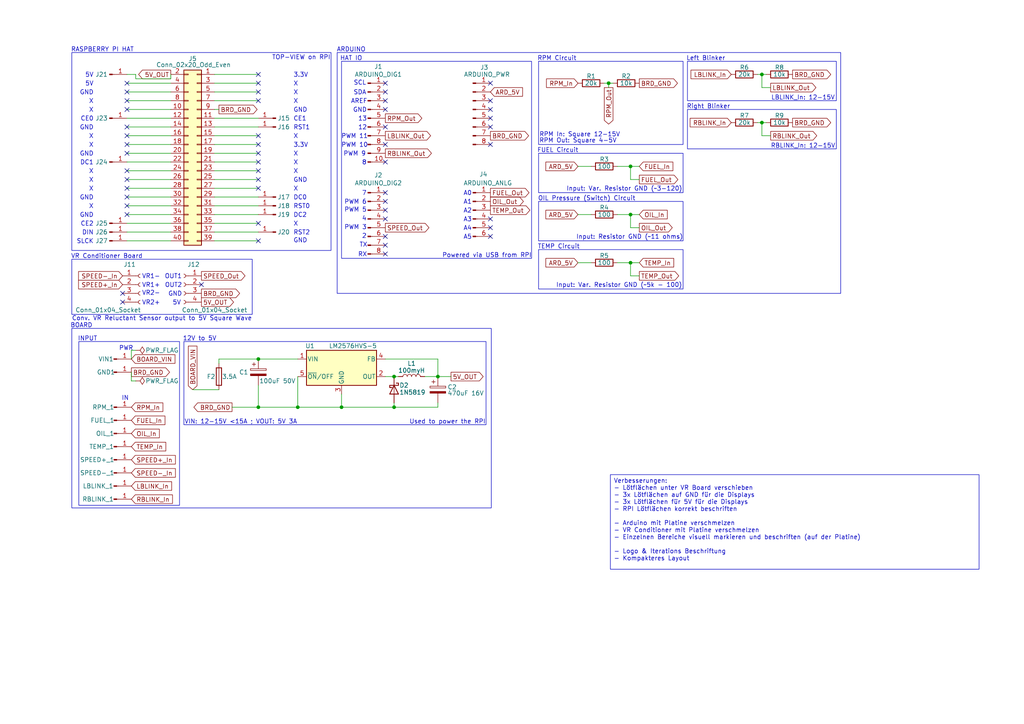
<source format=kicad_sch>
(kicad_sch
	(version 20231120)
	(generator "eeschema")
	(generator_version "8.0")
	(uuid "f170128d-1dde-4398-a8ec-761df09c1424")
	(paper "A4")
	(title_block
		(title "MX5 Hybrid Dash PCB")
		(date "2024-05-03")
		(rev "1.0")
		(company "DIY - Finn Ganser")
	)
	(lib_symbols
		(symbol "Connector:Conn_01x01_Pin"
			(pin_names
				(offset 1.016) hide)
			(exclude_from_sim no)
			(in_bom yes)
			(on_board yes)
			(property "Reference" "J"
				(at 0 2.54 0)
				(effects
					(font
						(size 1.27 1.27)
					)
				)
			)
			(property "Value" "Conn_01x01_Pin"
				(at 0 -2.54 0)
				(effects
					(font
						(size 1.27 1.27)
					)
				)
			)
			(property "Footprint" ""
				(at 0 0 0)
				(effects
					(font
						(size 1.27 1.27)
					)
					(hide yes)
				)
			)
			(property "Datasheet" "~"
				(at 0 0 0)
				(effects
					(font
						(size 1.27 1.27)
					)
					(hide yes)
				)
			)
			(property "Description" "Generic connector, single row, 01x01, script generated"
				(at 0 0 0)
				(effects
					(font
						(size 1.27 1.27)
					)
					(hide yes)
				)
			)
			(property "ki_locked" ""
				(at 0 0 0)
				(effects
					(font
						(size 1.27 1.27)
					)
				)
			)
			(property "ki_keywords" "connector"
				(at 0 0 0)
				(effects
					(font
						(size 1.27 1.27)
					)
					(hide yes)
				)
			)
			(property "ki_fp_filters" "Connector*:*_1x??_*"
				(at 0 0 0)
				(effects
					(font
						(size 1.27 1.27)
					)
					(hide yes)
				)
			)
			(symbol "Conn_01x01_Pin_1_1"
				(polyline
					(pts
						(xy 1.27 0) (xy 0.8636 0)
					)
					(stroke
						(width 0.1524)
						(type default)
					)
					(fill
						(type none)
					)
				)
				(rectangle
					(start 0.8636 0.127)
					(end 0 -0.127)
					(stroke
						(width 0.1524)
						(type default)
					)
					(fill
						(type outline)
					)
				)
				(pin passive line
					(at 5.08 0 180)
					(length 3.81)
					(name "Pin_1"
						(effects
							(font
								(size 1.27 1.27)
							)
						)
					)
					(number "1"
						(effects
							(font
								(size 1.27 1.27)
							)
						)
					)
				)
			)
		)
		(symbol "Connector:Conn_01x04_Socket"
			(pin_names
				(offset 1.016) hide)
			(exclude_from_sim no)
			(in_bom yes)
			(on_board yes)
			(property "Reference" "J"
				(at 0 5.08 0)
				(effects
					(font
						(size 1.27 1.27)
					)
				)
			)
			(property "Value" "Conn_01x04_Socket"
				(at 0 -7.62 0)
				(effects
					(font
						(size 1.27 1.27)
					)
				)
			)
			(property "Footprint" ""
				(at 0 0 0)
				(effects
					(font
						(size 1.27 1.27)
					)
					(hide yes)
				)
			)
			(property "Datasheet" "~"
				(at 0 0 0)
				(effects
					(font
						(size 1.27 1.27)
					)
					(hide yes)
				)
			)
			(property "Description" "Generic connector, single row, 01x04, script generated"
				(at 0 0 0)
				(effects
					(font
						(size 1.27 1.27)
					)
					(hide yes)
				)
			)
			(property "ki_locked" ""
				(at 0 0 0)
				(effects
					(font
						(size 1.27 1.27)
					)
				)
			)
			(property "ki_keywords" "connector"
				(at 0 0 0)
				(effects
					(font
						(size 1.27 1.27)
					)
					(hide yes)
				)
			)
			(property "ki_fp_filters" "Connector*:*_1x??_*"
				(at 0 0 0)
				(effects
					(font
						(size 1.27 1.27)
					)
					(hide yes)
				)
			)
			(symbol "Conn_01x04_Socket_1_1"
				(arc
					(start 0 -4.572)
					(mid -0.5058 -5.08)
					(end 0 -5.588)
					(stroke
						(width 0.1524)
						(type default)
					)
					(fill
						(type none)
					)
				)
				(arc
					(start 0 -2.032)
					(mid -0.5058 -2.54)
					(end 0 -3.048)
					(stroke
						(width 0.1524)
						(type default)
					)
					(fill
						(type none)
					)
				)
				(polyline
					(pts
						(xy -1.27 -5.08) (xy -0.508 -5.08)
					)
					(stroke
						(width 0.1524)
						(type default)
					)
					(fill
						(type none)
					)
				)
				(polyline
					(pts
						(xy -1.27 -2.54) (xy -0.508 -2.54)
					)
					(stroke
						(width 0.1524)
						(type default)
					)
					(fill
						(type none)
					)
				)
				(polyline
					(pts
						(xy -1.27 0) (xy -0.508 0)
					)
					(stroke
						(width 0.1524)
						(type default)
					)
					(fill
						(type none)
					)
				)
				(polyline
					(pts
						(xy -1.27 2.54) (xy -0.508 2.54)
					)
					(stroke
						(width 0.1524)
						(type default)
					)
					(fill
						(type none)
					)
				)
				(arc
					(start 0 0.508)
					(mid -0.5058 0)
					(end 0 -0.508)
					(stroke
						(width 0.1524)
						(type default)
					)
					(fill
						(type none)
					)
				)
				(arc
					(start 0 3.048)
					(mid -0.5058 2.54)
					(end 0 2.032)
					(stroke
						(width 0.1524)
						(type default)
					)
					(fill
						(type none)
					)
				)
				(pin passive line
					(at -5.08 2.54 0)
					(length 3.81)
					(name "Pin_1"
						(effects
							(font
								(size 1.27 1.27)
							)
						)
					)
					(number "1"
						(effects
							(font
								(size 1.27 1.27)
							)
						)
					)
				)
				(pin passive line
					(at -5.08 0 0)
					(length 3.81)
					(name "Pin_2"
						(effects
							(font
								(size 1.27 1.27)
							)
						)
					)
					(number "2"
						(effects
							(font
								(size 1.27 1.27)
							)
						)
					)
				)
				(pin passive line
					(at -5.08 -2.54 0)
					(length 3.81)
					(name "Pin_3"
						(effects
							(font
								(size 1.27 1.27)
							)
						)
					)
					(number "3"
						(effects
							(font
								(size 1.27 1.27)
							)
						)
					)
				)
				(pin passive line
					(at -5.08 -5.08 0)
					(length 3.81)
					(name "Pin_4"
						(effects
							(font
								(size 1.27 1.27)
							)
						)
					)
					(number "4"
						(effects
							(font
								(size 1.27 1.27)
							)
						)
					)
				)
			)
		)
		(symbol "Connector:Conn_01x06_Pin"
			(pin_names
				(offset 1.016) hide)
			(exclude_from_sim no)
			(in_bom yes)
			(on_board yes)
			(property "Reference" "J"
				(at 0 7.62 0)
				(effects
					(font
						(size 1.27 1.27)
					)
				)
			)
			(property "Value" "Conn_01x06_Pin"
				(at 0 -10.16 0)
				(effects
					(font
						(size 1.27 1.27)
					)
				)
			)
			(property "Footprint" ""
				(at 0 0 0)
				(effects
					(font
						(size 1.27 1.27)
					)
					(hide yes)
				)
			)
			(property "Datasheet" "~"
				(at 0 0 0)
				(effects
					(font
						(size 1.27 1.27)
					)
					(hide yes)
				)
			)
			(property "Description" "Generic connector, single row, 01x06, script generated"
				(at 0 0 0)
				(effects
					(font
						(size 1.27 1.27)
					)
					(hide yes)
				)
			)
			(property "ki_locked" ""
				(at 0 0 0)
				(effects
					(font
						(size 1.27 1.27)
					)
				)
			)
			(property "ki_keywords" "connector"
				(at 0 0 0)
				(effects
					(font
						(size 1.27 1.27)
					)
					(hide yes)
				)
			)
			(property "ki_fp_filters" "Connector*:*_1x??_*"
				(at 0 0 0)
				(effects
					(font
						(size 1.27 1.27)
					)
					(hide yes)
				)
			)
			(symbol "Conn_01x06_Pin_1_1"
				(polyline
					(pts
						(xy 1.27 -7.62) (xy 0.8636 -7.62)
					)
					(stroke
						(width 0.1524)
						(type default)
					)
					(fill
						(type none)
					)
				)
				(polyline
					(pts
						(xy 1.27 -5.08) (xy 0.8636 -5.08)
					)
					(stroke
						(width 0.1524)
						(type default)
					)
					(fill
						(type none)
					)
				)
				(polyline
					(pts
						(xy 1.27 -2.54) (xy 0.8636 -2.54)
					)
					(stroke
						(width 0.1524)
						(type default)
					)
					(fill
						(type none)
					)
				)
				(polyline
					(pts
						(xy 1.27 0) (xy 0.8636 0)
					)
					(stroke
						(width 0.1524)
						(type default)
					)
					(fill
						(type none)
					)
				)
				(polyline
					(pts
						(xy 1.27 2.54) (xy 0.8636 2.54)
					)
					(stroke
						(width 0.1524)
						(type default)
					)
					(fill
						(type none)
					)
				)
				(polyline
					(pts
						(xy 1.27 5.08) (xy 0.8636 5.08)
					)
					(stroke
						(width 0.1524)
						(type default)
					)
					(fill
						(type none)
					)
				)
				(rectangle
					(start 0.8636 -7.493)
					(end 0 -7.747)
					(stroke
						(width 0.1524)
						(type default)
					)
					(fill
						(type outline)
					)
				)
				(rectangle
					(start 0.8636 -4.953)
					(end 0 -5.207)
					(stroke
						(width 0.1524)
						(type default)
					)
					(fill
						(type outline)
					)
				)
				(rectangle
					(start 0.8636 -2.413)
					(end 0 -2.667)
					(stroke
						(width 0.1524)
						(type default)
					)
					(fill
						(type outline)
					)
				)
				(rectangle
					(start 0.8636 0.127)
					(end 0 -0.127)
					(stroke
						(width 0.1524)
						(type default)
					)
					(fill
						(type outline)
					)
				)
				(rectangle
					(start 0.8636 2.667)
					(end 0 2.413)
					(stroke
						(width 0.1524)
						(type default)
					)
					(fill
						(type outline)
					)
				)
				(rectangle
					(start 0.8636 5.207)
					(end 0 4.953)
					(stroke
						(width 0.1524)
						(type default)
					)
					(fill
						(type outline)
					)
				)
				(pin passive line
					(at 5.08 5.08 180)
					(length 3.81)
					(name "Pin_1"
						(effects
							(font
								(size 1.27 1.27)
							)
						)
					)
					(number "1"
						(effects
							(font
								(size 1.27 1.27)
							)
						)
					)
				)
				(pin passive line
					(at 5.08 2.54 180)
					(length 3.81)
					(name "Pin_2"
						(effects
							(font
								(size 1.27 1.27)
							)
						)
					)
					(number "2"
						(effects
							(font
								(size 1.27 1.27)
							)
						)
					)
				)
				(pin passive line
					(at 5.08 0 180)
					(length 3.81)
					(name "Pin_3"
						(effects
							(font
								(size 1.27 1.27)
							)
						)
					)
					(number "3"
						(effects
							(font
								(size 1.27 1.27)
							)
						)
					)
				)
				(pin passive line
					(at 5.08 -2.54 180)
					(length 3.81)
					(name "Pin_4"
						(effects
							(font
								(size 1.27 1.27)
							)
						)
					)
					(number "4"
						(effects
							(font
								(size 1.27 1.27)
							)
						)
					)
				)
				(pin passive line
					(at 5.08 -5.08 180)
					(length 3.81)
					(name "Pin_5"
						(effects
							(font
								(size 1.27 1.27)
							)
						)
					)
					(number "5"
						(effects
							(font
								(size 1.27 1.27)
							)
						)
					)
				)
				(pin passive line
					(at 5.08 -7.62 180)
					(length 3.81)
					(name "Pin_6"
						(effects
							(font
								(size 1.27 1.27)
							)
						)
					)
					(number "6"
						(effects
							(font
								(size 1.27 1.27)
							)
						)
					)
				)
			)
		)
		(symbol "Connector:Conn_01x08_Pin"
			(pin_names
				(offset 1.016) hide)
			(exclude_from_sim no)
			(in_bom yes)
			(on_board yes)
			(property "Reference" "J"
				(at 0 10.16 0)
				(effects
					(font
						(size 1.27 1.27)
					)
				)
			)
			(property "Value" "Conn_01x08_Pin"
				(at 0 -12.7 0)
				(effects
					(font
						(size 1.27 1.27)
					)
				)
			)
			(property "Footprint" ""
				(at 0 0 0)
				(effects
					(font
						(size 1.27 1.27)
					)
					(hide yes)
				)
			)
			(property "Datasheet" "~"
				(at 0 0 0)
				(effects
					(font
						(size 1.27 1.27)
					)
					(hide yes)
				)
			)
			(property "Description" "Generic connector, single row, 01x08, script generated"
				(at 0 0 0)
				(effects
					(font
						(size 1.27 1.27)
					)
					(hide yes)
				)
			)
			(property "ki_locked" ""
				(at 0 0 0)
				(effects
					(font
						(size 1.27 1.27)
					)
				)
			)
			(property "ki_keywords" "connector"
				(at 0 0 0)
				(effects
					(font
						(size 1.27 1.27)
					)
					(hide yes)
				)
			)
			(property "ki_fp_filters" "Connector*:*_1x??_*"
				(at 0 0 0)
				(effects
					(font
						(size 1.27 1.27)
					)
					(hide yes)
				)
			)
			(symbol "Conn_01x08_Pin_1_1"
				(polyline
					(pts
						(xy 1.27 -10.16) (xy 0.8636 -10.16)
					)
					(stroke
						(width 0.1524)
						(type default)
					)
					(fill
						(type none)
					)
				)
				(polyline
					(pts
						(xy 1.27 -7.62) (xy 0.8636 -7.62)
					)
					(stroke
						(width 0.1524)
						(type default)
					)
					(fill
						(type none)
					)
				)
				(polyline
					(pts
						(xy 1.27 -5.08) (xy 0.8636 -5.08)
					)
					(stroke
						(width 0.1524)
						(type default)
					)
					(fill
						(type none)
					)
				)
				(polyline
					(pts
						(xy 1.27 -2.54) (xy 0.8636 -2.54)
					)
					(stroke
						(width 0.1524)
						(type default)
					)
					(fill
						(type none)
					)
				)
				(polyline
					(pts
						(xy 1.27 0) (xy 0.8636 0)
					)
					(stroke
						(width 0.1524)
						(type default)
					)
					(fill
						(type none)
					)
				)
				(polyline
					(pts
						(xy 1.27 2.54) (xy 0.8636 2.54)
					)
					(stroke
						(width 0.1524)
						(type default)
					)
					(fill
						(type none)
					)
				)
				(polyline
					(pts
						(xy 1.27 5.08) (xy 0.8636 5.08)
					)
					(stroke
						(width 0.1524)
						(type default)
					)
					(fill
						(type none)
					)
				)
				(polyline
					(pts
						(xy 1.27 7.62) (xy 0.8636 7.62)
					)
					(stroke
						(width 0.1524)
						(type default)
					)
					(fill
						(type none)
					)
				)
				(rectangle
					(start 0.8636 -10.033)
					(end 0 -10.287)
					(stroke
						(width 0.1524)
						(type default)
					)
					(fill
						(type outline)
					)
				)
				(rectangle
					(start 0.8636 -7.493)
					(end 0 -7.747)
					(stroke
						(width 0.1524)
						(type default)
					)
					(fill
						(type outline)
					)
				)
				(rectangle
					(start 0.8636 -4.953)
					(end 0 -5.207)
					(stroke
						(width 0.1524)
						(type default)
					)
					(fill
						(type outline)
					)
				)
				(rectangle
					(start 0.8636 -2.413)
					(end 0 -2.667)
					(stroke
						(width 0.1524)
						(type default)
					)
					(fill
						(type outline)
					)
				)
				(rectangle
					(start 0.8636 0.127)
					(end 0 -0.127)
					(stroke
						(width 0.1524)
						(type default)
					)
					(fill
						(type outline)
					)
				)
				(rectangle
					(start 0.8636 2.667)
					(end 0 2.413)
					(stroke
						(width 0.1524)
						(type default)
					)
					(fill
						(type outline)
					)
				)
				(rectangle
					(start 0.8636 5.207)
					(end 0 4.953)
					(stroke
						(width 0.1524)
						(type default)
					)
					(fill
						(type outline)
					)
				)
				(rectangle
					(start 0.8636 7.747)
					(end 0 7.493)
					(stroke
						(width 0.1524)
						(type default)
					)
					(fill
						(type outline)
					)
				)
				(pin passive line
					(at 5.08 7.62 180)
					(length 3.81)
					(name "Pin_1"
						(effects
							(font
								(size 1.27 1.27)
							)
						)
					)
					(number "1"
						(effects
							(font
								(size 1.27 1.27)
							)
						)
					)
				)
				(pin passive line
					(at 5.08 5.08 180)
					(length 3.81)
					(name "Pin_2"
						(effects
							(font
								(size 1.27 1.27)
							)
						)
					)
					(number "2"
						(effects
							(font
								(size 1.27 1.27)
							)
						)
					)
				)
				(pin passive line
					(at 5.08 2.54 180)
					(length 3.81)
					(name "Pin_3"
						(effects
							(font
								(size 1.27 1.27)
							)
						)
					)
					(number "3"
						(effects
							(font
								(size 1.27 1.27)
							)
						)
					)
				)
				(pin passive line
					(at 5.08 0 180)
					(length 3.81)
					(name "Pin_4"
						(effects
							(font
								(size 1.27 1.27)
							)
						)
					)
					(number "4"
						(effects
							(font
								(size 1.27 1.27)
							)
						)
					)
				)
				(pin passive line
					(at 5.08 -2.54 180)
					(length 3.81)
					(name "Pin_5"
						(effects
							(font
								(size 1.27 1.27)
							)
						)
					)
					(number "5"
						(effects
							(font
								(size 1.27 1.27)
							)
						)
					)
				)
				(pin passive line
					(at 5.08 -5.08 180)
					(length 3.81)
					(name "Pin_6"
						(effects
							(font
								(size 1.27 1.27)
							)
						)
					)
					(number "6"
						(effects
							(font
								(size 1.27 1.27)
							)
						)
					)
				)
				(pin passive line
					(at 5.08 -7.62 180)
					(length 3.81)
					(name "Pin_7"
						(effects
							(font
								(size 1.27 1.27)
							)
						)
					)
					(number "7"
						(effects
							(font
								(size 1.27 1.27)
							)
						)
					)
				)
				(pin passive line
					(at 5.08 -10.16 180)
					(length 3.81)
					(name "Pin_8"
						(effects
							(font
								(size 1.27 1.27)
							)
						)
					)
					(number "8"
						(effects
							(font
								(size 1.27 1.27)
							)
						)
					)
				)
			)
		)
		(symbol "Connector:Conn_01x10_Pin"
			(pin_names
				(offset 1.016) hide)
			(exclude_from_sim no)
			(in_bom yes)
			(on_board yes)
			(property "Reference" "J"
				(at 0 12.7 0)
				(effects
					(font
						(size 1.27 1.27)
					)
				)
			)
			(property "Value" "Conn_01x10_Pin"
				(at 0 -15.24 0)
				(effects
					(font
						(size 1.27 1.27)
					)
				)
			)
			(property "Footprint" ""
				(at 0 0 0)
				(effects
					(font
						(size 1.27 1.27)
					)
					(hide yes)
				)
			)
			(property "Datasheet" "~"
				(at 0 0 0)
				(effects
					(font
						(size 1.27 1.27)
					)
					(hide yes)
				)
			)
			(property "Description" "Generic connector, single row, 01x10, script generated"
				(at 0 0 0)
				(effects
					(font
						(size 1.27 1.27)
					)
					(hide yes)
				)
			)
			(property "ki_locked" ""
				(at 0 0 0)
				(effects
					(font
						(size 1.27 1.27)
					)
				)
			)
			(property "ki_keywords" "connector"
				(at 0 0 0)
				(effects
					(font
						(size 1.27 1.27)
					)
					(hide yes)
				)
			)
			(property "ki_fp_filters" "Connector*:*_1x??_*"
				(at 0 0 0)
				(effects
					(font
						(size 1.27 1.27)
					)
					(hide yes)
				)
			)
			(symbol "Conn_01x10_Pin_1_1"
				(polyline
					(pts
						(xy 1.27 -12.7) (xy 0.8636 -12.7)
					)
					(stroke
						(width 0.1524)
						(type default)
					)
					(fill
						(type none)
					)
				)
				(polyline
					(pts
						(xy 1.27 -10.16) (xy 0.8636 -10.16)
					)
					(stroke
						(width 0.1524)
						(type default)
					)
					(fill
						(type none)
					)
				)
				(polyline
					(pts
						(xy 1.27 -7.62) (xy 0.8636 -7.62)
					)
					(stroke
						(width 0.1524)
						(type default)
					)
					(fill
						(type none)
					)
				)
				(polyline
					(pts
						(xy 1.27 -5.08) (xy 0.8636 -5.08)
					)
					(stroke
						(width 0.1524)
						(type default)
					)
					(fill
						(type none)
					)
				)
				(polyline
					(pts
						(xy 1.27 -2.54) (xy 0.8636 -2.54)
					)
					(stroke
						(width 0.1524)
						(type default)
					)
					(fill
						(type none)
					)
				)
				(polyline
					(pts
						(xy 1.27 0) (xy 0.8636 0)
					)
					(stroke
						(width 0.1524)
						(type default)
					)
					(fill
						(type none)
					)
				)
				(polyline
					(pts
						(xy 1.27 2.54) (xy 0.8636 2.54)
					)
					(stroke
						(width 0.1524)
						(type default)
					)
					(fill
						(type none)
					)
				)
				(polyline
					(pts
						(xy 1.27 5.08) (xy 0.8636 5.08)
					)
					(stroke
						(width 0.1524)
						(type default)
					)
					(fill
						(type none)
					)
				)
				(polyline
					(pts
						(xy 1.27 7.62) (xy 0.8636 7.62)
					)
					(stroke
						(width 0.1524)
						(type default)
					)
					(fill
						(type none)
					)
				)
				(polyline
					(pts
						(xy 1.27 10.16) (xy 0.8636 10.16)
					)
					(stroke
						(width 0.1524)
						(type default)
					)
					(fill
						(type none)
					)
				)
				(rectangle
					(start 0.8636 -12.573)
					(end 0 -12.827)
					(stroke
						(width 0.1524)
						(type default)
					)
					(fill
						(type outline)
					)
				)
				(rectangle
					(start 0.8636 -10.033)
					(end 0 -10.287)
					(stroke
						(width 0.1524)
						(type default)
					)
					(fill
						(type outline)
					)
				)
				(rectangle
					(start 0.8636 -7.493)
					(end 0 -7.747)
					(stroke
						(width 0.1524)
						(type default)
					)
					(fill
						(type outline)
					)
				)
				(rectangle
					(start 0.8636 -4.953)
					(end 0 -5.207)
					(stroke
						(width 0.1524)
						(type default)
					)
					(fill
						(type outline)
					)
				)
				(rectangle
					(start 0.8636 -2.413)
					(end 0 -2.667)
					(stroke
						(width 0.1524)
						(type default)
					)
					(fill
						(type outline)
					)
				)
				(rectangle
					(start 0.8636 0.127)
					(end 0 -0.127)
					(stroke
						(width 0.1524)
						(type default)
					)
					(fill
						(type outline)
					)
				)
				(rectangle
					(start 0.8636 2.667)
					(end 0 2.413)
					(stroke
						(width 0.1524)
						(type default)
					)
					(fill
						(type outline)
					)
				)
				(rectangle
					(start 0.8636 5.207)
					(end 0 4.953)
					(stroke
						(width 0.1524)
						(type default)
					)
					(fill
						(type outline)
					)
				)
				(rectangle
					(start 0.8636 7.747)
					(end 0 7.493)
					(stroke
						(width 0.1524)
						(type default)
					)
					(fill
						(type outline)
					)
				)
				(rectangle
					(start 0.8636 10.287)
					(end 0 10.033)
					(stroke
						(width 0.1524)
						(type default)
					)
					(fill
						(type outline)
					)
				)
				(pin passive line
					(at 5.08 10.16 180)
					(length 3.81)
					(name "Pin_1"
						(effects
							(font
								(size 1.27 1.27)
							)
						)
					)
					(number "1"
						(effects
							(font
								(size 1.27 1.27)
							)
						)
					)
				)
				(pin passive line
					(at 5.08 -12.7 180)
					(length 3.81)
					(name "Pin_10"
						(effects
							(font
								(size 1.27 1.27)
							)
						)
					)
					(number "10"
						(effects
							(font
								(size 1.27 1.27)
							)
						)
					)
				)
				(pin passive line
					(at 5.08 7.62 180)
					(length 3.81)
					(name "Pin_2"
						(effects
							(font
								(size 1.27 1.27)
							)
						)
					)
					(number "2"
						(effects
							(font
								(size 1.27 1.27)
							)
						)
					)
				)
				(pin passive line
					(at 5.08 5.08 180)
					(length 3.81)
					(name "Pin_3"
						(effects
							(font
								(size 1.27 1.27)
							)
						)
					)
					(number "3"
						(effects
							(font
								(size 1.27 1.27)
							)
						)
					)
				)
				(pin passive line
					(at 5.08 2.54 180)
					(length 3.81)
					(name "Pin_4"
						(effects
							(font
								(size 1.27 1.27)
							)
						)
					)
					(number "4"
						(effects
							(font
								(size 1.27 1.27)
							)
						)
					)
				)
				(pin passive line
					(at 5.08 0 180)
					(length 3.81)
					(name "Pin_5"
						(effects
							(font
								(size 1.27 1.27)
							)
						)
					)
					(number "5"
						(effects
							(font
								(size 1.27 1.27)
							)
						)
					)
				)
				(pin passive line
					(at 5.08 -2.54 180)
					(length 3.81)
					(name "Pin_6"
						(effects
							(font
								(size 1.27 1.27)
							)
						)
					)
					(number "6"
						(effects
							(font
								(size 1.27 1.27)
							)
						)
					)
				)
				(pin passive line
					(at 5.08 -5.08 180)
					(length 3.81)
					(name "Pin_7"
						(effects
							(font
								(size 1.27 1.27)
							)
						)
					)
					(number "7"
						(effects
							(font
								(size 1.27 1.27)
							)
						)
					)
				)
				(pin passive line
					(at 5.08 -7.62 180)
					(length 3.81)
					(name "Pin_8"
						(effects
							(font
								(size 1.27 1.27)
							)
						)
					)
					(number "8"
						(effects
							(font
								(size 1.27 1.27)
							)
						)
					)
				)
				(pin passive line
					(at 5.08 -10.16 180)
					(length 3.81)
					(name "Pin_9"
						(effects
							(font
								(size 1.27 1.27)
							)
						)
					)
					(number "9"
						(effects
							(font
								(size 1.27 1.27)
							)
						)
					)
				)
			)
		)
		(symbol "Connector_Generic:Conn_02x20_Odd_Even"
			(pin_names
				(offset 1.016) hide)
			(exclude_from_sim no)
			(in_bom yes)
			(on_board yes)
			(property "Reference" "J"
				(at 1.27 25.4 0)
				(effects
					(font
						(size 1.27 1.27)
					)
				)
			)
			(property "Value" "Conn_02x20_Odd_Even"
				(at 1.27 -27.94 0)
				(effects
					(font
						(size 1.27 1.27)
					)
				)
			)
			(property "Footprint" ""
				(at 0 0 0)
				(effects
					(font
						(size 1.27 1.27)
					)
					(hide yes)
				)
			)
			(property "Datasheet" "~"
				(at 0 0 0)
				(effects
					(font
						(size 1.27 1.27)
					)
					(hide yes)
				)
			)
			(property "Description" "Generic connector, double row, 02x20, odd/even pin numbering scheme (row 1 odd numbers, row 2 even numbers), script generated (kicad-library-utils/schlib/autogen/connector/)"
				(at 0 0 0)
				(effects
					(font
						(size 1.27 1.27)
					)
					(hide yes)
				)
			)
			(property "ki_keywords" "connector"
				(at 0 0 0)
				(effects
					(font
						(size 1.27 1.27)
					)
					(hide yes)
				)
			)
			(property "ki_fp_filters" "Connector*:*_2x??_*"
				(at 0 0 0)
				(effects
					(font
						(size 1.27 1.27)
					)
					(hide yes)
				)
			)
			(symbol "Conn_02x20_Odd_Even_1_1"
				(rectangle
					(start -1.27 -25.273)
					(end 0 -25.527)
					(stroke
						(width 0.1524)
						(type default)
					)
					(fill
						(type none)
					)
				)
				(rectangle
					(start -1.27 -22.733)
					(end 0 -22.987)
					(stroke
						(width 0.1524)
						(type default)
					)
					(fill
						(type none)
					)
				)
				(rectangle
					(start -1.27 -20.193)
					(end 0 -20.447)
					(stroke
						(width 0.1524)
						(type default)
					)
					(fill
						(type none)
					)
				)
				(rectangle
					(start -1.27 -17.653)
					(end 0 -17.907)
					(stroke
						(width 0.1524)
						(type default)
					)
					(fill
						(type none)
					)
				)
				(rectangle
					(start -1.27 -15.113)
					(end 0 -15.367)
					(stroke
						(width 0.1524)
						(type default)
					)
					(fill
						(type none)
					)
				)
				(rectangle
					(start -1.27 -12.573)
					(end 0 -12.827)
					(stroke
						(width 0.1524)
						(type default)
					)
					(fill
						(type none)
					)
				)
				(rectangle
					(start -1.27 -10.033)
					(end 0 -10.287)
					(stroke
						(width 0.1524)
						(type default)
					)
					(fill
						(type none)
					)
				)
				(rectangle
					(start -1.27 -7.493)
					(end 0 -7.747)
					(stroke
						(width 0.1524)
						(type default)
					)
					(fill
						(type none)
					)
				)
				(rectangle
					(start -1.27 -4.953)
					(end 0 -5.207)
					(stroke
						(width 0.1524)
						(type default)
					)
					(fill
						(type none)
					)
				)
				(rectangle
					(start -1.27 -2.413)
					(end 0 -2.667)
					(stroke
						(width 0.1524)
						(type default)
					)
					(fill
						(type none)
					)
				)
				(rectangle
					(start -1.27 0.127)
					(end 0 -0.127)
					(stroke
						(width 0.1524)
						(type default)
					)
					(fill
						(type none)
					)
				)
				(rectangle
					(start -1.27 2.667)
					(end 0 2.413)
					(stroke
						(width 0.1524)
						(type default)
					)
					(fill
						(type none)
					)
				)
				(rectangle
					(start -1.27 5.207)
					(end 0 4.953)
					(stroke
						(width 0.1524)
						(type default)
					)
					(fill
						(type none)
					)
				)
				(rectangle
					(start -1.27 7.747)
					(end 0 7.493)
					(stroke
						(width 0.1524)
						(type default)
					)
					(fill
						(type none)
					)
				)
				(rectangle
					(start -1.27 10.287)
					(end 0 10.033)
					(stroke
						(width 0.1524)
						(type default)
					)
					(fill
						(type none)
					)
				)
				(rectangle
					(start -1.27 12.827)
					(end 0 12.573)
					(stroke
						(width 0.1524)
						(type default)
					)
					(fill
						(type none)
					)
				)
				(rectangle
					(start -1.27 15.367)
					(end 0 15.113)
					(stroke
						(width 0.1524)
						(type default)
					)
					(fill
						(type none)
					)
				)
				(rectangle
					(start -1.27 17.907)
					(end 0 17.653)
					(stroke
						(width 0.1524)
						(type default)
					)
					(fill
						(type none)
					)
				)
				(rectangle
					(start -1.27 20.447)
					(end 0 20.193)
					(stroke
						(width 0.1524)
						(type default)
					)
					(fill
						(type none)
					)
				)
				(rectangle
					(start -1.27 22.987)
					(end 0 22.733)
					(stroke
						(width 0.1524)
						(type default)
					)
					(fill
						(type none)
					)
				)
				(rectangle
					(start -1.27 24.13)
					(end 3.81 -26.67)
					(stroke
						(width 0.254)
						(type default)
					)
					(fill
						(type background)
					)
				)
				(rectangle
					(start 3.81 -25.273)
					(end 2.54 -25.527)
					(stroke
						(width 0.1524)
						(type default)
					)
					(fill
						(type none)
					)
				)
				(rectangle
					(start 3.81 -22.733)
					(end 2.54 -22.987)
					(stroke
						(width 0.1524)
						(type default)
					)
					(fill
						(type none)
					)
				)
				(rectangle
					(start 3.81 -20.193)
					(end 2.54 -20.447)
					(stroke
						(width 0.1524)
						(type default)
					)
					(fill
						(type none)
					)
				)
				(rectangle
					(start 3.81 -17.653)
					(end 2.54 -17.907)
					(stroke
						(width 0.1524)
						(type default)
					)
					(fill
						(type none)
					)
				)
				(rectangle
					(start 3.81 -15.113)
					(end 2.54 -15.367)
					(stroke
						(width 0.1524)
						(type default)
					)
					(fill
						(type none)
					)
				)
				(rectangle
					(start 3.81 -12.573)
					(end 2.54 -12.827)
					(stroke
						(width 0.1524)
						(type default)
					)
					(fill
						(type none)
					)
				)
				(rectangle
					(start 3.81 -10.033)
					(end 2.54 -10.287)
					(stroke
						(width 0.1524)
						(type default)
					)
					(fill
						(type none)
					)
				)
				(rectangle
					(start 3.81 -7.493)
					(end 2.54 -7.747)
					(stroke
						(width 0.1524)
						(type default)
					)
					(fill
						(type none)
					)
				)
				(rectangle
					(start 3.81 -4.953)
					(end 2.54 -5.207)
					(stroke
						(width 0.1524)
						(type default)
					)
					(fill
						(type none)
					)
				)
				(rectangle
					(start 3.81 -2.413)
					(end 2.54 -2.667)
					(stroke
						(width 0.1524)
						(type default)
					)
					(fill
						(type none)
					)
				)
				(rectangle
					(start 3.81 0.127)
					(end 2.54 -0.127)
					(stroke
						(width 0.1524)
						(type default)
					)
					(fill
						(type none)
					)
				)
				(rectangle
					(start 3.81 2.667)
					(end 2.54 2.413)
					(stroke
						(width 0.1524)
						(type default)
					)
					(fill
						(type none)
					)
				)
				(rectangle
					(start 3.81 5.207)
					(end 2.54 4.953)
					(stroke
						(width 0.1524)
						(type default)
					)
					(fill
						(type none)
					)
				)
				(rectangle
					(start 3.81 7.747)
					(end 2.54 7.493)
					(stroke
						(width 0.1524)
						(type default)
					)
					(fill
						(type none)
					)
				)
				(rectangle
					(start 3.81 10.287)
					(end 2.54 10.033)
					(stroke
						(width 0.1524)
						(type default)
					)
					(fill
						(type none)
					)
				)
				(rectangle
					(start 3.81 12.827)
					(end 2.54 12.573)
					(stroke
						(width 0.1524)
						(type default)
					)
					(fill
						(type none)
					)
				)
				(rectangle
					(start 3.81 15.367)
					(end 2.54 15.113)
					(stroke
						(width 0.1524)
						(type default)
					)
					(fill
						(type none)
					)
				)
				(rectangle
					(start 3.81 17.907)
					(end 2.54 17.653)
					(stroke
						(width 0.1524)
						(type default)
					)
					(fill
						(type none)
					)
				)
				(rectangle
					(start 3.81 20.447)
					(end 2.54 20.193)
					(stroke
						(width 0.1524)
						(type default)
					)
					(fill
						(type none)
					)
				)
				(rectangle
					(start 3.81 22.987)
					(end 2.54 22.733)
					(stroke
						(width 0.1524)
						(type default)
					)
					(fill
						(type none)
					)
				)
				(pin passive line
					(at -5.08 22.86 0)
					(length 3.81)
					(name "Pin_1"
						(effects
							(font
								(size 1.27 1.27)
							)
						)
					)
					(number "1"
						(effects
							(font
								(size 1.27 1.27)
							)
						)
					)
				)
				(pin passive line
					(at 7.62 12.7 180)
					(length 3.81)
					(name "Pin_10"
						(effects
							(font
								(size 1.27 1.27)
							)
						)
					)
					(number "10"
						(effects
							(font
								(size 1.27 1.27)
							)
						)
					)
				)
				(pin passive line
					(at -5.08 10.16 0)
					(length 3.81)
					(name "Pin_11"
						(effects
							(font
								(size 1.27 1.27)
							)
						)
					)
					(number "11"
						(effects
							(font
								(size 1.27 1.27)
							)
						)
					)
				)
				(pin passive line
					(at 7.62 10.16 180)
					(length 3.81)
					(name "Pin_12"
						(effects
							(font
								(size 1.27 1.27)
							)
						)
					)
					(number "12"
						(effects
							(font
								(size 1.27 1.27)
							)
						)
					)
				)
				(pin passive line
					(at -5.08 7.62 0)
					(length 3.81)
					(name "Pin_13"
						(effects
							(font
								(size 1.27 1.27)
							)
						)
					)
					(number "13"
						(effects
							(font
								(size 1.27 1.27)
							)
						)
					)
				)
				(pin passive line
					(at 7.62 7.62 180)
					(length 3.81)
					(name "Pin_14"
						(effects
							(font
								(size 1.27 1.27)
							)
						)
					)
					(number "14"
						(effects
							(font
								(size 1.27 1.27)
							)
						)
					)
				)
				(pin passive line
					(at -5.08 5.08 0)
					(length 3.81)
					(name "Pin_15"
						(effects
							(font
								(size 1.27 1.27)
							)
						)
					)
					(number "15"
						(effects
							(font
								(size 1.27 1.27)
							)
						)
					)
				)
				(pin passive line
					(at 7.62 5.08 180)
					(length 3.81)
					(name "Pin_16"
						(effects
							(font
								(size 1.27 1.27)
							)
						)
					)
					(number "16"
						(effects
							(font
								(size 1.27 1.27)
							)
						)
					)
				)
				(pin passive line
					(at -5.08 2.54 0)
					(length 3.81)
					(name "Pin_17"
						(effects
							(font
								(size 1.27 1.27)
							)
						)
					)
					(number "17"
						(effects
							(font
								(size 1.27 1.27)
							)
						)
					)
				)
				(pin passive line
					(at 7.62 2.54 180)
					(length 3.81)
					(name "Pin_18"
						(effects
							(font
								(size 1.27 1.27)
							)
						)
					)
					(number "18"
						(effects
							(font
								(size 1.27 1.27)
							)
						)
					)
				)
				(pin passive line
					(at -5.08 0 0)
					(length 3.81)
					(name "Pin_19"
						(effects
							(font
								(size 1.27 1.27)
							)
						)
					)
					(number "19"
						(effects
							(font
								(size 1.27 1.27)
							)
						)
					)
				)
				(pin passive line
					(at 7.62 22.86 180)
					(length 3.81)
					(name "Pin_2"
						(effects
							(font
								(size 1.27 1.27)
							)
						)
					)
					(number "2"
						(effects
							(font
								(size 1.27 1.27)
							)
						)
					)
				)
				(pin passive line
					(at 7.62 0 180)
					(length 3.81)
					(name "Pin_20"
						(effects
							(font
								(size 1.27 1.27)
							)
						)
					)
					(number "20"
						(effects
							(font
								(size 1.27 1.27)
							)
						)
					)
				)
				(pin passive line
					(at -5.08 -2.54 0)
					(length 3.81)
					(name "Pin_21"
						(effects
							(font
								(size 1.27 1.27)
							)
						)
					)
					(number "21"
						(effects
							(font
								(size 1.27 1.27)
							)
						)
					)
				)
				(pin passive line
					(at 7.62 -2.54 180)
					(length 3.81)
					(name "Pin_22"
						(effects
							(font
								(size 1.27 1.27)
							)
						)
					)
					(number "22"
						(effects
							(font
								(size 1.27 1.27)
							)
						)
					)
				)
				(pin passive line
					(at -5.08 -5.08 0)
					(length 3.81)
					(name "Pin_23"
						(effects
							(font
								(size 1.27 1.27)
							)
						)
					)
					(number "23"
						(effects
							(font
								(size 1.27 1.27)
							)
						)
					)
				)
				(pin passive line
					(at 7.62 -5.08 180)
					(length 3.81)
					(name "Pin_24"
						(effects
							(font
								(size 1.27 1.27)
							)
						)
					)
					(number "24"
						(effects
							(font
								(size 1.27 1.27)
							)
						)
					)
				)
				(pin passive line
					(at -5.08 -7.62 0)
					(length 3.81)
					(name "Pin_25"
						(effects
							(font
								(size 1.27 1.27)
							)
						)
					)
					(number "25"
						(effects
							(font
								(size 1.27 1.27)
							)
						)
					)
				)
				(pin passive line
					(at 7.62 -7.62 180)
					(length 3.81)
					(name "Pin_26"
						(effects
							(font
								(size 1.27 1.27)
							)
						)
					)
					(number "26"
						(effects
							(font
								(size 1.27 1.27)
							)
						)
					)
				)
				(pin passive line
					(at -5.08 -10.16 0)
					(length 3.81)
					(name "Pin_27"
						(effects
							(font
								(size 1.27 1.27)
							)
						)
					)
					(number "27"
						(effects
							(font
								(size 1.27 1.27)
							)
						)
					)
				)
				(pin passive line
					(at 7.62 -10.16 180)
					(length 3.81)
					(name "Pin_28"
						(effects
							(font
								(size 1.27 1.27)
							)
						)
					)
					(number "28"
						(effects
							(font
								(size 1.27 1.27)
							)
						)
					)
				)
				(pin passive line
					(at -5.08 -12.7 0)
					(length 3.81)
					(name "Pin_29"
						(effects
							(font
								(size 1.27 1.27)
							)
						)
					)
					(number "29"
						(effects
							(font
								(size 1.27 1.27)
							)
						)
					)
				)
				(pin passive line
					(at -5.08 20.32 0)
					(length 3.81)
					(name "Pin_3"
						(effects
							(font
								(size 1.27 1.27)
							)
						)
					)
					(number "3"
						(effects
							(font
								(size 1.27 1.27)
							)
						)
					)
				)
				(pin passive line
					(at 7.62 -12.7 180)
					(length 3.81)
					(name "Pin_30"
						(effects
							(font
								(size 1.27 1.27)
							)
						)
					)
					(number "30"
						(effects
							(font
								(size 1.27 1.27)
							)
						)
					)
				)
				(pin passive line
					(at -5.08 -15.24 0)
					(length 3.81)
					(name "Pin_31"
						(effects
							(font
								(size 1.27 1.27)
							)
						)
					)
					(number "31"
						(effects
							(font
								(size 1.27 1.27)
							)
						)
					)
				)
				(pin passive line
					(at 7.62 -15.24 180)
					(length 3.81)
					(name "Pin_32"
						(effects
							(font
								(size 1.27 1.27)
							)
						)
					)
					(number "32"
						(effects
							(font
								(size 1.27 1.27)
							)
						)
					)
				)
				(pin passive line
					(at -5.08 -17.78 0)
					(length 3.81)
					(name "Pin_33"
						(effects
							(font
								(size 1.27 1.27)
							)
						)
					)
					(number "33"
						(effects
							(font
								(size 1.27 1.27)
							)
						)
					)
				)
				(pin passive line
					(at 7.62 -17.78 180)
					(length 3.81)
					(name "Pin_34"
						(effects
							(font
								(size 1.27 1.27)
							)
						)
					)
					(number "34"
						(effects
							(font
								(size 1.27 1.27)
							)
						)
					)
				)
				(pin passive line
					(at -5.08 -20.32 0)
					(length 3.81)
					(name "Pin_35"
						(effects
							(font
								(size 1.27 1.27)
							)
						)
					)
					(number "35"
						(effects
							(font
								(size 1.27 1.27)
							)
						)
					)
				)
				(pin passive line
					(at 7.62 -20.32 180)
					(length 3.81)
					(name "Pin_36"
						(effects
							(font
								(size 1.27 1.27)
							)
						)
					)
					(number "36"
						(effects
							(font
								(size 1.27 1.27)
							)
						)
					)
				)
				(pin passive line
					(at -5.08 -22.86 0)
					(length 3.81)
					(name "Pin_37"
						(effects
							(font
								(size 1.27 1.27)
							)
						)
					)
					(number "37"
						(effects
							(font
								(size 1.27 1.27)
							)
						)
					)
				)
				(pin passive line
					(at 7.62 -22.86 180)
					(length 3.81)
					(name "Pin_38"
						(effects
							(font
								(size 1.27 1.27)
							)
						)
					)
					(number "38"
						(effects
							(font
								(size 1.27 1.27)
							)
						)
					)
				)
				(pin passive line
					(at -5.08 -25.4 0)
					(length 3.81)
					(name "Pin_39"
						(effects
							(font
								(size 1.27 1.27)
							)
						)
					)
					(number "39"
						(effects
							(font
								(size 1.27 1.27)
							)
						)
					)
				)
				(pin passive line
					(at 7.62 20.32 180)
					(length 3.81)
					(name "Pin_4"
						(effects
							(font
								(size 1.27 1.27)
							)
						)
					)
					(number "4"
						(effects
							(font
								(size 1.27 1.27)
							)
						)
					)
				)
				(pin passive line
					(at 7.62 -25.4 180)
					(length 3.81)
					(name "Pin_40"
						(effects
							(font
								(size 1.27 1.27)
							)
						)
					)
					(number "40"
						(effects
							(font
								(size 1.27 1.27)
							)
						)
					)
				)
				(pin passive line
					(at -5.08 17.78 0)
					(length 3.81)
					(name "Pin_5"
						(effects
							(font
								(size 1.27 1.27)
							)
						)
					)
					(number "5"
						(effects
							(font
								(size 1.27 1.27)
							)
						)
					)
				)
				(pin passive line
					(at 7.62 17.78 180)
					(length 3.81)
					(name "Pin_6"
						(effects
							(font
								(size 1.27 1.27)
							)
						)
					)
					(number "6"
						(effects
							(font
								(size 1.27 1.27)
							)
						)
					)
				)
				(pin passive line
					(at -5.08 15.24 0)
					(length 3.81)
					(name "Pin_7"
						(effects
							(font
								(size 1.27 1.27)
							)
						)
					)
					(number "7"
						(effects
							(font
								(size 1.27 1.27)
							)
						)
					)
				)
				(pin passive line
					(at 7.62 15.24 180)
					(length 3.81)
					(name "Pin_8"
						(effects
							(font
								(size 1.27 1.27)
							)
						)
					)
					(number "8"
						(effects
							(font
								(size 1.27 1.27)
							)
						)
					)
				)
				(pin passive line
					(at -5.08 12.7 0)
					(length 3.81)
					(name "Pin_9"
						(effects
							(font
								(size 1.27 1.27)
							)
						)
					)
					(number "9"
						(effects
							(font
								(size 1.27 1.27)
							)
						)
					)
				)
			)
		)
		(symbol "Device:C_Polarized"
			(pin_numbers hide)
			(pin_names
				(offset 0.254)
			)
			(exclude_from_sim no)
			(in_bom yes)
			(on_board yes)
			(property "Reference" "C"
				(at 0.635 2.54 0)
				(effects
					(font
						(size 1.27 1.27)
					)
					(justify left)
				)
			)
			(property "Value" "C_Polarized"
				(at 0.635 -2.54 0)
				(effects
					(font
						(size 1.27 1.27)
					)
					(justify left)
				)
			)
			(property "Footprint" ""
				(at 0.9652 -3.81 0)
				(effects
					(font
						(size 1.27 1.27)
					)
					(hide yes)
				)
			)
			(property "Datasheet" "~"
				(at 0 0 0)
				(effects
					(font
						(size 1.27 1.27)
					)
					(hide yes)
				)
			)
			(property "Description" "Polarized capacitor"
				(at 0 0 0)
				(effects
					(font
						(size 1.27 1.27)
					)
					(hide yes)
				)
			)
			(property "ki_keywords" "cap capacitor"
				(at 0 0 0)
				(effects
					(font
						(size 1.27 1.27)
					)
					(hide yes)
				)
			)
			(property "ki_fp_filters" "CP_*"
				(at 0 0 0)
				(effects
					(font
						(size 1.27 1.27)
					)
					(hide yes)
				)
			)
			(symbol "C_Polarized_0_1"
				(rectangle
					(start -2.286 0.508)
					(end 2.286 1.016)
					(stroke
						(width 0)
						(type default)
					)
					(fill
						(type none)
					)
				)
				(polyline
					(pts
						(xy -1.778 2.286) (xy -0.762 2.286)
					)
					(stroke
						(width 0)
						(type default)
					)
					(fill
						(type none)
					)
				)
				(polyline
					(pts
						(xy -1.27 2.794) (xy -1.27 1.778)
					)
					(stroke
						(width 0)
						(type default)
					)
					(fill
						(type none)
					)
				)
				(rectangle
					(start 2.286 -0.508)
					(end -2.286 -1.016)
					(stroke
						(width 0)
						(type default)
					)
					(fill
						(type outline)
					)
				)
			)
			(symbol "C_Polarized_1_1"
				(pin passive line
					(at 0 3.81 270)
					(length 2.794)
					(name "~"
						(effects
							(font
								(size 1.27 1.27)
							)
						)
					)
					(number "1"
						(effects
							(font
								(size 1.27 1.27)
							)
						)
					)
				)
				(pin passive line
					(at 0 -3.81 90)
					(length 2.794)
					(name "~"
						(effects
							(font
								(size 1.27 1.27)
							)
						)
					)
					(number "2"
						(effects
							(font
								(size 1.27 1.27)
							)
						)
					)
				)
			)
		)
		(symbol "Device:Fuse"
			(pin_numbers hide)
			(pin_names
				(offset 0)
			)
			(exclude_from_sim no)
			(in_bom yes)
			(on_board yes)
			(property "Reference" "F"
				(at 2.032 0 90)
				(effects
					(font
						(size 1.27 1.27)
					)
				)
			)
			(property "Value" "Fuse"
				(at -1.905 0 90)
				(effects
					(font
						(size 1.27 1.27)
					)
				)
			)
			(property "Footprint" ""
				(at -1.778 0 90)
				(effects
					(font
						(size 1.27 1.27)
					)
					(hide yes)
				)
			)
			(property "Datasheet" "~"
				(at 0 0 0)
				(effects
					(font
						(size 1.27 1.27)
					)
					(hide yes)
				)
			)
			(property "Description" "Fuse"
				(at 0 0 0)
				(effects
					(font
						(size 1.27 1.27)
					)
					(hide yes)
				)
			)
			(property "ki_keywords" "fuse"
				(at 0 0 0)
				(effects
					(font
						(size 1.27 1.27)
					)
					(hide yes)
				)
			)
			(property "ki_fp_filters" "*Fuse*"
				(at 0 0 0)
				(effects
					(font
						(size 1.27 1.27)
					)
					(hide yes)
				)
			)
			(symbol "Fuse_0_1"
				(rectangle
					(start -0.762 -2.54)
					(end 0.762 2.54)
					(stroke
						(width 0.254)
						(type default)
					)
					(fill
						(type none)
					)
				)
				(polyline
					(pts
						(xy 0 2.54) (xy 0 -2.54)
					)
					(stroke
						(width 0)
						(type default)
					)
					(fill
						(type none)
					)
				)
			)
			(symbol "Fuse_1_1"
				(pin passive line
					(at 0 3.81 270)
					(length 1.27)
					(name "~"
						(effects
							(font
								(size 1.27 1.27)
							)
						)
					)
					(number "1"
						(effects
							(font
								(size 1.27 1.27)
							)
						)
					)
				)
				(pin passive line
					(at 0 -3.81 90)
					(length 1.27)
					(name "~"
						(effects
							(font
								(size 1.27 1.27)
							)
						)
					)
					(number "2"
						(effects
							(font
								(size 1.27 1.27)
							)
						)
					)
				)
			)
		)
		(symbol "Device:L"
			(pin_numbers hide)
			(pin_names
				(offset 1.016) hide)
			(exclude_from_sim no)
			(in_bom yes)
			(on_board yes)
			(property "Reference" "L"
				(at -1.27 0 90)
				(effects
					(font
						(size 1.27 1.27)
					)
				)
			)
			(property "Value" "L"
				(at 1.905 0 90)
				(effects
					(font
						(size 1.27 1.27)
					)
				)
			)
			(property "Footprint" ""
				(at 0 0 0)
				(effects
					(font
						(size 1.27 1.27)
					)
					(hide yes)
				)
			)
			(property "Datasheet" "~"
				(at 0 0 0)
				(effects
					(font
						(size 1.27 1.27)
					)
					(hide yes)
				)
			)
			(property "Description" "Inductor"
				(at 0 0 0)
				(effects
					(font
						(size 1.27 1.27)
					)
					(hide yes)
				)
			)
			(property "ki_keywords" "inductor choke coil reactor magnetic"
				(at 0 0 0)
				(effects
					(font
						(size 1.27 1.27)
					)
					(hide yes)
				)
			)
			(property "ki_fp_filters" "Choke_* *Coil* Inductor_* L_*"
				(at 0 0 0)
				(effects
					(font
						(size 1.27 1.27)
					)
					(hide yes)
				)
			)
			(symbol "L_0_1"
				(arc
					(start 0 -2.54)
					(mid 0.6323 -1.905)
					(end 0 -1.27)
					(stroke
						(width 0)
						(type default)
					)
					(fill
						(type none)
					)
				)
				(arc
					(start 0 -1.27)
					(mid 0.6323 -0.635)
					(end 0 0)
					(stroke
						(width 0)
						(type default)
					)
					(fill
						(type none)
					)
				)
				(arc
					(start 0 0)
					(mid 0.6323 0.635)
					(end 0 1.27)
					(stroke
						(width 0)
						(type default)
					)
					(fill
						(type none)
					)
				)
				(arc
					(start 0 1.27)
					(mid 0.6323 1.905)
					(end 0 2.54)
					(stroke
						(width 0)
						(type default)
					)
					(fill
						(type none)
					)
				)
			)
			(symbol "L_1_1"
				(pin passive line
					(at 0 3.81 270)
					(length 1.27)
					(name "1"
						(effects
							(font
								(size 1.27 1.27)
							)
						)
					)
					(number "1"
						(effects
							(font
								(size 1.27 1.27)
							)
						)
					)
				)
				(pin passive line
					(at 0 -3.81 90)
					(length 1.27)
					(name "2"
						(effects
							(font
								(size 1.27 1.27)
							)
						)
					)
					(number "2"
						(effects
							(font
								(size 1.27 1.27)
							)
						)
					)
				)
			)
		)
		(symbol "Device:R"
			(pin_numbers hide)
			(pin_names
				(offset 0)
			)
			(exclude_from_sim no)
			(in_bom yes)
			(on_board yes)
			(property "Reference" "R"
				(at 2.032 0 90)
				(effects
					(font
						(size 1.27 1.27)
					)
				)
			)
			(property "Value" "R"
				(at 0 0 90)
				(effects
					(font
						(size 1.27 1.27)
					)
				)
			)
			(property "Footprint" ""
				(at -1.778 0 90)
				(effects
					(font
						(size 1.27 1.27)
					)
					(hide yes)
				)
			)
			(property "Datasheet" "~"
				(at 0 0 0)
				(effects
					(font
						(size 1.27 1.27)
					)
					(hide yes)
				)
			)
			(property "Description" "Resistor"
				(at 0 0 0)
				(effects
					(font
						(size 1.27 1.27)
					)
					(hide yes)
				)
			)
			(property "ki_keywords" "R res resistor"
				(at 0 0 0)
				(effects
					(font
						(size 1.27 1.27)
					)
					(hide yes)
				)
			)
			(property "ki_fp_filters" "R_*"
				(at 0 0 0)
				(effects
					(font
						(size 1.27 1.27)
					)
					(hide yes)
				)
			)
			(symbol "R_0_1"
				(rectangle
					(start -1.016 -2.54)
					(end 1.016 2.54)
					(stroke
						(width 0.254)
						(type default)
					)
					(fill
						(type none)
					)
				)
			)
			(symbol "R_1_1"
				(pin passive line
					(at 0 3.81 270)
					(length 1.27)
					(name "~"
						(effects
							(font
								(size 1.27 1.27)
							)
						)
					)
					(number "1"
						(effects
							(font
								(size 1.27 1.27)
							)
						)
					)
				)
				(pin passive line
					(at 0 -3.81 90)
					(length 1.27)
					(name "~"
						(effects
							(font
								(size 1.27 1.27)
							)
						)
					)
					(number "2"
						(effects
							(font
								(size 1.27 1.27)
							)
						)
					)
				)
			)
		)
		(symbol "Diode:1N5819"
			(pin_numbers hide)
			(pin_names
				(offset 1.016) hide)
			(exclude_from_sim no)
			(in_bom yes)
			(on_board yes)
			(property "Reference" "D"
				(at 0 2.54 0)
				(effects
					(font
						(size 1.27 1.27)
					)
				)
			)
			(property "Value" "1N5819"
				(at 0 -2.54 0)
				(effects
					(font
						(size 1.27 1.27)
					)
				)
			)
			(property "Footprint" "Diode_THT:D_DO-41_SOD81_P10.16mm_Horizontal"
				(at 0 -4.445 0)
				(effects
					(font
						(size 1.27 1.27)
					)
					(hide yes)
				)
			)
			(property "Datasheet" "http://www.vishay.com/docs/88525/1n5817.pdf"
				(at 0 0 0)
				(effects
					(font
						(size 1.27 1.27)
					)
					(hide yes)
				)
			)
			(property "Description" "40V 1A Schottky Barrier Rectifier Diode, DO-41"
				(at 0 0 0)
				(effects
					(font
						(size 1.27 1.27)
					)
					(hide yes)
				)
			)
			(property "ki_keywords" "diode Schottky"
				(at 0 0 0)
				(effects
					(font
						(size 1.27 1.27)
					)
					(hide yes)
				)
			)
			(property "ki_fp_filters" "D*DO?41*"
				(at 0 0 0)
				(effects
					(font
						(size 1.27 1.27)
					)
					(hide yes)
				)
			)
			(symbol "1N5819_0_1"
				(polyline
					(pts
						(xy 1.27 0) (xy -1.27 0)
					)
					(stroke
						(width 0)
						(type default)
					)
					(fill
						(type none)
					)
				)
				(polyline
					(pts
						(xy 1.27 1.27) (xy 1.27 -1.27) (xy -1.27 0) (xy 1.27 1.27)
					)
					(stroke
						(width 0.254)
						(type default)
					)
					(fill
						(type none)
					)
				)
				(polyline
					(pts
						(xy -1.905 0.635) (xy -1.905 1.27) (xy -1.27 1.27) (xy -1.27 -1.27) (xy -0.635 -1.27) (xy -0.635 -0.635)
					)
					(stroke
						(width 0.254)
						(type default)
					)
					(fill
						(type none)
					)
				)
			)
			(symbol "1N5819_1_1"
				(pin passive line
					(at -3.81 0 0)
					(length 2.54)
					(name "K"
						(effects
							(font
								(size 1.27 1.27)
							)
						)
					)
					(number "1"
						(effects
							(font
								(size 1.27 1.27)
							)
						)
					)
				)
				(pin passive line
					(at 3.81 0 180)
					(length 2.54)
					(name "A"
						(effects
							(font
								(size 1.27 1.27)
							)
						)
					)
					(number "2"
						(effects
							(font
								(size 1.27 1.27)
							)
						)
					)
				)
			)
		)
		(symbol "Regulator_Switching:LM2576HVS-5"
			(pin_names
				(offset 0.254)
			)
			(exclude_from_sim no)
			(in_bom yes)
			(on_board yes)
			(property "Reference" "U"
				(at -10.16 6.35 0)
				(effects
					(font
						(size 1.27 1.27)
					)
					(justify left)
				)
			)
			(property "Value" "LM2576HVS-5"
				(at 0 6.35 0)
				(effects
					(font
						(size 1.27 1.27)
					)
					(justify left)
				)
			)
			(property "Footprint" "Package_TO_SOT_SMD:TO-263-5_TabPin3"
				(at 0 -6.35 0)
				(effects
					(font
						(size 1.27 1.27)
						(italic yes)
					)
					(justify left)
					(hide yes)
				)
			)
			(property "Datasheet" "http://www.ti.com/lit/ds/symlink/lm2576.pdf"
				(at 0 0 0)
				(effects
					(font
						(size 1.27 1.27)
					)
					(hide yes)
				)
			)
			(property "Description" "5V 3A, SIMPLE SWITCHER® Step-Down Voltage Regulator, High Voltage Input, TO-263"
				(at 0 0 0)
				(effects
					(font
						(size 1.27 1.27)
					)
					(hide yes)
				)
			)
			(property "ki_keywords" "Step-Down Voltage Regulator 5V 3A High Voltage"
				(at 0 0 0)
				(effects
					(font
						(size 1.27 1.27)
					)
					(hide yes)
				)
			)
			(property "ki_fp_filters" "TO?263*"
				(at 0 0 0)
				(effects
					(font
						(size 1.27 1.27)
					)
					(hide yes)
				)
			)
			(symbol "LM2576HVS-5_0_1"
				(rectangle
					(start -10.16 5.08)
					(end 10.16 -5.08)
					(stroke
						(width 0.254)
						(type default)
					)
					(fill
						(type background)
					)
				)
			)
			(symbol "LM2576HVS-5_1_1"
				(pin power_in line
					(at -12.7 2.54 0)
					(length 2.54)
					(name "VIN"
						(effects
							(font
								(size 1.27 1.27)
							)
						)
					)
					(number "1"
						(effects
							(font
								(size 1.27 1.27)
							)
						)
					)
				)
				(pin output line
					(at 12.7 -2.54 180)
					(length 2.54)
					(name "OUT"
						(effects
							(font
								(size 1.27 1.27)
							)
						)
					)
					(number "2"
						(effects
							(font
								(size 1.27 1.27)
							)
						)
					)
				)
				(pin power_in line
					(at 0 -7.62 90)
					(length 2.54)
					(name "GND"
						(effects
							(font
								(size 1.27 1.27)
							)
						)
					)
					(number "3"
						(effects
							(font
								(size 1.27 1.27)
							)
						)
					)
				)
				(pin input line
					(at 12.7 2.54 180)
					(length 2.54)
					(name "FB"
						(effects
							(font
								(size 1.27 1.27)
							)
						)
					)
					(number "4"
						(effects
							(font
								(size 1.27 1.27)
							)
						)
					)
				)
				(pin input line
					(at -12.7 -2.54 0)
					(length 2.54)
					(name "~{ON}/OFF"
						(effects
							(font
								(size 1.27 1.27)
							)
						)
					)
					(number "5"
						(effects
							(font
								(size 1.27 1.27)
							)
						)
					)
				)
			)
		)
		(symbol "power:PWR_FLAG"
			(power)
			(pin_numbers hide)
			(pin_names
				(offset 0) hide)
			(exclude_from_sim no)
			(in_bom yes)
			(on_board yes)
			(property "Reference" "#FLG"
				(at 0 1.905 0)
				(effects
					(font
						(size 1.27 1.27)
					)
					(hide yes)
				)
			)
			(property "Value" "PWR_FLAG"
				(at 0 3.81 0)
				(effects
					(font
						(size 1.27 1.27)
					)
				)
			)
			(property "Footprint" ""
				(at 0 0 0)
				(effects
					(font
						(size 1.27 1.27)
					)
					(hide yes)
				)
			)
			(property "Datasheet" "~"
				(at 0 0 0)
				(effects
					(font
						(size 1.27 1.27)
					)
					(hide yes)
				)
			)
			(property "Description" "Special symbol for telling ERC where power comes from"
				(at 0 0 0)
				(effects
					(font
						(size 1.27 1.27)
					)
					(hide yes)
				)
			)
			(property "ki_keywords" "flag power"
				(at 0 0 0)
				(effects
					(font
						(size 1.27 1.27)
					)
					(hide yes)
				)
			)
			(symbol "PWR_FLAG_0_0"
				(pin power_out line
					(at 0 0 90)
					(length 0)
					(name "~"
						(effects
							(font
								(size 1.27 1.27)
							)
						)
					)
					(number "1"
						(effects
							(font
								(size 1.27 1.27)
							)
						)
					)
				)
			)
			(symbol "PWR_FLAG_0_1"
				(polyline
					(pts
						(xy 0 0) (xy 0 1.27) (xy -1.016 1.905) (xy 0 2.54) (xy 1.016 1.905) (xy 0 1.27)
					)
					(stroke
						(width 0)
						(type default)
					)
					(fill
						(type none)
					)
				)
			)
		)
	)
	(junction
		(at 182.88 48.26)
		(diameter 0)
		(color 0 0 0 0)
		(uuid "04baaeb5-e183-4bbc-aa73-b5cdd20883b3")
	)
	(junction
		(at 220.98 21.59)
		(diameter 0)
		(color 0 0 0 0)
		(uuid "11e412e7-60e4-4ba1-ad25-97543bbc132c")
	)
	(junction
		(at 99.06 118.11)
		(diameter 0)
		(color 0 0 0 0)
		(uuid "2418eace-fadb-4e5e-8b32-ac43a31370b0")
	)
	(junction
		(at 74.93 118.11)
		(diameter 0)
		(color 0 0 0 0)
		(uuid "3027ca5a-f6fe-4760-834c-4e7fe0a83a96")
	)
	(junction
		(at 182.88 76.2)
		(diameter 0)
		(color 0 0 0 0)
		(uuid "3760e118-a8bf-4884-9173-5854e60b020e")
	)
	(junction
		(at 220.98 35.56)
		(diameter 0)
		(color 0 0 0 0)
		(uuid "65f75f44-d9dd-4896-ac82-7a50f23bfdeb")
	)
	(junction
		(at 127 109.22)
		(diameter 0)
		(color 0 0 0 0)
		(uuid "7594d58d-e211-498d-9512-b24d080ddf2b")
	)
	(junction
		(at 74.93 104.14)
		(diameter 0)
		(color 0 0 0 0)
		(uuid "97f263d8-f481-40dc-b37a-93473bae19a2")
	)
	(junction
		(at 182.88 62.23)
		(diameter 0)
		(color 0 0 0 0)
		(uuid "aa7c7568-0a55-47be-ac79-605dc7780bf7")
	)
	(junction
		(at 114.3 118.11)
		(diameter 0)
		(color 0 0 0 0)
		(uuid "e0940a11-2a91-49c1-a452-eb767e730b7a")
	)
	(junction
		(at 86.36 118.11)
		(diameter 0)
		(color 0 0 0 0)
		(uuid "e377aad4-6263-4422-8c73-74b83534bb3f")
	)
	(junction
		(at 114.3 109.22)
		(diameter 0)
		(color 0 0 0 0)
		(uuid "ea546e6f-8fa7-44cb-ae94-4d00a4f619ae")
	)
	(junction
		(at 176.53 24.13)
		(diameter 0)
		(color 0 0 0 0)
		(uuid "f776208f-97ee-48a0-bedf-334d869066b8")
	)
	(no_connect
		(at 35.56 87.63)
		(uuid "0153b896-5b95-4159-97c2-1f8fe8473643")
	)
	(no_connect
		(at 142.24 66.04)
		(uuid "03de61bb-590a-476a-948f-72d2d196c9ce")
	)
	(no_connect
		(at 111.76 55.88)
		(uuid "09de86bd-e38c-4d98-9053-d83cd957fd66")
	)
	(no_connect
		(at 111.76 36.83)
		(uuid "0d292bb8-54eb-446d-8110-91717b1def52")
	)
	(no_connect
		(at 111.76 31.75)
		(uuid "1148d165-7e72-4046-9c2e-bd098cb5e6ee")
	)
	(no_connect
		(at 142.24 68.58)
		(uuid "15e040b8-1d16-4862-802a-c50e70664964")
	)
	(no_connect
		(at 111.76 63.5)
		(uuid "1ad02641-073f-48fa-9480-dbf9ed63fa15")
	)
	(no_connect
		(at 111.76 41.91)
		(uuid "1eba0320-f9b5-46cd-b664-9ea9ef2d1be8")
	)
	(no_connect
		(at 74.93 49.53)
		(uuid "278992e5-2b08-4195-b504-9dbf1637df63")
	)
	(no_connect
		(at 111.76 73.66)
		(uuid "28e0fd53-3bed-41ff-9d3e-5e8a095c6cb1")
	)
	(no_connect
		(at 142.24 41.91)
		(uuid "2a31f079-420e-4af9-b936-eb942ed29139")
	)
	(no_connect
		(at 111.76 26.67)
		(uuid "2b2a50df-6602-469e-a2ac-5d41dec38f5e")
	)
	(no_connect
		(at 111.76 68.58)
		(uuid "2b8ad326-0df1-4ca9-b478-3b109e3acb29")
	)
	(no_connect
		(at 36.83 29.21)
		(uuid "2d23e941-b5e1-4571-8490-56409ebeaf12")
	)
	(no_connect
		(at 74.93 44.45)
		(uuid "2e86d78c-f3c9-4190-b54b-f4e602916b3b")
	)
	(no_connect
		(at 74.93 21.59)
		(uuid "37acec72-75e3-416c-b7d3-78182ea374ed")
	)
	(no_connect
		(at 74.93 24.13)
		(uuid "4334602b-129f-4812-81b5-14caf600848d")
	)
	(no_connect
		(at 74.93 52.07)
		(uuid "43fafd3c-1931-4a2a-8ed5-0e8d14dcec4b")
	)
	(no_connect
		(at 111.76 24.13)
		(uuid "46712931-a5ee-4673-b0a7-7341f0f86ff4")
	)
	(no_connect
		(at 74.93 39.37)
		(uuid "47bb8aa3-c36b-4c03-9832-30e91e4891c5")
	)
	(no_connect
		(at 36.83 39.37)
		(uuid "49ac2a5e-10c8-4525-b78f-fba1c639e7d8")
	)
	(no_connect
		(at 36.83 54.61)
		(uuid "50447297-7991-4c7a-b755-12fe71578f9e")
	)
	(no_connect
		(at 36.83 62.23)
		(uuid "509b3108-7419-4892-a9e2-c5dbb21dbe6d")
	)
	(no_connect
		(at 142.24 29.21)
		(uuid "575b93b9-4630-4d66-923a-c1ce231c063a")
	)
	(no_connect
		(at 74.93 54.61)
		(uuid "6209fa40-8514-47b6-ad20-b78b036a22f6")
	)
	(no_connect
		(at 36.83 24.13)
		(uuid "6a1af457-1748-43fe-829f-0bb0517ed125")
	)
	(no_connect
		(at 142.24 34.29)
		(uuid "6cac27ec-00c0-44df-bb40-e336b2098415")
	)
	(no_connect
		(at 74.93 41.91)
		(uuid "740c4c3a-f167-4571-9686-5943b50d09bb")
	)
	(no_connect
		(at 111.76 29.21)
		(uuid "749fffcf-4e69-4f0c-9267-5ba08f99f491")
	)
	(no_connect
		(at 74.93 46.99)
		(uuid "7aab9261-124f-4761-b597-f793028b6126")
	)
	(no_connect
		(at 36.83 57.15)
		(uuid "8a743e6e-b8b3-4510-977b-7dccdf33f728")
	)
	(no_connect
		(at 36.83 26.67)
		(uuid "96fcf46c-d608-43c2-9634-5964daac4e7a")
	)
	(no_connect
		(at 36.83 31.75)
		(uuid "9d8df043-f740-45ab-bb6d-ba7ff288643f")
	)
	(no_connect
		(at 142.24 36.83)
		(uuid "a41c4e23-0b3d-4574-8a9f-4943d8c628e2")
	)
	(no_connect
		(at 142.24 24.13)
		(uuid "aabd9b1e-6d26-4604-a0e7-7f1834e4d825")
	)
	(no_connect
		(at 36.83 41.91)
		(uuid "b312a049-a00b-4277-9ced-dc6a03c05004")
	)
	(no_connect
		(at 111.76 71.12)
		(uuid "b3304d27-3f46-46be-bb28-91211b15d0d9")
	)
	(no_connect
		(at 74.93 64.77)
		(uuid "b396a7a8-9bfd-40db-9fd6-04e3c92aa2b3")
	)
	(no_connect
		(at 74.93 26.67)
		(uuid "b62b9df2-6b1f-450e-af4e-f21490ff151a")
	)
	(no_connect
		(at 58.42 82.55)
		(uuid "c3d2bcf5-fa20-4ce8-b3b8-ac75a0ae40ad")
	)
	(no_connect
		(at 35.56 85.09)
		(uuid "cd3d78f3-63e7-46c7-8cdc-d415b5aae543")
	)
	(no_connect
		(at 142.24 63.5)
		(uuid "ce1be3b2-3358-4505-a5a6-c3706b7d92f5")
	)
	(no_connect
		(at 36.83 36.83)
		(uuid "ceef08db-379a-4b9a-9af5-ca706fb17ace")
	)
	(no_connect
		(at 74.93 69.85)
		(uuid "d7ed474f-2743-4960-81ee-59e6713f4b24")
	)
	(no_connect
		(at 36.83 52.07)
		(uuid "dafaf715-4621-4817-b024-3a4e3d00be73")
	)
	(no_connect
		(at 36.83 44.45)
		(uuid "dcf9f109-cfa0-4aaf-ad18-0739cdce9927")
	)
	(no_connect
		(at 74.93 29.21)
		(uuid "e0f7adc6-a3dc-40fd-a5c4-2d5830d27e2a")
	)
	(no_connect
		(at 111.76 46.99)
		(uuid "e590b62f-8fd2-4d00-9a42-2e0d75f14efb")
	)
	(no_connect
		(at 111.76 58.42)
		(uuid "ea866b84-d4d4-4d20-8196-bab8edb23275")
	)
	(no_connect
		(at 111.76 60.96)
		(uuid "ecd8d1ec-d6bd-4dcc-a013-9cb5d33d8d82")
	)
	(no_connect
		(at 36.83 59.69)
		(uuid "edca56a4-6141-4eed-9daa-c481e177ec5b")
	)
	(no_connect
		(at 142.24 31.75)
		(uuid "efab2d8f-46ff-45b9-8771-2547b3846013")
	)
	(no_connect
		(at 36.83 49.53)
		(uuid "faf3ce9f-d339-4a02-b8ff-91b03b6c0100")
	)
	(wire
		(pts
			(xy 99.06 114.3) (xy 99.06 118.11)
		)
		(stroke
			(width 0)
			(type default)
		)
		(uuid "0292a355-01cb-4993-8b3d-b95d6ee81abb")
	)
	(wire
		(pts
			(xy 182.88 80.01) (xy 182.88 76.2)
		)
		(stroke
			(width 0)
			(type default)
		)
		(uuid "03a73e04-e2d5-4f12-8f52-78ba80a1b6e1")
	)
	(wire
		(pts
			(xy 62.23 46.99) (xy 74.93 46.99)
		)
		(stroke
			(width 0)
			(type default)
		)
		(uuid "03c8bcfe-5deb-4de7-a4e2-27c536aec592")
	)
	(wire
		(pts
			(xy 182.88 48.26) (xy 182.88 52.07)
		)
		(stroke
			(width 0)
			(type default)
		)
		(uuid "090891df-a4e3-48f4-8f99-f18a27081c82")
	)
	(wire
		(pts
			(xy 179.07 48.26) (xy 182.88 48.26)
		)
		(stroke
			(width 0)
			(type default)
		)
		(uuid "09577b3f-f76a-4bbd-8648-2d66001d976e")
	)
	(wire
		(pts
			(xy 99.06 118.11) (xy 114.3 118.11)
		)
		(stroke
			(width 0)
			(type default)
		)
		(uuid "0cfa6405-f8c6-4067-9f15-91724ed99920")
	)
	(wire
		(pts
			(xy 36.83 49.53) (xy 49.53 49.53)
		)
		(stroke
			(width 0)
			(type default)
		)
		(uuid "0f1199f3-38a1-4f32-b031-4463383443f0")
	)
	(wire
		(pts
			(xy 36.83 26.67) (xy 49.53 26.67)
		)
		(stroke
			(width 0)
			(type default)
		)
		(uuid "11a85204-b2eb-4308-b108-3bebbd28637e")
	)
	(wire
		(pts
			(xy 62.23 41.91) (xy 74.93 41.91)
		)
		(stroke
			(width 0)
			(type default)
		)
		(uuid "13aeeb67-3a34-42c1-88a2-94dbd6e67f83")
	)
	(wire
		(pts
			(xy 39.37 22.86) (xy 49.53 22.86)
		)
		(stroke
			(width 0)
			(type default)
		)
		(uuid "1609d7d8-8c7e-4309-9061-b4f09a0d8fd7")
	)
	(wire
		(pts
			(xy 36.83 41.91) (xy 49.53 41.91)
		)
		(stroke
			(width 0)
			(type default)
		)
		(uuid "1631b70d-3db5-4598-89ef-e81667b68396")
	)
	(wire
		(pts
			(xy 182.88 62.23) (xy 185.42 62.23)
		)
		(stroke
			(width 0)
			(type default)
		)
		(uuid "17b3a55c-8fdd-42e0-9ecf-8fe016cb0d97")
	)
	(wire
		(pts
			(xy 62.23 69.85) (xy 74.93 69.85)
		)
		(stroke
			(width 0)
			(type default)
		)
		(uuid "1bc5ba96-f6c4-4818-843c-f9018a22d950")
	)
	(wire
		(pts
			(xy 63.5 104.14) (xy 74.93 104.14)
		)
		(stroke
			(width 0)
			(type default)
		)
		(uuid "1c4bd535-db0e-4228-b7bc-966d037e066f")
	)
	(wire
		(pts
			(xy 114.3 118.11) (xy 127 118.11)
		)
		(stroke
			(width 0)
			(type default)
		)
		(uuid "1f926aae-16b3-4155-b4ca-1283a47ea231")
	)
	(wire
		(pts
			(xy 36.83 39.37) (xy 49.53 39.37)
		)
		(stroke
			(width 0)
			(type default)
		)
		(uuid "21dae468-a3a6-437d-aa6e-7618e048758a")
	)
	(wire
		(pts
			(xy 175.26 24.13) (xy 176.53 24.13)
		)
		(stroke
			(width 0)
			(type default)
		)
		(uuid "225e20d0-6fe1-4422-b6ea-99e17b4841cc")
	)
	(wire
		(pts
			(xy 185.42 80.01) (xy 182.88 80.01)
		)
		(stroke
			(width 0)
			(type default)
		)
		(uuid "242f3393-044a-4adf-bb1c-fe2046bf1883")
	)
	(wire
		(pts
			(xy 62.23 31.75) (xy 63.5 31.75)
		)
		(stroke
			(width 0)
			(type default)
		)
		(uuid "2965a672-97c3-4d42-909f-c3266f7cb413")
	)
	(wire
		(pts
			(xy 36.83 29.21) (xy 49.53 29.21)
		)
		(stroke
			(width 0)
			(type default)
		)
		(uuid "2a51e90a-161a-4230-869e-fc84da54d8cf")
	)
	(wire
		(pts
			(xy 220.98 35.56) (xy 222.25 35.56)
		)
		(stroke
			(width 0)
			(type default)
		)
		(uuid "2b4e3ddd-fa93-4fc0-89e8-a7be89e4b1d5")
	)
	(wire
		(pts
			(xy 220.98 21.59) (xy 222.25 21.59)
		)
		(stroke
			(width 0)
			(type default)
		)
		(uuid "2d395787-93a6-42ef-8cb5-499d03c7a055")
	)
	(wire
		(pts
			(xy 36.83 52.07) (xy 49.53 52.07)
		)
		(stroke
			(width 0)
			(type default)
		)
		(uuid "2ed88297-9753-4548-933d-9f5b310791d4")
	)
	(wire
		(pts
			(xy 62.23 36.83) (xy 74.93 36.83)
		)
		(stroke
			(width 0)
			(type default)
		)
		(uuid "312d5258-347e-40fb-b904-21011b8fa9e5")
	)
	(wire
		(pts
			(xy 39.37 110.49) (xy 38.1 110.49)
		)
		(stroke
			(width 0)
			(type default)
		)
		(uuid "327dbb5d-55a4-4a06-aae3-0b1c47809977")
	)
	(wire
		(pts
			(xy 182.88 76.2) (xy 185.42 76.2)
		)
		(stroke
			(width 0)
			(type default)
		)
		(uuid "359f51d9-8af7-4258-9200-e155272edfba")
	)
	(wire
		(pts
			(xy 220.98 25.4) (xy 223.52 25.4)
		)
		(stroke
			(width 0)
			(type default)
		)
		(uuid "36d35957-2c3d-4431-80d7-457053ea7bb9")
	)
	(wire
		(pts
			(xy 36.83 62.23) (xy 49.53 62.23)
		)
		(stroke
			(width 0)
			(type default)
		)
		(uuid "395264ca-c67c-450e-b6a0-2130d055cd71")
	)
	(wire
		(pts
			(xy 36.83 24.13) (xy 49.53 24.13)
		)
		(stroke
			(width 0)
			(type default)
		)
		(uuid "3f234c5a-a706-43c0-abd8-c8fc893082da")
	)
	(wire
		(pts
			(xy 111.76 109.22) (xy 114.3 109.22)
		)
		(stroke
			(width 0)
			(type default)
		)
		(uuid "4027fe5a-4b2e-4c9b-b30d-9dad668f1736")
	)
	(wire
		(pts
			(xy 62.23 64.77) (xy 74.93 64.77)
		)
		(stroke
			(width 0)
			(type default)
		)
		(uuid "47ffc5b2-5f2f-47f1-a6db-6a9aac4b180d")
	)
	(wire
		(pts
			(xy 36.83 34.29) (xy 49.53 34.29)
		)
		(stroke
			(width 0)
			(type default)
		)
		(uuid "510a29f2-c1a5-4800-90c8-08abd1eaa4d2")
	)
	(wire
		(pts
			(xy 36.83 44.45) (xy 49.53 44.45)
		)
		(stroke
			(width 0)
			(type default)
		)
		(uuid "511c962a-e96c-4c04-a82b-e5ec103390ce")
	)
	(wire
		(pts
			(xy 62.23 21.59) (xy 74.93 21.59)
		)
		(stroke
			(width 0)
			(type default)
		)
		(uuid "558fb646-652e-4ffe-a728-27ef5a784afb")
	)
	(wire
		(pts
			(xy 127 109.22) (xy 130.81 109.22)
		)
		(stroke
			(width 0)
			(type default)
		)
		(uuid "579ec7bd-b63f-4e32-b127-b44a2d8f5e9c")
	)
	(wire
		(pts
			(xy 62.23 26.67) (xy 74.93 26.67)
		)
		(stroke
			(width 0)
			(type default)
		)
		(uuid "57ddd076-63ad-41a1-9027-14502db6a561")
	)
	(wire
		(pts
			(xy 36.83 36.83) (xy 49.53 36.83)
		)
		(stroke
			(width 0)
			(type default)
		)
		(uuid "62bb2380-b6ae-4a1c-b473-3af0e73e8de0")
	)
	(wire
		(pts
			(xy 220.98 21.59) (xy 220.98 25.4)
		)
		(stroke
			(width 0)
			(type default)
		)
		(uuid "62bd6cad-6308-463d-8fe4-5b8805637dbf")
	)
	(wire
		(pts
			(xy 36.83 59.69) (xy 49.53 59.69)
		)
		(stroke
			(width 0)
			(type default)
		)
		(uuid "6574e665-37d5-4804-9e4d-173085ea6682")
	)
	(wire
		(pts
			(xy 74.93 111.76) (xy 74.93 118.11)
		)
		(stroke
			(width 0)
			(type default)
		)
		(uuid "6aeb12c2-f58a-48ef-87bb-ff8f6f6187ef")
	)
	(wire
		(pts
			(xy 63.5 104.14) (xy 63.5 105.41)
		)
		(stroke
			(width 0)
			(type default)
		)
		(uuid "6dfcc3f6-5a76-4f7a-be5e-e32611625173")
	)
	(wire
		(pts
			(xy 62.23 54.61) (xy 74.93 54.61)
		)
		(stroke
			(width 0)
			(type default)
		)
		(uuid "700b63e6-a01b-4711-baf9-f27e82689dcd")
	)
	(wire
		(pts
			(xy 127 116.84) (xy 127 118.11)
		)
		(stroke
			(width 0)
			(type default)
		)
		(uuid "703dfa6e-2035-47f0-a7de-33ba958ba007")
	)
	(wire
		(pts
			(xy 36.83 67.31) (xy 49.53 67.31)
		)
		(stroke
			(width 0)
			(type default)
		)
		(uuid "734220bc-2f96-4509-893b-558b656298a6")
	)
	(wire
		(pts
			(xy 74.93 104.14) (xy 86.36 104.14)
		)
		(stroke
			(width 0)
			(type default)
		)
		(uuid "73598238-2ec9-4985-a442-e32403617168")
	)
	(wire
		(pts
			(xy 36.83 57.15) (xy 49.53 57.15)
		)
		(stroke
			(width 0)
			(type default)
		)
		(uuid "7a09ebd5-3bfb-4801-b662-72b959e23d69")
	)
	(wire
		(pts
			(xy 86.36 118.11) (xy 99.06 118.11)
		)
		(stroke
			(width 0)
			(type default)
		)
		(uuid "7a17cb8b-3a67-4433-9704-deae864d2d5a")
	)
	(wire
		(pts
			(xy 62.23 67.31) (xy 74.93 67.31)
		)
		(stroke
			(width 0)
			(type default)
		)
		(uuid "7acd0ddf-629e-45de-9435-2cc2b1056c7b")
	)
	(wire
		(pts
			(xy 62.23 49.53) (xy 74.93 49.53)
		)
		(stroke
			(width 0)
			(type default)
		)
		(uuid "7afd0d6f-c5c3-47ce-95e0-21d9f16c68c3")
	)
	(wire
		(pts
			(xy 167.64 76.2) (xy 171.45 76.2)
		)
		(stroke
			(width 0)
			(type default)
		)
		(uuid "8037e0d2-7476-4d57-abbf-abb0839fe72f")
	)
	(wire
		(pts
			(xy 182.88 48.26) (xy 185.42 48.26)
		)
		(stroke
			(width 0)
			(type default)
		)
		(uuid "87bf1b16-e16d-442d-992b-8a744aabff8a")
	)
	(wire
		(pts
			(xy 179.07 62.23) (xy 182.88 62.23)
		)
		(stroke
			(width 0)
			(type default)
		)
		(uuid "8a4777ac-8fff-4c31-8b1b-9973d1858637")
	)
	(wire
		(pts
			(xy 38.1 110.49) (xy 38.1 107.95)
		)
		(stroke
			(width 0)
			(type default)
		)
		(uuid "8ff8ea19-ad06-4048-be7b-8b8138f5a214")
	)
	(wire
		(pts
			(xy 39.37 21.59) (xy 39.37 22.86)
		)
		(stroke
			(width 0)
			(type default)
		)
		(uuid "9334ed86-eda4-4eb0-ad15-b3f4a619828e")
	)
	(wire
		(pts
			(xy 39.37 101.6) (xy 38.1 101.6)
		)
		(stroke
			(width 0)
			(type default)
		)
		(uuid "94f09402-8609-47ab-97be-a4a521419a9c")
	)
	(wire
		(pts
			(xy 179.07 76.2) (xy 182.88 76.2)
		)
		(stroke
			(width 0)
			(type default)
		)
		(uuid "99c14a86-3a37-49fa-b2d1-224bbd60c25e")
	)
	(wire
		(pts
			(xy 167.64 48.26) (xy 171.45 48.26)
		)
		(stroke
			(width 0)
			(type default)
		)
		(uuid "9df99cb6-fa3c-4836-b64e-cee33f873551")
	)
	(wire
		(pts
			(xy 36.83 64.77) (xy 49.53 64.77)
		)
		(stroke
			(width 0)
			(type default)
		)
		(uuid "a3f94a3e-0791-4742-a6eb-f846eb5ce044")
	)
	(wire
		(pts
			(xy 36.83 69.85) (xy 49.53 69.85)
		)
		(stroke
			(width 0)
			(type default)
		)
		(uuid "a53de092-67d6-4c14-8c86-2000296eb852")
	)
	(wire
		(pts
			(xy 74.93 118.11) (xy 86.36 118.11)
		)
		(stroke
			(width 0)
			(type default)
		)
		(uuid "a80bca9e-209d-47e1-b283-93f37ef0785d")
	)
	(wire
		(pts
			(xy 220.98 35.56) (xy 220.98 39.37)
		)
		(stroke
			(width 0)
			(type default)
		)
		(uuid "a8c82ec2-c43d-42e0-8a26-ce8c31693b49")
	)
	(wire
		(pts
			(xy 62.23 39.37) (xy 74.93 39.37)
		)
		(stroke
			(width 0)
			(type default)
		)
		(uuid "af5236f6-6724-4266-9b99-de052dc45026")
	)
	(wire
		(pts
			(xy 114.3 116.84) (xy 114.3 118.11)
		)
		(stroke
			(width 0)
			(type default)
		)
		(uuid "b04bbd44-cf38-4b0a-863e-92ee7fa7f31b")
	)
	(wire
		(pts
			(xy 62.23 24.13) (xy 74.93 24.13)
		)
		(stroke
			(width 0)
			(type default)
		)
		(uuid "b3601c21-4b17-4cff-9221-e566e343b5ae")
	)
	(wire
		(pts
			(xy 36.83 31.75) (xy 49.53 31.75)
		)
		(stroke
			(width 0)
			(type default)
		)
		(uuid "b36388bc-7a74-4dda-b6ee-74c03312f849")
	)
	(wire
		(pts
			(xy 176.53 24.13) (xy 177.8 24.13)
		)
		(stroke
			(width 0)
			(type default)
		)
		(uuid "b7fbca45-744a-404d-8372-cf56f63e5b77")
	)
	(wire
		(pts
			(xy 220.98 39.37) (xy 223.52 39.37)
		)
		(stroke
			(width 0)
			(type default)
		)
		(uuid "bf455156-9909-4f00-a23a-4183fdfa6f3f")
	)
	(wire
		(pts
			(xy 36.83 21.59) (xy 39.37 21.59)
		)
		(stroke
			(width 0)
			(type default)
		)
		(uuid "c0395e6c-6968-469b-adcc-04081925f291")
	)
	(wire
		(pts
			(xy 219.71 35.56) (xy 220.98 35.56)
		)
		(stroke
			(width 0)
			(type default)
		)
		(uuid "c117424a-355b-4f0e-881d-c096a09db1d1")
	)
	(wire
		(pts
			(xy 36.83 54.61) (xy 49.53 54.61)
		)
		(stroke
			(width 0)
			(type default)
		)
		(uuid "c2af9c27-3318-4689-abc7-95cc8d46e6fa")
	)
	(wire
		(pts
			(xy 182.88 52.07) (xy 185.42 52.07)
		)
		(stroke
			(width 0)
			(type default)
		)
		(uuid "c4f25e6a-779e-49a5-ad55-b131fee55762")
	)
	(wire
		(pts
			(xy 62.23 34.29) (xy 74.93 34.29)
		)
		(stroke
			(width 0)
			(type default)
		)
		(uuid "c5b07a96-547a-49c3-98c2-72091bfea597")
	)
	(wire
		(pts
			(xy 219.71 21.59) (xy 220.98 21.59)
		)
		(stroke
			(width 0)
			(type default)
		)
		(uuid "c6b71d6b-be00-4312-983e-c2961024167e")
	)
	(wire
		(pts
			(xy 36.83 46.99) (xy 49.53 46.99)
		)
		(stroke
			(width 0)
			(type default)
		)
		(uuid "c99e228c-f648-40fa-80b0-200e4f970677")
	)
	(wire
		(pts
			(xy 62.23 44.45) (xy 74.93 44.45)
		)
		(stroke
			(width 0)
			(type default)
		)
		(uuid "d01fee29-575e-4b73-8d0e-501d552c9abf")
	)
	(wire
		(pts
			(xy 127 104.14) (xy 127 109.22)
		)
		(stroke
			(width 0)
			(type default)
		)
		(uuid "d32a6fc2-d559-4bd8-a24b-50072d9b5f96")
	)
	(wire
		(pts
			(xy 114.3 109.22) (xy 115.57 109.22)
		)
		(stroke
			(width 0)
			(type default)
		)
		(uuid "d42787bd-e285-44c6-ba84-f31e79328f24")
	)
	(wire
		(pts
			(xy 55.88 113.03) (xy 63.5 113.03)
		)
		(stroke
			(width 0)
			(type default)
		)
		(uuid "d5e42c67-6b5f-4c83-85be-8a917d34b3f4")
	)
	(wire
		(pts
			(xy 86.36 109.22) (xy 86.36 118.11)
		)
		(stroke
			(width 0)
			(type default)
		)
		(uuid "d86b2f2b-d4e2-4485-b3a7-6cb8b6cae8d7")
	)
	(wire
		(pts
			(xy 38.1 101.6) (xy 38.1 104.14)
		)
		(stroke
			(width 0)
			(type default)
		)
		(uuid "db324601-22b8-46bd-8b79-a97b5f376d20")
	)
	(wire
		(pts
			(xy 62.23 29.21) (xy 74.93 29.21)
		)
		(stroke
			(width 0)
			(type default)
		)
		(uuid "e1a02716-2b24-40f9-a9f6-26b36ff8a5b7")
	)
	(wire
		(pts
			(xy 62.23 57.15) (xy 74.93 57.15)
		)
		(stroke
			(width 0)
			(type default)
		)
		(uuid "e3492f28-696b-468d-a513-5f4e550ad7b8")
	)
	(wire
		(pts
			(xy 167.64 62.23) (xy 171.45 62.23)
		)
		(stroke
			(width 0)
			(type default)
		)
		(uuid "e41fa1d3-4b3b-458e-889b-bd591a7d3f15")
	)
	(wire
		(pts
			(xy 176.53 24.13) (xy 176.53 25.4)
		)
		(stroke
			(width 0)
			(type default)
		)
		(uuid "e50ae244-75e5-4f00-bee2-38223a6020e9")
	)
	(wire
		(pts
			(xy 111.76 104.14) (xy 127 104.14)
		)
		(stroke
			(width 0)
			(type default)
		)
		(uuid "e93a6728-caa5-4701-8494-79d1f6538a29")
	)
	(wire
		(pts
			(xy 182.88 66.04) (xy 185.42 66.04)
		)
		(stroke
			(width 0)
			(type default)
		)
		(uuid "e9b1873f-e9c9-4793-9b04-d87d8b4b472f")
	)
	(wire
		(pts
			(xy 67.31 118.11) (xy 74.93 118.11)
		)
		(stroke
			(width 0)
			(type default)
		)
		(uuid "ec0fa4cb-a814-4fdb-b434-c314f4ec6513")
	)
	(wire
		(pts
			(xy 62.23 62.23) (xy 74.93 62.23)
		)
		(stroke
			(width 0)
			(type default)
		)
		(uuid "f08a6f34-e633-44bb-a2f4-ffcf0a4042ee")
	)
	(wire
		(pts
			(xy 62.23 52.07) (xy 74.93 52.07)
		)
		(stroke
			(width 0)
			(type default)
		)
		(uuid "f26ecb70-c8f5-4239-ba0d-cc47dee4839a")
	)
	(wire
		(pts
			(xy 182.88 62.23) (xy 182.88 66.04)
		)
		(stroke
			(width 0)
			(type default)
		)
		(uuid "f3dc64f9-3f21-4595-908c-a8596443827b")
	)
	(wire
		(pts
			(xy 49.53 22.86) (xy 49.53 21.59)
		)
		(stroke
			(width 0)
			(type default)
		)
		(uuid "f8ccd6a9-742f-4d1b-8aa5-51073a18b16e")
	)
	(wire
		(pts
			(xy 62.23 59.69) (xy 74.93 59.69)
		)
		(stroke
			(width 0)
			(type default)
		)
		(uuid "fd36dc69-4345-4173-9d7f-89088620e4e7")
	)
	(wire
		(pts
			(xy 123.19 109.22) (xy 127 109.22)
		)
		(stroke
			(width 0)
			(type default)
		)
		(uuid "ff8e6400-4638-4eee-ac15-d3400868240f")
	)
	(rectangle
		(start 20.828 75.184)
		(end 73.152 91.186)
		(stroke
			(width 0)
			(type default)
		)
		(fill
			(type none)
		)
		(uuid 01da32a9-a9d4-4169-87fe-fcb77819ea86)
	)
	(rectangle
		(start 156.21 44.45)
		(end 198.12 55.88)
		(stroke
			(width 0)
			(type default)
		)
		(fill
			(type none)
		)
		(uuid 069fffe8-77d4-450b-ac90-c23d8462028e)
	)
	(rectangle
		(start 22.86 99.06)
		(end 52.07 146.558)
		(stroke
			(width 0)
			(type default)
		)
		(fill
			(type none)
		)
		(uuid 08fe641c-dde4-4541-bdd2-ccb89c5c2103)
	)
	(rectangle
		(start 199.39 31.75)
		(end 242.57 43.18)
		(stroke
			(width 0)
			(type default)
		)
		(fill
			(type none)
		)
		(uuid 40cb8b6d-69f1-4070-a125-b1e5903f5e38)
	)
	(rectangle
		(start 199.39 17.78)
		(end 242.57 29.21)
		(stroke
			(width 0)
			(type default)
		)
		(fill
			(type none)
		)
		(uuid 4582c946-15ae-455e-865b-a3fd6791dcb9)
	)
	(rectangle
		(start 156.21 58.42)
		(end 198.12 69.85)
		(stroke
			(width 0)
			(type default)
		)
		(fill
			(type none)
		)
		(uuid 51c0079d-3644-4ede-9a40-9e6dee7abd6a)
	)
	(rectangle
		(start 53.34 99.06)
		(end 140.97 123.19)
		(stroke
			(width 0)
			(type default)
		)
		(fill
			(type none)
		)
		(uuid 7b5a4517-9fee-4703-96c2-6a746a6cfb97)
	)
	(rectangle
		(start 156.21 17.78)
		(end 198.12 41.91)
		(stroke
			(width 0)
			(type default)
		)
		(fill
			(type none)
		)
		(uuid 88314019-895d-40da-a7e8-bd0686a3e1d6)
	)
	(rectangle
		(start 99.06 17.78)
		(end 154.178 74.93)
		(stroke
			(width 0)
			(type default)
		)
		(fill
			(type none)
		)
		(uuid b41cf879-59aa-4c87-8fcc-16d9864fd456)
	)
	(rectangle
		(start 20.828 15.24)
		(end 96.012 72.644)
		(stroke
			(width 0)
			(type default)
		)
		(fill
			(type none)
		)
		(uuid de424aef-75b9-4c1f-85b9-3fc48445efb0)
	)
	(rectangle
		(start 97.79 15.24)
		(end 243.84 85.09)
		(stroke
			(width 0)
			(type default)
		)
		(fill
			(type none)
		)
		(uuid f2756e50-bde0-4e0d-8331-8bc5c2b9eee8)
	)
	(rectangle
		(start 156.21 72.39)
		(end 198.12 83.82)
		(stroke
			(width 0)
			(type default)
		)
		(fill
			(type none)
		)
		(uuid f6090c92-4476-4096-9b87-a174db5148ed)
	)
	(rectangle
		(start 20.828 95.25)
		(end 142.494 147.32)
		(stroke
			(width 0)
			(type default)
		)
		(fill
			(type none)
		)
		(uuid f6e23ff3-8fd6-44e5-a606-9ed6d75b9041)
	)
	(text_box "Verbesserungen:\n- Lötflächen unter VR Board verschieben\n- 3x Lötflächen auf GND für die Displays\n- 3x Lötflächen für 5V für die Displays\n- RPI Lötflächen korrekt beschriften\n\n- Arduino mit Platine verschmelzen\n- VR Conditioner mit Platine verschmelzen\n- Einzelnen Bereiche visuell markieren und beschriften (auf der Platine)\n\n- Logo & Iterations Beschriftung\n- Kompakteres Layout"
		(exclude_from_sim no)
		(at 177.038 137.668 0)
		(size 106.934 27.432)
		(stroke
			(width 0)
			(type default)
		)
		(fill
			(type none)
		)
		(effects
			(font
				(size 1.27 1.27)
			)
			(justify left top)
		)
		(uuid "13cf0f34-5063-4e9f-a53b-baf81bc4a68e")
	)
	(text "RST2"
		(exclude_from_sim no)
		(at 85.09 67.564 0)
		(effects
			(font
				(size 1.27 1.27)
			)
			(justify left)
		)
		(uuid "042c7a9b-2d1b-420e-a036-f235a004c798")
	)
	(text "A2"
		(exclude_from_sim no)
		(at 135.636 61.214 0)
		(effects
			(font
				(size 1.27 1.27)
			)
		)
		(uuid "07a8db47-b43c-4d9a-95c8-81c707d784d3")
	)
	(text "RPM In: Square 12-15V"
		(exclude_from_sim no)
		(at 168.148 39.116 0)
		(effects
			(font
				(size 1.27 1.27)
			)
		)
		(uuid "07da5d98-943c-4faf-a74d-efe6ca4ab404")
	)
	(text "FUEL Circuit"
		(exclude_from_sim no)
		(at 161.798 43.688 0)
		(effects
			(font
				(size 1.27 1.27)
			)
		)
		(uuid "087a5938-e9cd-420b-bd79-db8f6a80ed83")
	)
	(text "TEMP Circuit"
		(exclude_from_sim no)
		(at 162.052 71.628 0)
		(effects
			(font
				(size 1.27 1.27)
			)
		)
		(uuid "08ffffb5-0ce8-4be9-b76e-b1faefbe06cf")
	)
	(text "GND"
		(exclude_from_sim no)
		(at 89.154 69.85 0)
		(effects
			(font
				(size 1.27 1.27)
			)
			(justify right)
		)
		(uuid "1279108c-3359-454e-9a29-d4e35ee5916e")
	)
	(text "SDA"
		(exclude_from_sim no)
		(at 104.394 26.924 0)
		(effects
			(font
				(size 1.27 1.27)
			)
		)
		(uuid "1c7982cb-de77-4c7e-a76b-2db0f0ed1795")
	)
	(text "A5"
		(exclude_from_sim no)
		(at 135.636 68.834 0)
		(effects
			(font
				(size 1.27 1.27)
			)
		)
		(uuid "1ff33e57-5cc7-4229-91b6-27b0dcfba6a6")
	)
	(text "PWM 10"
		(exclude_from_sim no)
		(at 102.87 42.164 0)
		(effects
			(font
				(size 1.27 1.27)
			)
		)
		(uuid "21c26fb2-e1b9-4aed-8819-a73672e72908")
	)
	(text "13"
		(exclude_from_sim no)
		(at 105.156 34.544 0)
		(effects
			(font
				(size 1.27 1.27)
			)
		)
		(uuid "23e48fc5-708b-452e-a8e6-6d4a0ca50dd7")
	)
	(text "CE2"
		(exclude_from_sim no)
		(at 27.178 65.024 0)
		(effects
			(font
				(size 1.27 1.27)
			)
			(justify right)
		)
		(uuid "25da9b6e-1efb-4bda-bd7c-53c44b5a2585")
	)
	(text "OIL Pressure (Switch) Circuit"
		(exclude_from_sim no)
		(at 170.18 57.658 0)
		(effects
			(font
				(size 1.27 1.27)
			)
		)
		(uuid "25fe5c1f-863f-42a6-ae5d-497ed30c6a43")
	)
	(text "GND"
		(exclude_from_sim no)
		(at 85.09 32.004 0)
		(effects
			(font
				(size 1.27 1.27)
			)
			(justify left)
		)
		(uuid "27f29c85-be53-4b4b-a5c4-1fc5eecb8d8a")
	)
	(text "PWM 3"
		(exclude_from_sim no)
		(at 103.124 66.04 0)
		(effects
			(font
				(size 1.27 1.27)
			)
		)
		(uuid "2b4c7ab4-aef4-47c4-9c82-7d36d47e2311")
	)
	(text "IN"
		(exclude_from_sim no)
		(at 36.322 115.57 0)
		(effects
			(font
				(size 1.27 1.27)
			)
		)
		(uuid "2c33e39e-0078-4a27-aa60-0cfdaa92781c")
	)
	(text "RST0"
		(exclude_from_sim no)
		(at 85.09 59.944 0)
		(effects
			(font
				(size 1.27 1.27)
			)
			(justify left)
		)
		(uuid "2c5c5986-cc3a-4b2b-8322-f2a63fae168a")
	)
	(text "X"
		(exclude_from_sim no)
		(at 85.09 44.704 0)
		(effects
			(font
				(size 1.27 1.27)
			)
			(justify left)
		)
		(uuid "301c06ed-dbbd-4d89-8146-08e3656cf087")
	)
	(text "12V to 5V"
		(exclude_from_sim no)
		(at 57.912 98.298 0)
		(effects
			(font
				(size 1.27 1.27)
			)
		)
		(uuid "311833b3-42f5-49da-afb6-b8806618038a")
	)
	(text "GND"
		(exclude_from_sim no)
		(at 52.832 85.344 0)
		(effects
			(font
				(size 1.27 1.27)
			)
			(justify right)
		)
		(uuid "31b03151-f128-43ae-8e72-b4d4f8726a3f")
	)
	(text "OUT2"
		(exclude_from_sim no)
		(at 52.832 82.804 0)
		(effects
			(font
				(size 1.27 1.27)
			)
			(justify right)
		)
		(uuid "32e03322-b5bf-4fd5-b784-8bd84215244c")
	)
	(text "PWM 6"
		(exclude_from_sim no)
		(at 103.124 58.674 0)
		(effects
			(font
				(size 1.27 1.27)
			)
		)
		(uuid "33cebc39-774b-40ca-bb16-01c08f888e10")
	)
	(text "Input: Var. Resistor GND (~5k - 100)"
		(exclude_from_sim no)
		(at 179.578 82.804 0)
		(effects
			(font
				(size 1.27 1.27)
			)
		)
		(uuid "3409ff56-d864-4fb5-9a88-a8145a636c4a")
	)
	(text "5V"
		(exclude_from_sim no)
		(at 50.038 87.884 0)
		(effects
			(font
				(size 1.27 1.27)
			)
			(justify left)
		)
		(uuid "38523168-736c-48fe-ae49-69de905071f5")
	)
	(text "Powered via USB from RPI"
		(exclude_from_sim no)
		(at 141.224 74.168 0)
		(effects
			(font
				(size 1.27 1.27)
			)
		)
		(uuid "3a128557-804f-4e38-a361-1fc8b2bffe2e")
	)
	(text "12"
		(exclude_from_sim no)
		(at 105.156 37.084 0)
		(effects
			(font
				(size 1.27 1.27)
			)
		)
		(uuid "3a35319f-b447-46e5-ba26-13e3fa149e09")
	)
	(text "DC1"
		(exclude_from_sim no)
		(at 27.178 47.244 0)
		(effects
			(font
				(size 1.27 1.27)
			)
			(justify right)
		)
		(uuid "3a684a63-69ef-4c81-9714-1a304f27fca9")
	)
	(text "5V"
		(exclude_from_sim no)
		(at 27.178 21.844 0)
		(effects
			(font
				(size 1.27 1.27)
			)
			(justify right)
		)
		(uuid "3f2fe8ac-adea-45f3-b827-db1018be6426")
	)
	(text "SCL"
		(exclude_from_sim no)
		(at 104.394 24.13 0)
		(effects
			(font
				(size 1.27 1.27)
			)
		)
		(uuid "40435599-8f11-43ec-a702-c67d193dc3b7")
	)
	(text "X"
		(exclude_from_sim no)
		(at 27.178 49.784 0)
		(effects
			(font
				(size 1.27 1.27)
			)
			(justify right)
		)
		(uuid "45435c89-1d2e-42ca-92d3-4f89ee46f46f")
	)
	(text "ARDUINO"
		(exclude_from_sim no)
		(at 101.854 14.478 0)
		(effects
			(font
				(size 1.27 1.27)
			)
		)
		(uuid "474c11e0-d839-4af5-a9e6-7b8335e54181")
	)
	(text "SLCK"
		(exclude_from_sim no)
		(at 27.178 70.104 0)
		(effects
			(font
				(size 1.27 1.27)
			)
			(justify right)
		)
		(uuid "4a40a4d1-debd-4147-88be-36a89dae7e78")
	)
	(text "GND"
		(exclude_from_sim no)
		(at 27.178 62.484 0)
		(effects
			(font
				(size 1.27 1.27)
			)
			(justify right)
		)
		(uuid "4b6739e9-fbe5-4a40-b64c-4842661878b9")
	)
	(text "BOARD"
		(exclude_from_sim no)
		(at 23.622 94.488 0)
		(effects
			(font
				(size 1.27 1.27)
			)
		)
		(uuid "50a40e04-51d5-4dac-bdab-82d2c1d34f5f")
	)
	(text "A0"
		(exclude_from_sim no)
		(at 135.636 56.134 0)
		(effects
			(font
				(size 1.27 1.27)
			)
		)
		(uuid "524b8f27-1a4c-4d4a-a1e2-af542ae50d25")
	)
	(text "Left Blinker"
		(exclude_from_sim no)
		(at 204.724 17.018 0)
		(effects
			(font
				(size 1.27 1.27)
			)
		)
		(uuid "58fa6f05-897b-432b-b99f-461622f552a9")
	)
	(text "X"
		(exclude_from_sim no)
		(at 85.09 47.244 0)
		(effects
			(font
				(size 1.27 1.27)
			)
			(justify left)
		)
		(uuid "59f93f05-4900-453e-9488-cff8b8f102f3")
	)
	(text "X"
		(exclude_from_sim no)
		(at 27.178 32.004 0)
		(effects
			(font
				(size 1.27 1.27)
			)
			(justify right)
		)
		(uuid "5b39a631-e579-4758-af0a-3cead8185251")
	)
	(text "X"
		(exclude_from_sim no)
		(at 85.09 65.024 0)
		(effects
			(font
				(size 1.27 1.27)
			)
			(justify left)
		)
		(uuid "5c42e0bd-c868-461c-8550-9d44ce5cc591")
	)
	(text "GND"
		(exclude_from_sim no)
		(at 85.09 52.324 0)
		(effects
			(font
				(size 1.27 1.27)
			)
			(justify left)
		)
		(uuid "5e0ac6c4-34d1-4462-ac59-4a15ffec9836")
	)
	(text "PWM 11"
		(exclude_from_sim no)
		(at 102.87 39.624 0)
		(effects
			(font
				(size 1.27 1.27)
			)
		)
		(uuid "5e29fcf4-10d0-4e0e-a0fe-a1c9dab8c9ce")
	)
	(text "5V"
		(exclude_from_sim no)
		(at 27.178 24.384 0)
		(effects
			(font
				(size 1.27 1.27)
			)
			(justify right)
		)
		(uuid "5ea5b201-8ad3-463a-ba18-6742ed4c45a1")
	)
	(text "DC0"
		(exclude_from_sim no)
		(at 85.09 57.404 0)
		(effects
			(font
				(size 1.27 1.27)
			)
			(justify left)
		)
		(uuid "642b4144-73d6-40d1-aaf5-ac830d74cbb5")
	)
	(text "3.3V"
		(exclude_from_sim no)
		(at 85.09 42.164 0)
		(effects
			(font
				(size 1.27 1.27)
			)
			(justify left)
		)
		(uuid "6481f246-1727-41b1-9550-1d4414d4d774")
	)
	(text "TX"
		(exclude_from_sim no)
		(at 105.41 71.12 0)
		(effects
			(font
				(size 1.27 1.27)
			)
		)
		(uuid "660a3cce-299c-4d3a-b049-6c906106e612")
	)
	(text "DC2"
		(exclude_from_sim no)
		(at 85.09 62.484 0)
		(effects
			(font
				(size 1.27 1.27)
			)
			(justify left)
		)
		(uuid "6c8e2f8b-1e11-4eaa-8179-281d2ad51f9e")
	)
	(text "8"
		(exclude_from_sim no)
		(at 105.664 47.244 0)
		(effects
			(font
				(size 1.27 1.27)
			)
		)
		(uuid "6f128ed7-e318-4d16-94c7-a30397b12741")
	)
	(text "HAT IO"
		(exclude_from_sim no)
		(at 101.854 17.018 0)
		(effects
			(font
				(size 1.27 1.27)
			)
		)
		(uuid "75c193f8-58bc-4627-816c-3475a96b5336")
	)
	(text "7"
		(exclude_from_sim no)
		(at 105.664 56.134 0)
		(effects
			(font
				(size 1.27 1.27)
			)
		)
		(uuid "773734c4-d26e-4d47-8071-6f50649e68bd")
	)
	(text "VR2-"
		(exclude_from_sim no)
		(at 41.148 85.09 0)
		(effects
			(font
				(size 1.27 1.27)
			)
			(justify left)
		)
		(uuid "77563425-0538-4d35-a739-29bd94f48d67")
	)
	(text "OUT1"
		(exclude_from_sim no)
		(at 47.752 80.264 0)
		(effects
			(font
				(size 1.27 1.27)
			)
			(justify left)
		)
		(uuid "82fa01aa-bc9b-4403-bf3a-a192f1ea0b4a")
	)
	(text "3.3V"
		(exclude_from_sim no)
		(at 85.09 21.844 0)
		(effects
			(font
				(size 1.27 1.27)
			)
			(justify left)
		)
		(uuid "85b4fb4a-eb46-4e17-bd61-8b404a85f3ea")
	)
	(text "X"
		(exclude_from_sim no)
		(at 85.09 29.464 0)
		(effects
			(font
				(size 1.27 1.27)
			)
			(justify left)
		)
		(uuid "87a7bd4c-b746-4b64-be7c-15f2bdd5f38a")
	)
	(text "GND"
		(exclude_from_sim no)
		(at 27.178 57.404 0)
		(effects
			(font
				(size 1.27 1.27)
			)
			(justify right)
		)
		(uuid "87e0a241-b086-435b-8bf5-1dfa49ee53e8")
	)
	(text "X"
		(exclude_from_sim no)
		(at 27.178 52.324 0)
		(effects
			(font
				(size 1.27 1.27)
			)
			(justify right)
		)
		(uuid "89d4482e-c06e-4b77-9ec6-7ecc4f8cab70")
	)
	(text "X"
		(exclude_from_sim no)
		(at 27.178 29.464 0)
		(effects
			(font
				(size 1.27 1.27)
			)
			(justify right)
		)
		(uuid "8cd8ef47-43de-469b-8105-bba00f33d925")
	)
	(text "AREF"
		(exclude_from_sim no)
		(at 104.14 29.464 0)
		(effects
			(font
				(size 1.27 1.27)
			)
		)
		(uuid "8e10abd3-1927-46a2-ae01-759164936e60")
	)
	(text "RPM Out: Square 4-5V"
		(exclude_from_sim no)
		(at 167.64 40.894 0)
		(effects
			(font
				(size 1.27 1.27)
			)
		)
		(uuid "8eae2505-be00-4ea1-a039-477690f89a65")
	)
	(text "RBLINK_In: 12-15V"
		(exclude_from_sim no)
		(at 232.918 42.418 0)
		(effects
			(font
				(size 1.27 1.27)
			)
		)
		(uuid "8ed3106d-63a3-4f5c-8b0b-474396fe9a52")
	)
	(text "A4"
		(exclude_from_sim no)
		(at 135.636 66.294 0)
		(effects
			(font
				(size 1.27 1.27)
			)
		)
		(uuid "8f1588af-3985-455b-8d78-74b6bcd63811")
	)
	(text "4"
		(exclude_from_sim no)
		(at 105.664 63.5 0)
		(effects
			(font
				(size 1.27 1.27)
			)
		)
		(uuid "95c8e736-aeda-4031-bf9b-65e726f5c7f9")
	)
	(text "X"
		(exclude_from_sim no)
		(at 85.09 49.784 0)
		(effects
			(font
				(size 1.27 1.27)
			)
			(justify left)
		)
		(uuid "9e88728c-b14b-486c-87e9-22dd7139e29f")
	)
	(text "X"
		(exclude_from_sim no)
		(at 27.178 54.864 0)
		(effects
			(font
				(size 1.27 1.27)
			)
			(justify right)
		)
		(uuid "9ed7a323-9ddc-4743-b2ad-ab3a066a31e0")
	)
	(text "Input: Resistor GND (~11 ohms)"
		(exclude_from_sim no)
		(at 182.626 68.834 0)
		(effects
			(font
				(size 1.27 1.27)
			)
		)
		(uuid "a33d11b7-8f99-4b0c-b374-8c30e2abbc35")
	)
	(text "Input: Var. Resistor GND (~3-120)"
		(exclude_from_sim no)
		(at 181.102 54.864 0)
		(effects
			(font
				(size 1.27 1.27)
			)
		)
		(uuid "a43cafce-4bbc-499d-a953-2a46948d7daa")
	)
	(text "GND"
		(exclude_from_sim no)
		(at 104.394 32.004 0)
		(effects
			(font
				(size 1.27 1.27)
			)
		)
		(uuid "a6cf9528-f01f-44a1-b348-80bce79064b8")
	)
	(text "LBLINK_In: 12-15V"
		(exclude_from_sim no)
		(at 232.918 28.448 0)
		(effects
			(font
				(size 1.27 1.27)
			)
		)
		(uuid "a770a0c9-66a9-4a58-98af-98a28e9468d4")
	)
	(text "X"
		(exclude_from_sim no)
		(at 85.09 26.924 0)
		(effects
			(font
				(size 1.27 1.27)
			)
			(justify left)
		)
		(uuid "ac58f5ba-f958-440e-a526-822cd734840e")
	)
	(text "X"
		(exclude_from_sim no)
		(at 85.09 39.624 0)
		(effects
			(font
				(size 1.27 1.27)
			)
			(justify left)
		)
		(uuid "b044f1a7-63cb-415e-9663-87a45fe14f06")
	)
	(text "PWM 5"
		(exclude_from_sim no)
		(at 103.124 60.96 0)
		(effects
			(font
				(size 1.27 1.27)
			)
		)
		(uuid "b0dc8d81-53fb-42a6-a51d-b263395602f8")
	)
	(text "A3"
		(exclude_from_sim no)
		(at 135.636 63.754 0)
		(effects
			(font
				(size 1.27 1.27)
			)
		)
		(uuid "b295e35a-fd06-4338-ae11-f8a298d05b14")
	)
	(text "RX"
		(exclude_from_sim no)
		(at 105.156 73.914 0)
		(effects
			(font
				(size 1.27 1.27)
			)
		)
		(uuid "b332eced-bf1d-4e73-bb42-2612ee7e54a0")
	)
	(text "TOP-VIEW on RPI"
		(exclude_from_sim no)
		(at 87.376 16.764 0)
		(effects
			(font
				(size 1.27 1.27)
			)
		)
		(uuid "b3f17cfe-8be6-4417-9ce9-f0308bbe5b74")
	)
	(text "CE1"
		(exclude_from_sim no)
		(at 85.09 34.544 0)
		(effects
			(font
				(size 1.27 1.27)
			)
			(justify left)
		)
		(uuid "bca3c7de-d275-4af6-8039-d8aaa5bf2bb0")
	)
	(text "X"
		(exclude_from_sim no)
		(at 85.09 54.864 0)
		(effects
			(font
				(size 1.27 1.27)
			)
			(justify left)
		)
		(uuid "bd4f9668-2921-49de-9d6b-7e54b2d6bf58")
	)
	(text "VR2+"
		(exclude_from_sim no)
		(at 41.148 87.884 0)
		(effects
			(font
				(size 1.27 1.27)
			)
			(justify left)
		)
		(uuid "bea5079a-9e9a-4fc1-a497-e4c608c9c6b8")
	)
	(text "Conv. VR Reluctant Sensor output to 5V Square Wave"
		(exclude_from_sim no)
		(at 20.828 92.456 0)
		(effects
			(font
				(size 1.27 1.27)
			)
			(justify left)
		)
		(uuid "c0131fe4-e9d3-4660-86eb-b8084d74fde6")
	)
	(text "CE0"
		(exclude_from_sim no)
		(at 27.178 34.544 0)
		(effects
			(font
				(size 1.27 1.27)
			)
			(justify right)
		)
		(uuid "c0943177-7cd7-4816-9972-a63389a8bea4")
	)
	(text "X"
		(exclude_from_sim no)
		(at 85.09 24.384 0)
		(effects
			(font
				(size 1.27 1.27)
			)
			(justify left)
		)
		(uuid "c287121a-106a-4816-bbd1-556f93c9a235")
	)
	(text "X"
		(exclude_from_sim no)
		(at 27.178 39.624 0)
		(effects
			(font
				(size 1.27 1.27)
			)
			(justify right)
		)
		(uuid "c5aed9c0-b783-4ba0-bb8c-84d5484bc7b7")
	)
	(text "X"
		(exclude_from_sim no)
		(at 27.178 59.944 0)
		(effects
			(font
				(size 1.27 1.27)
			)
			(justify right)
		)
		(uuid "c604a735-8e68-4a42-a251-8630e23b2049")
	)
	(text "GND"
		(exclude_from_sim no)
		(at 27.178 26.924 0)
		(effects
			(font
				(size 1.27 1.27)
			)
			(justify right)
		)
		(uuid "c8ca13bb-1913-4c68-be4f-c1384a33cacd")
	)
	(text "DIN"
		(exclude_from_sim no)
		(at 27.178 67.564 0)
		(effects
			(font
				(size 1.27 1.27)
			)
			(justify right)
		)
		(uuid "cb8e09e4-8e60-490b-a625-fb69eec00cd4")
	)
	(text "Used to power the RPI"
		(exclude_from_sim no)
		(at 129.794 122.428 0)
		(effects
			(font
				(size 1.27 1.27)
			)
		)
		(uuid "cd1bb865-acc7-4f00-87c3-ef7f0bbeae67")
	)
	(text "RPM Circuit"
		(exclude_from_sim no)
		(at 161.544 17.018 0)
		(effects
			(font
				(size 1.27 1.27)
			)
		)
		(uuid "d06ec03d-d7ad-41b7-9181-d5e991448f11")
	)
	(text "GND"
		(exclude_from_sim no)
		(at 27.178 44.704 0)
		(effects
			(font
				(size 1.27 1.27)
			)
			(justify right)
		)
		(uuid "d4c4159e-599b-4185-9afe-965c8d686779")
	)
	(text "GND"
		(exclude_from_sim no)
		(at 27.178 37.084 0)
		(effects
			(font
				(size 1.27 1.27)
			)
			(justify right)
		)
		(uuid "e1bbb8a4-ae6e-4ac5-a0bd-16996625cf2b")
	)
	(text "RST1"
		(exclude_from_sim no)
		(at 85.09 37.084 0)
		(effects
			(font
				(size 1.27 1.27)
			)
			(justify left)
		)
		(uuid "e9f93428-5ff9-48cf-8a86-270413b7a60b")
	)
	(text "Right Blinker"
		(exclude_from_sim no)
		(at 205.486 30.988 0)
		(effects
			(font
				(size 1.27 1.27)
			)
		)
		(uuid "ed0d9bd1-c0aa-47c4-8d11-36551eaff5f3")
	)
	(text "X"
		(exclude_from_sim no)
		(at 27.178 42.164 0)
		(effects
			(font
				(size 1.27 1.27)
			)
			(justify right)
		)
		(uuid "ed83f956-8a02-4093-a65f-3b431730baf1")
	)
	(text "2"
		(exclude_from_sim no)
		(at 105.664 68.58 0)
		(effects
			(font
				(size 1.27 1.27)
			)
		)
		(uuid "ed9c4f35-03d7-4e62-84f5-e7712ab4d6e4")
	)
	(text "A1"
		(exclude_from_sim no)
		(at 135.636 58.674 0)
		(effects
			(font
				(size 1.27 1.27)
			)
		)
		(uuid "ee5dd5c5-a5c6-4434-b1cf-dd941a493f3a")
	)
	(text "VR Conditioner Board"
		(exclude_from_sim no)
		(at 30.988 74.422 0)
		(effects
			(font
				(size 1.27 1.27)
			)
		)
		(uuid "f31a8d19-b68c-479d-9c2b-92a001c08b21")
	)
	(text "VIN: 12-15V <15A ; VOUT: 5V 3A"
		(exclude_from_sim no)
		(at 69.85 122.428 0)
		(effects
			(font
				(size 1.27 1.27)
			)
		)
		(uuid "f3c688b0-279c-44f2-83da-8d9939fd4eab")
	)
	(text "PWM 9"
		(exclude_from_sim no)
		(at 102.87 44.704 0)
		(effects
			(font
				(size 1.27 1.27)
			)
		)
		(uuid "f42df1c6-9650-4a9c-88a7-3885e6a14ce2")
	)
	(text "RASPBERRY PI HAT"
		(exclude_from_sim no)
		(at 29.718 14.478 0)
		(effects
			(font
				(size 1.27 1.27)
			)
		)
		(uuid "f43adb52-863e-4a5d-9d6a-29286172fe47")
	)
	(text "VR1-"
		(exclude_from_sim no)
		(at 41.148 80.264 0)
		(effects
			(font
				(size 1.27 1.27)
			)
			(justify left)
		)
		(uuid "f8eebe8d-81c0-4772-a3ed-e179f7be3e73")
	)
	(text "INPUT"
		(exclude_from_sim no)
		(at 25.3965 98.3233 0)
		(effects
			(font
				(size 1.27 1.27)
			)
		)
		(uuid "fa5fa57d-4110-4693-9f5f-75f1dcfe26ba")
	)
	(text "VR1+"
		(exclude_from_sim no)
		(at 41.148 82.804 0)
		(effects
			(font
				(size 1.27 1.27)
			)
			(justify left)
		)
		(uuid "fb2a75f7-3f13-4c8d-a02e-13b6ab1dc7f1")
	)
	(text "PWR"
		(exclude_from_sim no)
		(at 36.576 101.092 0)
		(effects
			(font
				(size 1.27 1.27)
			)
		)
		(uuid "ff9e9116-aa4d-49b9-a02c-6ab6824f013e")
	)
	(global_label "BRD_GND"
		(shape output)
		(at 63.5 31.75 0)
		(fields_autoplaced yes)
		(effects
			(font
				(size 1.27 1.27)
			)
			(justify left)
		)
		(uuid "01d4f53e-f35f-4398-989e-f8d762e2334e")
		(property "Intersheetrefs" "${INTERSHEET_REFS}"
			(at 75.1333 31.75 0)
			(effects
				(font
					(size 1.27 1.27)
				)
				(justify left)
				(hide yes)
			)
		)
	)
	(global_label "FUEL_Out"
		(shape output)
		(at 142.24 55.88 0)
		(fields_autoplaced yes)
		(effects
			(font
				(size 1.27 1.27)
			)
			(justify left)
		)
		(uuid "0898e194-e5d6-4919-b579-980667652c9b")
		(property "Intersheetrefs" "${INTERSHEET_REFS}"
			(at 153.9942 55.88 0)
			(effects
				(font
					(size 1.27 1.27)
				)
				(justify left)
				(hide yes)
			)
		)
	)
	(global_label "RPM_Out"
		(shape output)
		(at 176.53 25.4 270)
		(fields_autoplaced yes)
		(effects
			(font
				(size 1.27 1.27)
			)
			(justify right)
		)
		(uuid "0c5290c3-dadf-4781-87b2-cc470ecd6497")
		(property "Intersheetrefs" "${INTERSHEET_REFS}"
			(at 176.53 36.5494 90)
			(effects
				(font
					(size 1.27 1.27)
				)
				(justify right)
				(hide yes)
			)
		)
	)
	(global_label "RPM_In"
		(shape input)
		(at 38.1 118.11 0)
		(fields_autoplaced yes)
		(effects
			(font
				(size 1.27 1.27)
			)
			(justify left)
		)
		(uuid "0c9a9fbc-8f0c-4798-8833-111253394d40")
		(property "Intersheetrefs" "${INTERSHEET_REFS}"
			(at 47.798 118.11 0)
			(effects
				(font
					(size 1.27 1.27)
				)
				(justify left)
				(hide yes)
			)
		)
	)
	(global_label "OIL_Out"
		(shape output)
		(at 185.42 66.04 0)
		(fields_autoplaced yes)
		(effects
			(font
				(size 1.27 1.27)
			)
			(justify left)
		)
		(uuid "0f8bea38-0323-4edc-abfe-1afa2266c157")
		(property "Intersheetrefs" "${INTERSHEET_REFS}"
			(at 195.5414 66.04 0)
			(effects
				(font
					(size 1.27 1.27)
				)
				(justify left)
				(hide yes)
			)
		)
	)
	(global_label "BRD_GND"
		(shape output)
		(at 229.87 35.56 0)
		(fields_autoplaced yes)
		(effects
			(font
				(size 1.27 1.27)
			)
			(justify left)
		)
		(uuid "12094a3d-cc36-4537-9642-07daad020004")
		(property "Intersheetrefs" "${INTERSHEET_REFS}"
			(at 241.5033 35.56 0)
			(effects
				(font
					(size 1.27 1.27)
				)
				(justify left)
				(hide yes)
			)
		)
	)
	(global_label "OIL_In"
		(shape input)
		(at 185.42 62.23 0)
		(fields_autoplaced yes)
		(effects
			(font
				(size 1.27 1.27)
			)
			(justify left)
		)
		(uuid "152a81ce-fcaf-43eb-904e-fe735f73ee9e")
		(property "Intersheetrefs" "${INTERSHEET_REFS}"
			(at 194.09 62.23 0)
			(effects
				(font
					(size 1.27 1.27)
				)
				(justify left)
				(hide yes)
			)
		)
	)
	(global_label "BOARD_VIN"
		(shape input)
		(at 55.88 113.03 90)
		(fields_autoplaced yes)
		(effects
			(font
				(size 1.27 1.27)
			)
			(justify left)
		)
		(uuid "1e58e370-4f49-41c5-a73b-faa77c06af91")
		(property "Intersheetrefs" "${INTERSHEET_REFS}"
			(at 55.88 99.8242 90)
			(effects
				(font
					(size 1.27 1.27)
				)
				(justify left)
				(hide yes)
			)
		)
	)
	(global_label "RBLINK_In"
		(shape input)
		(at 212.09 35.56 180)
		(fields_autoplaced yes)
		(effects
			(font
				(size 1.27 1.27)
			)
			(justify right)
		)
		(uuid "2a226e86-65f2-4d64-89e7-ca6ae795b271")
		(property "Intersheetrefs" "${INTERSHEET_REFS}"
			(at 199.61 35.56 0)
			(effects
				(font
					(size 1.27 1.27)
				)
				(justify right)
				(hide yes)
			)
		)
	)
	(global_label "BRD_GND"
		(shape output)
		(at 58.42 85.09 0)
		(fields_autoplaced yes)
		(effects
			(font
				(size 1.27 1.27)
			)
			(justify left)
		)
		(uuid "2a29f274-4be9-4ca7-853c-76c6f10a1dac")
		(property "Intersheetrefs" "${INTERSHEET_REFS}"
			(at 70.0533 85.09 0)
			(effects
				(font
					(size 1.27 1.27)
				)
				(justify left)
				(hide yes)
			)
		)
	)
	(global_label "LBLINK_In"
		(shape input)
		(at 38.1 140.97 0)
		(fields_autoplaced yes)
		(effects
			(font
				(size 1.27 1.27)
			)
			(justify left)
		)
		(uuid "2e49a980-8bd1-4746-b63f-56aff18e3f9d")
		(property "Intersheetrefs" "${INTERSHEET_REFS}"
			(at 50.3381 140.97 0)
			(effects
				(font
					(size 1.27 1.27)
				)
				(justify left)
				(hide yes)
			)
		)
	)
	(global_label "SPEED_Out"
		(shape output)
		(at 111.76 66.04 0)
		(fields_autoplaced yes)
		(effects
			(font
				(size 1.27 1.27)
			)
			(justify left)
		)
		(uuid "351d3cdd-52af-46ac-bc03-31c9406b77e9")
		(property "Intersheetrefs" "${INTERSHEET_REFS}"
			(at 124.9655 66.04 0)
			(effects
				(font
					(size 1.27 1.27)
				)
				(justify left)
				(hide yes)
			)
		)
	)
	(global_label "BRD_GND"
		(shape output)
		(at 38.1 107.95 0)
		(fields_autoplaced yes)
		(effects
			(font
				(size 1.27 1.27)
			)
			(justify left)
		)
		(uuid "41919b6f-8999-4db0-a555-35decb75849c")
		(property "Intersheetrefs" "${INTERSHEET_REFS}"
			(at 49.7333 107.95 0)
			(effects
				(font
					(size 1.27 1.27)
				)
				(justify left)
				(hide yes)
			)
		)
	)
	(global_label "BRD_GND"
		(shape output)
		(at 229.87 21.59 0)
		(fields_autoplaced yes)
		(effects
			(font
				(size 1.27 1.27)
			)
			(justify left)
		)
		(uuid "47391fef-7fe8-4e8b-990a-11b93a37984a")
		(property "Intersheetrefs" "${INTERSHEET_REFS}"
			(at 241.5033 21.59 0)
			(effects
				(font
					(size 1.27 1.27)
				)
				(justify left)
				(hide yes)
			)
		)
	)
	(global_label "ARD_5V"
		(shape input)
		(at 167.64 48.26 180)
		(fields_autoplaced yes)
		(effects
			(font
				(size 1.27 1.27)
			)
			(justify right)
		)
		(uuid "4ba687ec-c860-4cf9-8316-ce9f2ea57418")
		(property "Intersheetrefs" "${INTERSHEET_REFS}"
			(at 157.7605 48.26 0)
			(effects
				(font
					(size 1.27 1.27)
				)
				(justify right)
				(hide yes)
			)
		)
	)
	(global_label "5V_OUT"
		(shape output)
		(at 49.53 21.59 180)
		(fields_autoplaced yes)
		(effects
			(font
				(size 1.27 1.27)
			)
			(justify right)
		)
		(uuid "526493bf-e308-4f94-9a20-117cf174aaa2")
		(property "Intersheetrefs" "${INTERSHEET_REFS}"
			(at 39.6505 21.59 0)
			(effects
				(font
					(size 1.27 1.27)
				)
				(justify right)
				(hide yes)
			)
		)
	)
	(global_label "SPEED-_In"
		(shape input)
		(at 38.1 137.16 0)
		(fields_autoplaced yes)
		(effects
			(font
				(size 1.27 1.27)
			)
			(justify left)
		)
		(uuid "5657f99b-bb7d-4f1b-b05a-514e329c40e6")
		(property "Intersheetrefs" "${INTERSHEET_REFS}"
			(at 51.4265 137.16 0)
			(effects
				(font
					(size 1.27 1.27)
				)
				(justify left)
				(hide yes)
			)
		)
	)
	(global_label "ARD_5V"
		(shape input)
		(at 167.64 76.2 180)
		(fields_autoplaced yes)
		(effects
			(font
				(size 1.27 1.27)
			)
			(justify right)
		)
		(uuid "587e5874-db0d-4c64-8070-062691caebea")
		(property "Intersheetrefs" "${INTERSHEET_REFS}"
			(at 157.7605 76.2 0)
			(effects
				(font
					(size 1.27 1.27)
				)
				(justify right)
				(hide yes)
			)
		)
	)
	(global_label "RPM_In"
		(shape input)
		(at 167.64 24.13 180)
		(fields_autoplaced yes)
		(effects
			(font
				(size 1.27 1.27)
			)
			(justify right)
		)
		(uuid "6c001146-7efa-4cd3-8751-f5522b28f68f")
		(property "Intersheetrefs" "${INTERSHEET_REFS}"
			(at 157.942 24.13 0)
			(effects
				(font
					(size 1.27 1.27)
				)
				(justify right)
				(hide yes)
			)
		)
	)
	(global_label "ARD_5V"
		(shape input)
		(at 142.24 26.67 0)
		(fields_autoplaced yes)
		(effects
			(font
				(size 1.27 1.27)
			)
			(justify left)
		)
		(uuid "6c0342f7-2639-4a75-a46a-4f3fb5724944")
		(property "Intersheetrefs" "${INTERSHEET_REFS}"
			(at 152.1195 26.67 0)
			(effects
				(font
					(size 1.27 1.27)
				)
				(justify left)
				(hide yes)
			)
		)
	)
	(global_label "RBLINK_In"
		(shape input)
		(at 38.1 144.78 0)
		(fields_autoplaced yes)
		(effects
			(font
				(size 1.27 1.27)
			)
			(justify left)
		)
		(uuid "775a8096-6088-42df-85c8-0a6f9c6de21f")
		(property "Intersheetrefs" "${INTERSHEET_REFS}"
			(at 50.58 144.78 0)
			(effects
				(font
					(size 1.27 1.27)
				)
				(justify left)
				(hide yes)
			)
		)
	)
	(global_label "SPEED+_In"
		(shape input)
		(at 35.56 82.55 180)
		(fields_autoplaced yes)
		(effects
			(font
				(size 1.27 1.27)
			)
			(justify right)
		)
		(uuid "7ae5dabc-e9c3-4a3a-bcd4-655149d8bd9d")
		(property "Intersheetrefs" "${INTERSHEET_REFS}"
			(at 22.2335 82.55 0)
			(effects
				(font
					(size 1.27 1.27)
				)
				(justify right)
				(hide yes)
			)
		)
	)
	(global_label "OIL_In"
		(shape input)
		(at 38.1 125.73 0)
		(fields_autoplaced yes)
		(effects
			(font
				(size 1.27 1.27)
			)
			(justify left)
		)
		(uuid "7d6dd709-a3a2-4c6e-94e6-c45142d58a05")
		(property "Intersheetrefs" "${INTERSHEET_REFS}"
			(at 46.77 125.73 0)
			(effects
				(font
					(size 1.27 1.27)
				)
				(justify left)
				(hide yes)
			)
		)
	)
	(global_label "RPM_Out"
		(shape output)
		(at 111.76 34.29 0)
		(fields_autoplaced yes)
		(effects
			(font
				(size 1.27 1.27)
			)
			(justify left)
		)
		(uuid "80c88d4a-4ec7-4c29-bf0a-ab7a3db8f507")
		(property "Intersheetrefs" "${INTERSHEET_REFS}"
			(at 122.9094 34.29 0)
			(effects
				(font
					(size 1.27 1.27)
				)
				(justify left)
				(hide yes)
			)
		)
	)
	(global_label "FUEL_In"
		(shape input)
		(at 38.1 121.92 0)
		(fields_autoplaced yes)
		(effects
			(font
				(size 1.27 1.27)
			)
			(justify left)
		)
		(uuid "85a9e132-80e7-4485-9ec8-69d7c881b9c2")
		(property "Intersheetrefs" "${INTERSHEET_REFS}"
			(at 48.4028 121.92 0)
			(effects
				(font
					(size 1.27 1.27)
				)
				(justify left)
				(hide yes)
			)
		)
	)
	(global_label "TEMP_In"
		(shape input)
		(at 38.1 129.54 0)
		(fields_autoplaced yes)
		(effects
			(font
				(size 1.27 1.27)
			)
			(justify left)
		)
		(uuid "8bc200d8-815f-4bd0-8450-6d08d30ba4a9")
		(property "Intersheetrefs" "${INTERSHEET_REFS}"
			(at 48.6446 129.54 0)
			(effects
				(font
					(size 1.27 1.27)
				)
				(justify left)
				(hide yes)
			)
		)
	)
	(global_label "TEMP_Out"
		(shape output)
		(at 185.42 80.01 0)
		(fields_autoplaced yes)
		(effects
			(font
				(size 1.27 1.27)
			)
			(justify left)
		)
		(uuid "94ff1718-e629-4fab-b23c-9e726b7963a8")
		(property "Intersheetrefs" "${INTERSHEET_REFS}"
			(at 197.416 80.01 0)
			(effects
				(font
					(size 1.27 1.27)
				)
				(justify left)
				(hide yes)
			)
		)
	)
	(global_label "LBLINK_Out"
		(shape output)
		(at 223.52 25.4 0)
		(fields_autoplaced yes)
		(effects
			(font
				(size 1.27 1.27)
			)
			(justify left)
		)
		(uuid "9c9b2793-bed6-4b35-af05-c5ab1a7103b2")
		(property "Intersheetrefs" "${INTERSHEET_REFS}"
			(at 237.2095 25.4 0)
			(effects
				(font
					(size 1.27 1.27)
				)
				(justify left)
				(hide yes)
			)
		)
	)
	(global_label "SPEED_Out"
		(shape output)
		(at 58.42 80.01 0)
		(fields_autoplaced yes)
		(effects
			(font
				(size 1.27 1.27)
			)
			(justify left)
		)
		(uuid "a2ed69c8-2280-47a5-9ce1-e707e3bc939e")
		(property "Intersheetrefs" "${INTERSHEET_REFS}"
			(at 71.6255 80.01 0)
			(effects
				(font
					(size 1.27 1.27)
				)
				(justify left)
				(hide yes)
			)
		)
	)
	(global_label "OIL_Out"
		(shape output)
		(at 142.24 58.42 0)
		(fields_autoplaced yes)
		(effects
			(font
				(size 1.27 1.27)
			)
			(justify left)
		)
		(uuid "a842c17a-40c8-4e56-8e64-5303d25ebadf")
		(property "Intersheetrefs" "${INTERSHEET_REFS}"
			(at 152.3614 58.42 0)
			(effects
				(font
					(size 1.27 1.27)
				)
				(justify left)
				(hide yes)
			)
		)
	)
	(global_label "FUEL_Out"
		(shape output)
		(at 185.42 52.07 0)
		(fields_autoplaced yes)
		(effects
			(font
				(size 1.27 1.27)
			)
			(justify left)
		)
		(uuid "aa5b0cdf-6347-4d70-a59d-4764abf24690")
		(property "Intersheetrefs" "${INTERSHEET_REFS}"
			(at 197.1742 52.07 0)
			(effects
				(font
					(size 1.27 1.27)
				)
				(justify left)
				(hide yes)
			)
		)
	)
	(global_label "SPEED-_In"
		(shape input)
		(at 35.56 80.01 180)
		(fields_autoplaced yes)
		(effects
			(font
				(size 1.27 1.27)
			)
			(justify right)
		)
		(uuid "b5bfe300-3e1b-4ae8-8599-9b52d1e5ccea")
		(property "Intersheetrefs" "${INTERSHEET_REFS}"
			(at 22.2335 80.01 0)
			(effects
				(font
					(size 1.27 1.27)
				)
				(justify right)
				(hide yes)
			)
		)
	)
	(global_label "RBLINK_Out"
		(shape output)
		(at 111.76 44.45 0)
		(fields_autoplaced yes)
		(effects
			(font
				(size 1.27 1.27)
			)
			(justify left)
		)
		(uuid "b7082f65-bc43-4834-ad10-76dee6b28cb7")
		(property "Intersheetrefs" "${INTERSHEET_REFS}"
			(at 125.6914 44.45 0)
			(effects
				(font
					(size 1.27 1.27)
				)
				(justify left)
				(hide yes)
			)
		)
	)
	(global_label "SPEED+_In"
		(shape input)
		(at 38.1 133.35 0)
		(fields_autoplaced yes)
		(effects
			(font
				(size 1.27 1.27)
			)
			(justify left)
		)
		(uuid "d1931cf6-30b5-4452-88be-6afdc615aae3")
		(property "Intersheetrefs" "${INTERSHEET_REFS}"
			(at 51.4265 133.35 0)
			(effects
				(font
					(size 1.27 1.27)
				)
				(justify left)
				(hide yes)
			)
		)
	)
	(global_label "BRD_GND"
		(shape output)
		(at 142.24 39.37 0)
		(fields_autoplaced yes)
		(effects
			(font
				(size 1.27 1.27)
			)
			(justify left)
		)
		(uuid "d20f6913-3e77-4ca7-bd78-b1b9ee3196c5")
		(property "Intersheetrefs" "${INTERSHEET_REFS}"
			(at 153.8733 39.37 0)
			(effects
				(font
					(size 1.27 1.27)
				)
				(justify left)
				(hide yes)
			)
		)
	)
	(global_label "5V_OUT"
		(shape output)
		(at 130.81 109.22 0)
		(fields_autoplaced yes)
		(effects
			(font
				(size 1.27 1.27)
			)
			(justify left)
		)
		(uuid "e1a5279a-d668-43b2-a00f-b2e83a5ca033")
		(property "Intersheetrefs" "${INTERSHEET_REFS}"
			(at 140.6895 109.22 0)
			(effects
				(font
					(size 1.27 1.27)
				)
				(justify left)
				(hide yes)
			)
		)
	)
	(global_label "FUEL_In"
		(shape input)
		(at 185.42 48.26 0)
		(fields_autoplaced yes)
		(effects
			(font
				(size 1.27 1.27)
			)
			(justify left)
		)
		(uuid "e1c27689-96d3-41b2-9052-f59304d7f672")
		(property "Intersheetrefs" "${INTERSHEET_REFS}"
			(at 195.7228 48.26 0)
			(effects
				(font
					(size 1.27 1.27)
				)
				(justify left)
				(hide yes)
			)
		)
	)
	(global_label "5V_OUT"
		(shape output)
		(at 58.42 87.63 0)
		(fields_autoplaced yes)
		(effects
			(font
				(size 1.27 1.27)
			)
			(justify left)
		)
		(uuid "e52d141c-411b-4ed0-a416-4515cc1709bc")
		(property "Intersheetrefs" "${INTERSHEET_REFS}"
			(at 68.2995 87.63 0)
			(effects
				(font
					(size 1.27 1.27)
				)
				(justify left)
				(hide yes)
			)
		)
	)
	(global_label "BRD_GND"
		(shape output)
		(at 185.42 24.13 0)
		(fields_autoplaced yes)
		(effects
			(font
				(size 1.27 1.27)
			)
			(justify left)
		)
		(uuid "e5489ace-5790-43b2-b383-1de0095270ec")
		(property "Intersheetrefs" "${INTERSHEET_REFS}"
			(at 197.0533 24.13 0)
			(effects
				(font
					(size 1.27 1.27)
				)
				(justify left)
				(hide yes)
			)
		)
	)
	(global_label "LBLINK_Out"
		(shape output)
		(at 111.76 39.37 0)
		(fields_autoplaced yes)
		(effects
			(font
				(size 1.27 1.27)
			)
			(justify left)
		)
		(uuid "e7b20b8f-e664-4a72-8a95-92a5636ed85c")
		(property "Intersheetrefs" "${INTERSHEET_REFS}"
			(at 125.4495 39.37 0)
			(effects
				(font
					(size 1.27 1.27)
				)
				(justify left)
				(hide yes)
			)
		)
	)
	(global_label "LBLINK_In"
		(shape input)
		(at 212.09 21.59 180)
		(fields_autoplaced yes)
		(effects
			(font
				(size 1.27 1.27)
			)
			(justify right)
		)
		(uuid "ea11c6b6-3001-4dfc-b1c0-7584111c4257")
		(property "Intersheetrefs" "${INTERSHEET_REFS}"
			(at 199.8519 21.59 0)
			(effects
				(font
					(size 1.27 1.27)
				)
				(justify right)
				(hide yes)
			)
		)
	)
	(global_label "BOARD_VIN"
		(shape input)
		(at 38.1 104.14 0)
		(fields_autoplaced yes)
		(effects
			(font
				(size 1.27 1.27)
			)
			(justify left)
		)
		(uuid "f4737951-0fe9-44a0-8f9d-04146051a2a8")
		(property "Intersheetrefs" "${INTERSHEET_REFS}"
			(at 51.3058 104.14 0)
			(effects
				(font
					(size 1.27 1.27)
				)
				(justify left)
				(hide yes)
			)
		)
	)
	(global_label "BRD_GND"
		(shape output)
		(at 67.31 118.11 180)
		(fields_autoplaced yes)
		(effects
			(font
				(size 1.27 1.27)
			)
			(justify right)
		)
		(uuid "f4954089-1804-426c-a067-0f9ee72d5563")
		(property "Intersheetrefs" "${INTERSHEET_REFS}"
			(at 55.6767 118.11 0)
			(effects
				(font
					(size 1.27 1.27)
				)
				(justify right)
				(hide yes)
			)
		)
	)
	(global_label "TEMP_In"
		(shape input)
		(at 185.42 76.2 0)
		(fields_autoplaced yes)
		(effects
			(font
				(size 1.27 1.27)
			)
			(justify left)
		)
		(uuid "f7d319ca-0fad-45f4-8a32-0d794a066368")
		(property "Intersheetrefs" "${INTERSHEET_REFS}"
			(at 195.9646 76.2 0)
			(effects
				(font
					(size 1.27 1.27)
				)
				(justify left)
				(hide yes)
			)
		)
	)
	(global_label "ARD_5V"
		(shape input)
		(at 167.64 62.23 180)
		(fields_autoplaced yes)
		(effects
			(font
				(size 1.27 1.27)
			)
			(justify right)
		)
		(uuid "f811ec25-8aa7-4595-92f4-e5f93eef82e8")
		(property "Intersheetrefs" "${INTERSHEET_REFS}"
			(at 157.7605 62.23 0)
			(effects
				(font
					(size 1.27 1.27)
				)
				(justify right)
				(hide yes)
			)
		)
	)
	(global_label "RBLINK_Out"
		(shape output)
		(at 223.52 39.37 0)
		(fields_autoplaced yes)
		(effects
			(font
				(size 1.27 1.27)
			)
			(justify left)
		)
		(uuid "fdfb3d52-7dbc-4500-8f83-3153cd86ce45")
		(property "Intersheetrefs" "${INTERSHEET_REFS}"
			(at 237.4514 39.37 0)
			(effects
				(font
					(size 1.27 1.27)
				)
				(justify left)
				(hide yes)
			)
		)
	)
	(global_label "TEMP_Out"
		(shape output)
		(at 142.24 60.96 0)
		(fields_autoplaced yes)
		(effects
			(font
				(size 1.27 1.27)
			)
			(justify left)
		)
		(uuid "fe8c07cd-2594-4331-90ec-594694432529")
		(property "Intersheetrefs" "${INTERSHEET_REFS}"
			(at 154.236 60.96 0)
			(effects
				(font
					(size 1.27 1.27)
				)
				(justify left)
				(hide yes)
			)
		)
	)
	(symbol
		(lib_id "Connector:Conn_01x01_Pin")
		(at 31.75 64.77 0)
		(mirror x)
		(unit 1)
		(exclude_from_sim no)
		(in_bom yes)
		(on_board yes)
		(dnp no)
		(uuid "04f4225b-149d-4db9-aa1a-78ae890f0007")
		(property "Reference" "J25"
			(at 29.464 64.77 0)
			(effects
				(font
					(size 1.27 1.27)
				)
			)
		)
		(property "Value" "Conn_01x01_Pin"
			(at 32.385 67.31 0)
			(effects
				(font
					(size 1.27 1.27)
				)
				(hide yes)
			)
		)
		(property "Footprint" "Connector_Wire:SolderWire-0.75sqmm_1x01_D1.25mm_OD3.5mm"
			(at 31.75 64.77 0)
			(effects
				(font
					(size 1.27 1.27)
				)
				(hide yes)
			)
		)
		(property "Datasheet" "~"
			(at 31.75 64.77 0)
			(effects
				(font
					(size 1.27 1.27)
				)
				(hide yes)
			)
		)
		(property "Description" "Generic connector, single row, 01x01, script generated"
			(at 31.75 64.77 0)
			(effects
				(font
					(size 1.27 1.27)
				)
				(hide yes)
			)
		)
		(pin "1"
			(uuid "640c2c74-f199-4dcb-9fd4-902a3cba0c9c")
		)
		(instances
			(project "Leiterkarte"
				(path "/f170128d-1dde-4398-a8ec-761df09c1424"
					(reference "J25")
					(unit 1)
				)
			)
		)
	)
	(symbol
		(lib_id "Connector:Conn_01x01_Pin")
		(at 33.02 107.95 0)
		(unit 1)
		(exclude_from_sim no)
		(in_bom yes)
		(on_board yes)
		(dnp no)
		(uuid "07933f7e-1b0a-4516-9b91-490d640384ad")
		(property "Reference" "GND1"
			(at 30.734 107.95 0)
			(effects
				(font
					(size 1.27 1.27)
				)
			)
		)
		(property "Value" "Conn_01x01_Pin"
			(at 33.655 105.41 0)
			(effects
				(font
					(size 1.27 1.27)
				)
				(hide yes)
			)
		)
		(property "Footprint" "Connector_Wire:SolderWire-0.75sqmm_1x01_D1.25mm_OD3.5mm"
			(at 33.02 107.95 0)
			(effects
				(font
					(size 1.27 1.27)
				)
				(hide yes)
			)
		)
		(property "Datasheet" "~"
			(at 33.02 107.95 0)
			(effects
				(font
					(size 1.27 1.27)
				)
				(hide yes)
			)
		)
		(property "Description" "Generic connector, single row, 01x01, script generated"
			(at 33.02 107.95 0)
			(effects
				(font
					(size 1.27 1.27)
				)
				(hide yes)
			)
		)
		(pin "1"
			(uuid "244f3ee5-8225-4bea-859b-e42d34ebfd21")
		)
		(instances
			(project "Leiterkarte"
				(path "/f170128d-1dde-4398-a8ec-761df09c1424"
					(reference "GND1")
					(unit 1)
				)
			)
		)
	)
	(symbol
		(lib_id "Device:R")
		(at 175.26 76.2 90)
		(unit 1)
		(exclude_from_sim no)
		(in_bom yes)
		(on_board yes)
		(dnp no)
		(uuid "0ca68751-218a-4a74-b060-a7687a2a286d")
		(property "Reference" "R5"
			(at 175.26 74.168 90)
			(effects
				(font
					(size 1.27 1.27)
				)
			)
		)
		(property "Value" "100"
			(at 175.26 76.2 90)
			(effects
				(font
					(size 1.27 1.27)
				)
			)
		)
		(property "Footprint" "Resistor_SMD:R_0805_2012Metric"
			(at 175.26 77.978 90)
			(effects
				(font
					(size 1.27 1.27)
				)
				(hide yes)
			)
		)
		(property "Datasheet" "~"
			(at 175.26 76.2 0)
			(effects
				(font
					(size 1.27 1.27)
				)
				(hide yes)
			)
		)
		(property "Description" "Resistor"
			(at 175.26 76.2 0)
			(effects
				(font
					(size 1.27 1.27)
				)
				(hide yes)
			)
		)
		(pin "2"
			(uuid "b2fa3d30-e641-4027-bab6-f36899d5cae3")
		)
		(pin "1"
			(uuid "8e346695-9053-4c96-aab1-795df61b842b")
		)
		(instances
			(project "Leiterkarte"
				(path "/f170128d-1dde-4398-a8ec-761df09c1424"
					(reference "R5")
					(unit 1)
				)
			)
		)
	)
	(symbol
		(lib_id "Connector:Conn_01x01_Pin")
		(at 33.02 133.35 0)
		(unit 1)
		(exclude_from_sim no)
		(in_bom yes)
		(on_board yes)
		(dnp no)
		(uuid "14b2e5ae-f86d-4426-a056-36ddf7e166aa")
		(property "Reference" "SPEED+_1"
			(at 28.194 133.35 0)
			(effects
				(font
					(size 1.27 1.27)
				)
			)
		)
		(property "Value" "Conn_01x01_Pin"
			(at 33.655 130.81 0)
			(effects
				(font
					(size 1.27 1.27)
				)
				(hide yes)
			)
		)
		(property "Footprint" "Connector_Wire:SolderWire-0.75sqmm_1x01_D1.25mm_OD3.5mm"
			(at 33.02 133.35 0)
			(effects
				(font
					(size 1.27 1.27)
				)
				(hide yes)
			)
		)
		(property "Datasheet" "~"
			(at 33.02 133.35 0)
			(effects
				(font
					(size 1.27 1.27)
				)
				(hide yes)
			)
		)
		(property "Description" "Generic connector, single row, 01x01, script generated"
			(at 33.02 133.35 0)
			(effects
				(font
					(size 1.27 1.27)
				)
				(hide yes)
			)
		)
		(pin "1"
			(uuid "ecead50c-9a2c-47d3-8f9f-1b4f8d073dbd")
		)
		(instances
			(project "Leiterkarte"
				(path "/f170128d-1dde-4398-a8ec-761df09c1424"
					(reference "SPEED+_1")
					(unit 1)
				)
			)
		)
	)
	(symbol
		(lib_id "Device:R")
		(at 175.26 62.23 90)
		(unit 1)
		(exclude_from_sim no)
		(in_bom yes)
		(on_board yes)
		(dnp no)
		(uuid "17840cdd-8461-4c99-9cb0-4d7f469a6820")
		(property "Reference" "R4"
			(at 175.26 60.198 90)
			(effects
				(font
					(size 1.27 1.27)
				)
			)
		)
		(property "Value" "100"
			(at 175.26 62.23 90)
			(effects
				(font
					(size 1.27 1.27)
				)
			)
		)
		(property "Footprint" "Resistor_SMD:R_0805_2012Metric"
			(at 175.26 64.008 90)
			(effects
				(font
					(size 1.27 1.27)
				)
				(hide yes)
			)
		)
		(property "Datasheet" "~"
			(at 175.26 62.23 0)
			(effects
				(font
					(size 1.27 1.27)
				)
				(hide yes)
			)
		)
		(property "Description" "Resistor"
			(at 175.26 62.23 0)
			(effects
				(font
					(size 1.27 1.27)
				)
				(hide yes)
			)
		)
		(pin "2"
			(uuid "afb78144-1790-4493-a572-9fdd95125206")
		)
		(pin "1"
			(uuid "46837228-290f-4502-b390-bfd95012a8ef")
		)
		(instances
			(project "Leiterkarte"
				(path "/f170128d-1dde-4398-a8ec-761df09c1424"
					(reference "R4")
					(unit 1)
				)
			)
		)
	)
	(symbol
		(lib_id "Connector:Conn_01x01_Pin")
		(at 80.01 57.15 180)
		(unit 1)
		(exclude_from_sim no)
		(in_bom yes)
		(on_board yes)
		(dnp no)
		(uuid "182b4e6a-e930-4105-8ffa-744274c1c458")
		(property "Reference" "J17"
			(at 82.296 57.15 0)
			(effects
				(font
					(size 1.27 1.27)
				)
			)
		)
		(property "Value" "Conn_01x01_Pin"
			(at 79.375 59.69 0)
			(effects
				(font
					(size 1.27 1.27)
				)
				(hide yes)
			)
		)
		(property "Footprint" "Connector_Wire:SolderWire-0.75sqmm_1x01_D1.25mm_OD3.5mm"
			(at 80.01 57.15 0)
			(effects
				(font
					(size 1.27 1.27)
				)
				(hide yes)
			)
		)
		(property "Datasheet" "~"
			(at 80.01 57.15 0)
			(effects
				(font
					(size 1.27 1.27)
				)
				(hide yes)
			)
		)
		(property "Description" "Generic connector, single row, 01x01, script generated"
			(at 80.01 57.15 0)
			(effects
				(font
					(size 1.27 1.27)
				)
				(hide yes)
			)
		)
		(pin "1"
			(uuid "8afeca48-5dbb-4d0b-81fc-4871a3ba0d25")
		)
		(instances
			(project "Leiterkarte"
				(path "/f170128d-1dde-4398-a8ec-761df09c1424"
					(reference "J17")
					(unit 1)
				)
			)
		)
	)
	(symbol
		(lib_id "Device:R")
		(at 181.61 24.13 90)
		(unit 1)
		(exclude_from_sim no)
		(in_bom yes)
		(on_board yes)
		(dnp no)
		(uuid "26fb4e4a-545d-49a4-b0fd-e3cbb47eb0a3")
		(property "Reference" "R2"
			(at 181.61 22.098 90)
			(effects
				(font
					(size 1.27 1.27)
				)
			)
		)
		(property "Value" "10k"
			(at 181.61 24.13 90)
			(effects
				(font
					(size 1.27 1.27)
				)
			)
		)
		(property "Footprint" "Resistor_SMD:R_0805_2012Metric"
			(at 181.61 25.908 90)
			(effects
				(font
					(size 1.27 1.27)
				)
				(hide yes)
			)
		)
		(property "Datasheet" "~"
			(at 181.61 24.13 0)
			(effects
				(font
					(size 1.27 1.27)
				)
				(hide yes)
			)
		)
		(property "Description" "Resistor"
			(at 181.61 24.13 0)
			(effects
				(font
					(size 1.27 1.27)
				)
				(hide yes)
			)
		)
		(pin "1"
			(uuid "e6adea2f-c852-4fbe-8409-55abe668c112")
		)
		(pin "2"
			(uuid "eb40a688-da13-499d-ba97-43ff0a6e1615")
		)
		(instances
			(project "Leiterkarte"
				(path "/f170128d-1dde-4398-a8ec-761df09c1424"
					(reference "R2")
					(unit 1)
				)
			)
		)
	)
	(symbol
		(lib_id "Device:Fuse")
		(at 63.5 109.22 180)
		(unit 1)
		(exclude_from_sim no)
		(in_bom yes)
		(on_board yes)
		(dnp no)
		(uuid "278a2071-4d45-4cb9-93cc-40f92d8c4b51")
		(property "Reference" "F2"
			(at 61.214 109.22 0)
			(effects
				(font
					(size 1.27 1.27)
				)
			)
		)
		(property "Value" "3.5A"
			(at 66.548 109.22 0)
			(effects
				(font
					(size 1.27 1.27)
				)
			)
		)
		(property "Footprint" "Fuse:Fuse_Bourns_MF-SM_7.98x5.44mm"
			(at 65.278 109.22 90)
			(effects
				(font
					(size 1.27 1.27)
				)
				(hide yes)
			)
		)
		(property "Datasheet" "~"
			(at 63.5 109.22 0)
			(effects
				(font
					(size 1.27 1.27)
				)
				(hide yes)
			)
		)
		(property "Description" "Fuse"
			(at 63.5 109.22 0)
			(effects
				(font
					(size 1.27 1.27)
				)
				(hide yes)
			)
		)
		(pin "1"
			(uuid "2d77cdf9-73d5-4684-98e4-14b17761b697")
		)
		(pin "2"
			(uuid "4536e7f5-b9a7-4be0-b290-a213a64c8182")
		)
		(instances
			(project "Leiterkarte"
				(path "/f170128d-1dde-4398-a8ec-761df09c1424"
					(reference "F2")
					(unit 1)
				)
			)
		)
	)
	(symbol
		(lib_id "Device:C_Polarized")
		(at 127 113.03 0)
		(unit 1)
		(exclude_from_sim no)
		(in_bom yes)
		(on_board yes)
		(dnp no)
		(uuid "29371222-e411-411e-ac60-cd121c1ac0a8")
		(property "Reference" "C2"
			(at 129.794 112.268 0)
			(effects
				(font
					(size 1.27 1.27)
				)
				(justify left)
			)
		)
		(property "Value" "470uF 16V"
			(at 129.794 114.046 0)
			(effects
				(font
					(size 1.27 1.27)
				)
				(justify left)
			)
		)
		(property "Footprint" "Capacitor_SMD:CP_Elec_8x10.5"
			(at 127.9652 116.84 0)
			(effects
				(font
					(size 1.27 1.27)
				)
				(hide yes)
			)
		)
		(property "Datasheet" "~"
			(at 127 113.03 0)
			(effects
				(font
					(size 1.27 1.27)
				)
				(hide yes)
			)
		)
		(property "Description" "Polarized capacitor"
			(at 127 113.03 0)
			(effects
				(font
					(size 1.27 1.27)
				)
				(hide yes)
			)
		)
		(pin "2"
			(uuid "460507ac-90a4-476b-9754-78055098d1bc")
		)
		(pin "1"
			(uuid "b44f7b8c-7bfa-4bd5-8b21-232f236468de")
		)
		(instances
			(project "Leiterkarte"
				(path "/f170128d-1dde-4398-a8ec-761df09c1424"
					(reference "C2")
					(unit 1)
				)
			)
		)
	)
	(symbol
		(lib_id "Connector:Conn_01x01_Pin")
		(at 31.75 34.29 0)
		(mirror x)
		(unit 1)
		(exclude_from_sim no)
		(in_bom yes)
		(on_board yes)
		(dnp no)
		(uuid "2d6c2e52-08e1-488e-a170-b5f3c041dd22")
		(property "Reference" "J23"
			(at 29.464 34.29 0)
			(effects
				(font
					(size 1.27 1.27)
				)
			)
		)
		(property "Value" "Conn_01x01_Pin"
			(at 32.385 36.83 0)
			(effects
				(font
					(size 1.27 1.27)
				)
				(hide yes)
			)
		)
		(property "Footprint" "Connector_Wire:SolderWire-0.75sqmm_1x01_D1.25mm_OD3.5mm"
			(at 31.75 34.29 0)
			(effects
				(font
					(size 1.27 1.27)
				)
				(hide yes)
			)
		)
		(property "Datasheet" "~"
			(at 31.75 34.29 0)
			(effects
				(font
					(size 1.27 1.27)
				)
				(hide yes)
			)
		)
		(property "Description" "Generic connector, single row, 01x01, script generated"
			(at 31.75 34.29 0)
			(effects
				(font
					(size 1.27 1.27)
				)
				(hide yes)
			)
		)
		(pin "1"
			(uuid "0749c7a0-2f10-408d-a60d-2d9eae64f1d3")
		)
		(instances
			(project "Leiterkarte"
				(path "/f170128d-1dde-4398-a8ec-761df09c1424"
					(reference "J23")
					(unit 1)
				)
			)
		)
	)
	(symbol
		(lib_id "Device:R")
		(at 226.06 21.59 90)
		(unit 1)
		(exclude_from_sim no)
		(in_bom yes)
		(on_board yes)
		(dnp no)
		(uuid "2e27894d-870c-44c1-b222-c3f1aff9744c")
		(property "Reference" "R8"
			(at 226.06 19.558 90)
			(effects
				(font
					(size 1.27 1.27)
				)
			)
		)
		(property "Value" "10k"
			(at 226.06 21.59 90)
			(effects
				(font
					(size 1.27 1.27)
				)
			)
		)
		(property "Footprint" "Resistor_SMD:R_0805_2012Metric"
			(at 226.06 23.368 90)
			(effects
				(font
					(size 1.27 1.27)
				)
				(hide yes)
			)
		)
		(property "Datasheet" "~"
			(at 226.06 21.59 0)
			(effects
				(font
					(size 1.27 1.27)
				)
				(hide yes)
			)
		)
		(property "Description" "Resistor"
			(at 226.06 21.59 0)
			(effects
				(font
					(size 1.27 1.27)
				)
				(hide yes)
			)
		)
		(pin "1"
			(uuid "3d34533a-e7ab-42d1-b3e4-e0c835d0c590")
		)
		(pin "2"
			(uuid "2adedc2c-0f88-4e9a-beb3-14a3a0082740")
		)
		(instances
			(project "Leiterkarte"
				(path "/f170128d-1dde-4398-a8ec-761df09c1424"
					(reference "R8")
					(unit 1)
				)
			)
		)
	)
	(symbol
		(lib_id "Connector:Conn_01x01_Pin")
		(at 80.01 34.29 180)
		(unit 1)
		(exclude_from_sim no)
		(in_bom yes)
		(on_board yes)
		(dnp no)
		(uuid "32449141-45e5-4666-81bf-e2cfcc3ccff3")
		(property "Reference" "J15"
			(at 82.296 34.29 0)
			(effects
				(font
					(size 1.27 1.27)
				)
			)
		)
		(property "Value" "Conn_01x01_Pin"
			(at 79.375 36.83 0)
			(effects
				(font
					(size 1.27 1.27)
				)
				(hide yes)
			)
		)
		(property "Footprint" "Connector_Wire:SolderWire-0.75sqmm_1x01_D1.25mm_OD3.5mm"
			(at 80.01 34.29 0)
			(effects
				(font
					(size 1.27 1.27)
				)
				(hide yes)
			)
		)
		(property "Datasheet" "~"
			(at 80.01 34.29 0)
			(effects
				(font
					(size 1.27 1.27)
				)
				(hide yes)
			)
		)
		(property "Description" "Generic connector, single row, 01x01, script generated"
			(at 80.01 34.29 0)
			(effects
				(font
					(size 1.27 1.27)
				)
				(hide yes)
			)
		)
		(pin "1"
			(uuid "3d7c2fb3-9709-4619-b825-14a204ba7e06")
		)
		(instances
			(project "Leiterkarte"
				(path "/f170128d-1dde-4398-a8ec-761df09c1424"
					(reference "J15")
					(unit 1)
				)
			)
		)
	)
	(symbol
		(lib_id "Connector:Conn_01x01_Pin")
		(at 33.02 144.78 0)
		(unit 1)
		(exclude_from_sim no)
		(in_bom yes)
		(on_board yes)
		(dnp no)
		(uuid "34f37480-ddc9-4ff9-ac00-069db8f21d50")
		(property "Reference" "RBLINK_1"
			(at 28.448 144.78 0)
			(effects
				(font
					(size 1.27 1.27)
				)
			)
		)
		(property "Value" "Conn_01x01_Pin"
			(at 33.655 142.24 0)
			(effects
				(font
					(size 1.27 1.27)
				)
				(hide yes)
			)
		)
		(property "Footprint" "Connector_Wire:SolderWire-0.75sqmm_1x01_D1.25mm_OD3.5mm"
			(at 33.02 144.78 0)
			(effects
				(font
					(size 1.27 1.27)
				)
				(hide yes)
			)
		)
		(property "Datasheet" "~"
			(at 33.02 144.78 0)
			(effects
				(font
					(size 1.27 1.27)
				)
				(hide yes)
			)
		)
		(property "Description" "Generic connector, single row, 01x01, script generated"
			(at 33.02 144.78 0)
			(effects
				(font
					(size 1.27 1.27)
				)
				(hide yes)
			)
		)
		(pin "1"
			(uuid "ddc54df9-ec3b-4c1b-8f62-225b5edfbd13")
		)
		(instances
			(project "Leiterkarte"
				(path "/f170128d-1dde-4398-a8ec-761df09c1424"
					(reference "RBLINK_1")
					(unit 1)
				)
			)
		)
	)
	(symbol
		(lib_id "Device:R")
		(at 215.9 21.59 90)
		(unit 1)
		(exclude_from_sim no)
		(in_bom yes)
		(on_board yes)
		(dnp no)
		(uuid "43aa2c0d-41da-4fc3-a9fa-aeb28359dd5a")
		(property "Reference" "R6"
			(at 215.9 19.558 90)
			(effects
				(font
					(size 1.27 1.27)
				)
			)
		)
		(property "Value" "20k"
			(at 215.9 21.59 90)
			(effects
				(font
					(size 1.27 1.27)
				)
			)
		)
		(property "Footprint" "Resistor_SMD:R_0805_2012Metric"
			(at 215.9 23.368 90)
			(effects
				(font
					(size 1.27 1.27)
				)
				(hide yes)
			)
		)
		(property "Datasheet" "~"
			(at 215.9 21.59 0)
			(effects
				(font
					(size 1.27 1.27)
				)
				(hide yes)
			)
		)
		(property "Description" "Resistor"
			(at 215.9 21.59 0)
			(effects
				(font
					(size 1.27 1.27)
				)
				(hide yes)
			)
		)
		(pin "1"
			(uuid "56a70d1b-57dd-4ff9-8b49-5c01b86380df")
		)
		(pin "2"
			(uuid "62a4519f-095a-454e-afaf-02a77923659b")
		)
		(instances
			(project "Leiterkarte"
				(path "/f170128d-1dde-4398-a8ec-761df09c1424"
					(reference "R6")
					(unit 1)
				)
			)
		)
	)
	(symbol
		(lib_id "power:PWR_FLAG")
		(at 39.37 110.49 270)
		(unit 1)
		(exclude_from_sim no)
		(in_bom yes)
		(on_board yes)
		(dnp no)
		(uuid "49b84acd-a376-4d08-966e-8d36ba93bc26")
		(property "Reference" "#FLG02"
			(at 41.275 110.49 0)
			(effects
				(font
					(size 1.27 1.27)
				)
				(hide yes)
			)
		)
		(property "Value" "PWR_FLAG"
			(at 42.164 110.49 90)
			(effects
				(font
					(size 1.27 1.27)
				)
				(justify left)
			)
		)
		(property "Footprint" ""
			(at 39.37 110.49 0)
			(effects
				(font
					(size 1.27 1.27)
				)
				(hide yes)
			)
		)
		(property "Datasheet" "~"
			(at 39.37 110.49 0)
			(effects
				(font
					(size 1.27 1.27)
				)
				(hide yes)
			)
		)
		(property "Description" "Special symbol for telling ERC where power comes from"
			(at 39.37 110.49 0)
			(effects
				(font
					(size 1.27 1.27)
				)
				(hide yes)
			)
		)
		(pin "1"
			(uuid "c08842d4-007a-43aa-9ec8-9e1a67d7ef95")
		)
		(instances
			(project "Leiterkarte"
				(path "/f170128d-1dde-4398-a8ec-761df09c1424"
					(reference "#FLG02")
					(unit 1)
				)
			)
		)
	)
	(symbol
		(lib_id "Diode:1N5819")
		(at 114.3 113.03 270)
		(unit 1)
		(exclude_from_sim no)
		(in_bom yes)
		(on_board yes)
		(dnp no)
		(uuid "4ae9f594-61c1-47bd-a350-bdf20b0c0b4d")
		(property "Reference" "D2"
			(at 115.824 111.76 90)
			(effects
				(font
					(size 1.27 1.27)
				)
				(justify left)
			)
		)
		(property "Value" "1N5819"
			(at 115.824 113.792 90)
			(effects
				(font
					(size 1.27 1.27)
				)
				(justify left)
			)
		)
		(property "Footprint" "Diode_THT:D_DO-27_P12.70mm_Horizontal"
			(at 109.855 113.03 0)
			(effects
				(font
					(size 1.27 1.27)
				)
				(hide yes)
			)
		)
		(property "Datasheet" "http://www.vishay.com/docs/88525/1n5817.pdf"
			(at 114.3 113.03 0)
			(effects
				(font
					(size 1.27 1.27)
				)
				(hide yes)
			)
		)
		(property "Description" "40V 1A Schottky Barrier Rectifier Diode, DO-41"
			(at 114.3 113.03 0)
			(effects
				(font
					(size 1.27 1.27)
				)
				(hide yes)
			)
		)
		(pin "1"
			(uuid "1b7ae6e1-70b6-46f8-a99d-e5bd54af752d")
		)
		(pin "2"
			(uuid "a741af7c-0490-4528-b0d0-2695b6fa5a22")
		)
		(instances
			(project "Leiterkarte"
				(path "/f170128d-1dde-4398-a8ec-761df09c1424"
					(reference "D2")
					(unit 1)
				)
			)
		)
	)
	(symbol
		(lib_id "Connector:Conn_01x01_Pin")
		(at 80.01 36.83 180)
		(unit 1)
		(exclude_from_sim no)
		(in_bom yes)
		(on_board yes)
		(dnp no)
		(uuid "525e677b-ee78-415b-8253-da1b950bf5a1")
		(property "Reference" "J16"
			(at 82.296 36.83 0)
			(effects
				(font
					(size 1.27 1.27)
				)
			)
		)
		(property "Value" "Conn_01x01_Pin"
			(at 79.375 39.37 0)
			(effects
				(font
					(size 1.27 1.27)
				)
				(hide yes)
			)
		)
		(property "Footprint" "Connector_Wire:SolderWire-0.75sqmm_1x01_D1.25mm_OD3.5mm"
			(at 80.01 36.83 0)
			(effects
				(font
					(size 1.27 1.27)
				)
				(hide yes)
			)
		)
		(property "Datasheet" "~"
			(at 80.01 36.83 0)
			(effects
				(font
					(size 1.27 1.27)
				)
				(hide yes)
			)
		)
		(property "Description" "Generic connector, single row, 01x01, script generated"
			(at 80.01 36.83 0)
			(effects
				(font
					(size 1.27 1.27)
				)
				(hide yes)
			)
		)
		(pin "1"
			(uuid "d640a41c-7df2-4b6a-8bd5-dfd90a1b7190")
		)
		(instances
			(project "Leiterkarte"
				(path "/f170128d-1dde-4398-a8ec-761df09c1424"
					(reference "J16")
					(unit 1)
				)
			)
		)
	)
	(symbol
		(lib_id "Connector:Conn_01x08_Pin")
		(at 106.68 63.5 0)
		(unit 1)
		(exclude_from_sim no)
		(in_bom yes)
		(on_board yes)
		(dnp no)
		(uuid "586fa7a9-e0b5-4057-9a43-e03791f03736")
		(property "Reference" "J2"
			(at 109.728 50.8 0)
			(effects
				(font
					(size 1.27 1.27)
				)
			)
		)
		(property "Value" "ARDUINO_DIG2"
			(at 109.728 53.086 0)
			(effects
				(font
					(size 1.27 1.27)
				)
			)
		)
		(property "Footprint" "Connector_PinHeader_2.54mm:PinHeader_1x08_P2.54mm_Vertical"
			(at 106.68 63.5 0)
			(effects
				(font
					(size 1.27 1.27)
				)
				(hide yes)
			)
		)
		(property "Datasheet" "~"
			(at 106.68 63.5 0)
			(effects
				(font
					(size 1.27 1.27)
				)
				(hide yes)
			)
		)
		(property "Description" "Generic connector, single row, 01x08, script generated"
			(at 106.68 63.5 0)
			(effects
				(font
					(size 1.27 1.27)
				)
				(hide yes)
			)
		)
		(pin "1"
			(uuid "22e45a36-de7e-45b8-bc96-f793f57f2880")
		)
		(pin "3"
			(uuid "549372cd-68bc-4c3e-8ccb-76d9e1d49404")
		)
		(pin "5"
			(uuid "04e7d27b-df9a-437a-90d9-458d02e5d4bd")
		)
		(pin "6"
			(uuid "2073904e-871f-4ed0-9827-090da3c678f9")
		)
		(pin "8"
			(uuid "db59f86d-7079-4348-9dcb-d1f78873edc8")
		)
		(pin "2"
			(uuid "a485d5d9-f1c7-497e-a673-7e87e25b7e7a")
		)
		(pin "4"
			(uuid "83654d13-b855-4922-9e57-c114309b1b52")
		)
		(pin "7"
			(uuid "d7a5430c-b243-4756-9174-b583324b770e")
		)
		(instances
			(project "Leiterkarte"
				(path "/f170128d-1dde-4398-a8ec-761df09c1424"
					(reference "J2")
					(unit 1)
				)
			)
		)
	)
	(symbol
		(lib_id "Connector:Conn_01x01_Pin")
		(at 33.02 129.54 0)
		(unit 1)
		(exclude_from_sim no)
		(in_bom yes)
		(on_board yes)
		(dnp no)
		(uuid "596f1ee2-b9f3-43e5-ade6-5f31e0db5d71")
		(property "Reference" "TEMP_1"
			(at 29.464 129.54 0)
			(effects
				(font
					(size 1.27 1.27)
				)
			)
		)
		(property "Value" "Conn_01x01_Pin"
			(at 33.655 127 0)
			(effects
				(font
					(size 1.27 1.27)
				)
				(hide yes)
			)
		)
		(property "Footprint" "Connector_Wire:SolderWire-0.75sqmm_1x01_D1.25mm_OD3.5mm"
			(at 33.02 129.54 0)
			(effects
				(font
					(size 1.27 1.27)
				)
				(hide yes)
			)
		)
		(property "Datasheet" "~"
			(at 33.02 129.54 0)
			(effects
				(font
					(size 1.27 1.27)
				)
				(hide yes)
			)
		)
		(property "Description" "Generic connector, single row, 01x01, script generated"
			(at 33.02 129.54 0)
			(effects
				(font
					(size 1.27 1.27)
				)
				(hide yes)
			)
		)
		(pin "1"
			(uuid "1f55b6d5-53c5-44d8-ab11-6b5ba244a227")
		)
		(instances
			(project "Leiterkarte"
				(path "/f170128d-1dde-4398-a8ec-761df09c1424"
					(reference "TEMP_1")
					(unit 1)
				)
			)
		)
	)
	(symbol
		(lib_id "Device:R")
		(at 215.9 35.56 90)
		(unit 1)
		(exclude_from_sim no)
		(in_bom yes)
		(on_board yes)
		(dnp no)
		(uuid "634298d6-367d-4fd8-b7b6-37a3cc752bf9")
		(property "Reference" "R7"
			(at 215.9 33.528 90)
			(effects
				(font
					(size 1.27 1.27)
				)
			)
		)
		(property "Value" "20k"
			(at 215.9 35.56 90)
			(effects
				(font
					(size 1.27 1.27)
				)
			)
		)
		(property "Footprint" "Resistor_SMD:R_0805_2012Metric"
			(at 215.9 37.338 90)
			(effects
				(font
					(size 1.27 1.27)
				)
				(hide yes)
			)
		)
		(property "Datasheet" "~"
			(at 215.9 35.56 0)
			(effects
				(font
					(size 1.27 1.27)
				)
				(hide yes)
			)
		)
		(property "Description" "Resistor"
			(at 215.9 35.56 0)
			(effects
				(font
					(size 1.27 1.27)
				)
				(hide yes)
			)
		)
		(pin "1"
			(uuid "e7556249-1797-4996-9af6-606350488fe7")
		)
		(pin "2"
			(uuid "a07ab2c9-b367-4481-8348-e4af3e12298f")
		)
		(instances
			(project "Leiterkarte"
				(path "/f170128d-1dde-4398-a8ec-761df09c1424"
					(reference "R7")
					(unit 1)
				)
			)
		)
	)
	(symbol
		(lib_id "Connector:Conn_01x01_Pin")
		(at 31.75 67.31 0)
		(mirror x)
		(unit 1)
		(exclude_from_sim no)
		(in_bom yes)
		(on_board yes)
		(dnp no)
		(uuid "6345b598-993b-484c-abd9-3d2e51379fc7")
		(property "Reference" "J26"
			(at 29.464 67.31 0)
			(effects
				(font
					(size 1.27 1.27)
				)
			)
		)
		(property "Value" "Conn_01x01_Pin"
			(at 32.385 69.85 0)
			(effects
				(font
					(size 1.27 1.27)
				)
				(hide yes)
			)
		)
		(property "Footprint" "Connector_Wire:SolderWire-0.75sqmm_1x01_D1.25mm_OD3.5mm"
			(at 31.75 67.31 0)
			(effects
				(font
					(size 1.27 1.27)
				)
				(hide yes)
			)
		)
		(property "Datasheet" "~"
			(at 31.75 67.31 0)
			(effects
				(font
					(size 1.27 1.27)
				)
				(hide yes)
			)
		)
		(property "Description" "Generic connector, single row, 01x01, script generated"
			(at 31.75 67.31 0)
			(effects
				(font
					(size 1.27 1.27)
				)
				(hide yes)
			)
		)
		(pin "1"
			(uuid "69ea89c6-e92f-477a-81ea-b89c7c18ccc5")
		)
		(instances
			(project "Leiterkarte"
				(path "/f170128d-1dde-4398-a8ec-761df09c1424"
					(reference "J26")
					(unit 1)
				)
			)
		)
	)
	(symbol
		(lib_id "Connector:Conn_01x01_Pin")
		(at 33.02 104.14 0)
		(unit 1)
		(exclude_from_sim no)
		(in_bom yes)
		(on_board yes)
		(dnp no)
		(uuid "6dfbee75-b1a7-42ab-8981-233bb3a06b45")
		(property "Reference" "VIN1"
			(at 30.734 104.14 0)
			(effects
				(font
					(size 1.27 1.27)
				)
			)
		)
		(property "Value" "Conn_01x01_Pin"
			(at 33.655 101.6 0)
			(effects
				(font
					(size 1.27 1.27)
				)
				(hide yes)
			)
		)
		(property "Footprint" "Connector_Wire:SolderWire-0.75sqmm_1x01_D1.25mm_OD3.5mm"
			(at 33.02 104.14 0)
			(effects
				(font
					(size 1.27 1.27)
				)
				(hide yes)
			)
		)
		(property "Datasheet" "~"
			(at 33.02 104.14 0)
			(effects
				(font
					(size 1.27 1.27)
				)
				(hide yes)
			)
		)
		(property "Description" "Generic connector, single row, 01x01, script generated"
			(at 33.02 104.14 0)
			(effects
				(font
					(size 1.27 1.27)
				)
				(hide yes)
			)
		)
		(pin "1"
			(uuid "80b61f67-473d-4ec8-a617-1e4c00380acd")
		)
		(instances
			(project "Leiterkarte"
				(path "/f170128d-1dde-4398-a8ec-761df09c1424"
					(reference "VIN1")
					(unit 1)
				)
			)
		)
	)
	(symbol
		(lib_id "Device:L")
		(at 119.38 109.22 90)
		(unit 1)
		(exclude_from_sim no)
		(in_bom yes)
		(on_board yes)
		(dnp no)
		(uuid "78370a87-87d3-4b43-a182-e2fdd2cc8860")
		(property "Reference" "L1"
			(at 119.38 105.41 90)
			(effects
				(font
					(size 1.27 1.27)
				)
			)
		)
		(property "Value" "100myH"
			(at 119.38 107.442 90)
			(effects
				(font
					(size 1.27 1.27)
				)
			)
		)
		(property "Footprint" "Inductor_SMD:L_12x12mm_H8mm"
			(at 119.38 109.22 0)
			(effects
				(font
					(size 1.27 1.27)
				)
				(hide yes)
			)
		)
		(property "Datasheet" "~"
			(at 119.38 109.22 0)
			(effects
				(font
					(size 1.27 1.27)
				)
				(hide yes)
			)
		)
		(property "Description" "Inductor"
			(at 119.38 109.22 0)
			(effects
				(font
					(size 1.27 1.27)
				)
				(hide yes)
			)
		)
		(pin "1"
			(uuid "e5cddaf2-4c04-403a-ab8b-4988f70df00d")
		)
		(pin "2"
			(uuid "3a239250-6c51-4a5d-b065-5fc8a771f1ec")
		)
		(instances
			(project "Leiterkarte"
				(path "/f170128d-1dde-4398-a8ec-761df09c1424"
					(reference "L1")
					(unit 1)
				)
			)
		)
	)
	(symbol
		(lib_id "Connector:Conn_01x04_Socket")
		(at 40.64 82.55 0)
		(unit 1)
		(exclude_from_sim no)
		(in_bom yes)
		(on_board yes)
		(dnp no)
		(uuid "7fe46d58-8acc-430a-8c7f-4349a4c4375d")
		(property "Reference" "J11"
			(at 35.814 76.708 0)
			(effects
				(font
					(size 1.27 1.27)
				)
				(justify left)
			)
		)
		(property "Value" "Conn_01x04_Socket"
			(at 21.844 89.916 0)
			(effects
				(font
					(size 1.27 1.27)
				)
				(justify left)
			)
		)
		(property "Footprint" "Connector_PinSocket_2.54mm:PinSocket_1x04_P2.54mm_Vertical"
			(at 40.64 82.55 0)
			(effects
				(font
					(size 1.27 1.27)
				)
				(hide yes)
			)
		)
		(property "Datasheet" "~"
			(at 40.64 82.55 0)
			(effects
				(font
					(size 1.27 1.27)
				)
				(hide yes)
			)
		)
		(property "Description" "Generic connector, single row, 01x04, script generated"
			(at 40.64 82.55 0)
			(effects
				(font
					(size 1.27 1.27)
				)
				(hide yes)
			)
		)
		(pin "1"
			(uuid "dafe7d87-acc3-404d-820c-1c4e4f872ddf")
		)
		(pin "3"
			(uuid "e78ccd50-a6a3-46ab-8d90-d67635f5bb26")
		)
		(pin "2"
			(uuid "5393b08e-374b-459b-881d-fe5d6558efb1")
		)
		(pin "4"
			(uuid "b1b1dbfa-a81a-4914-b748-1d2c916e9349")
		)
		(instances
			(project "Leiterkarte"
				(path "/f170128d-1dde-4398-a8ec-761df09c1424"
					(reference "J11")
					(unit 1)
				)
			)
		)
	)
	(symbol
		(lib_id "Connector:Conn_01x01_Pin")
		(at 31.75 46.99 0)
		(mirror x)
		(unit 1)
		(exclude_from_sim no)
		(in_bom yes)
		(on_board yes)
		(dnp no)
		(uuid "81e5ab5c-c7ae-4eb1-8a4e-5585897a12c5")
		(property "Reference" "J24"
			(at 29.464 46.99 0)
			(effects
				(font
					(size 1.27 1.27)
				)
			)
		)
		(property "Value" "Conn_01x01_Pin"
			(at 32.385 49.53 0)
			(effects
				(font
					(size 1.27 1.27)
				)
				(hide yes)
			)
		)
		(property "Footprint" "Connector_Wire:SolderWire-0.75sqmm_1x01_D1.25mm_OD3.5mm"
			(at 31.75 46.99 0)
			(effects
				(font
					(size 1.27 1.27)
				)
				(hide yes)
			)
		)
		(property "Datasheet" "~"
			(at 31.75 46.99 0)
			(effects
				(font
					(size 1.27 1.27)
				)
				(hide yes)
			)
		)
		(property "Description" "Generic connector, single row, 01x01, script generated"
			(at 31.75 46.99 0)
			(effects
				(font
					(size 1.27 1.27)
				)
				(hide yes)
			)
		)
		(pin "1"
			(uuid "83829a73-d4c4-4fb8-9c6f-cfeac09cc5ed")
		)
		(instances
			(project "Leiterkarte"
				(path "/f170128d-1dde-4398-a8ec-761df09c1424"
					(reference "J24")
					(unit 1)
				)
			)
		)
	)
	(symbol
		(lib_id "Connector:Conn_01x06_Pin")
		(at 137.16 60.96 0)
		(unit 1)
		(exclude_from_sim no)
		(in_bom yes)
		(on_board yes)
		(dnp no)
		(uuid "868c2f76-ebab-484c-84e5-8e488ed19d0a")
		(property "Reference" "J4"
			(at 140.208 50.546 0)
			(effects
				(font
					(size 1.27 1.27)
				)
			)
		)
		(property "Value" "ARDUINO_ANLG"
			(at 141.478 53.086 0)
			(effects
				(font
					(size 1.27 1.27)
				)
			)
		)
		(property "Footprint" "Connector_PinHeader_2.54mm:PinHeader_1x06_P2.54mm_Vertical"
			(at 137.16 60.96 0)
			(effects
				(font
					(size 1.27 1.27)
				)
				(hide yes)
			)
		)
		(property "Datasheet" "~"
			(at 137.16 60.96 0)
			(effects
				(font
					(size 1.27 1.27)
				)
				(hide yes)
			)
		)
		(property "Description" "Generic connector, single row, 01x06, script generated"
			(at 137.16 60.96 0)
			(effects
				(font
					(size 1.27 1.27)
				)
				(hide yes)
			)
		)
		(pin "3"
			(uuid "ce083439-000f-4960-8230-719ba4261ad4")
		)
		(pin "5"
			(uuid "d3f129fe-2bf1-4ee0-a476-991e3321bd95")
		)
		(pin "6"
			(uuid "f22b040c-6751-4e94-a900-8e5779fe3d57")
		)
		(pin "4"
			(uuid "3e2cc56d-eee5-4fa1-853c-dbc01c794212")
		)
		(pin "2"
			(uuid "b0b4c240-8b3c-48e0-84e7-925af247570f")
		)
		(pin "1"
			(uuid "3728cc34-8a3b-410d-918a-07423134ab02")
		)
		(instances
			(project "Leiterkarte"
				(path "/f170128d-1dde-4398-a8ec-761df09c1424"
					(reference "J4")
					(unit 1)
				)
			)
		)
	)
	(symbol
		(lib_id "Device:R")
		(at 171.45 24.13 90)
		(unit 1)
		(exclude_from_sim no)
		(in_bom yes)
		(on_board yes)
		(dnp no)
		(uuid "8e04fb3c-ec8a-45c7-a0f5-e82e7522f747")
		(property "Reference" "R1"
			(at 171.45 22.098 90)
			(effects
				(font
					(size 1.27 1.27)
				)
			)
		)
		(property "Value" "20k"
			(at 171.45 24.13 90)
			(effects
				(font
					(size 1.27 1.27)
				)
			)
		)
		(property "Footprint" "Resistor_SMD:R_0805_2012Metric"
			(at 171.45 25.908 90)
			(effects
				(font
					(size 1.27 1.27)
				)
				(hide yes)
			)
		)
		(property "Datasheet" "~"
			(at 171.45 24.13 0)
			(effects
				(font
					(size 1.27 1.27)
				)
				(hide yes)
			)
		)
		(property "Description" "Resistor"
			(at 171.45 24.13 0)
			(effects
				(font
					(size 1.27 1.27)
				)
				(hide yes)
			)
		)
		(pin "1"
			(uuid "f085f631-f87e-4fa2-9981-96156a64999f")
		)
		(pin "2"
			(uuid "943f80b9-3d68-49c1-8432-a289c2747aa6")
		)
		(instances
			(project "Leiterkarte"
				(path "/f170128d-1dde-4398-a8ec-761df09c1424"
					(reference "R1")
					(unit 1)
				)
			)
		)
	)
	(symbol
		(lib_id "Connector:Conn_01x01_Pin")
		(at 80.01 67.31 180)
		(unit 1)
		(exclude_from_sim no)
		(in_bom yes)
		(on_board yes)
		(dnp no)
		(uuid "96c9aea3-cca7-406b-9351-b108d23a0ec5")
		(property "Reference" "J20"
			(at 82.296 67.31 0)
			(effects
				(font
					(size 1.27 1.27)
				)
			)
		)
		(property "Value" "Conn_01x01_Pin"
			(at 79.375 69.85 0)
			(effects
				(font
					(size 1.27 1.27)
				)
				(hide yes)
			)
		)
		(property "Footprint" "Connector_Wire:SolderWire-0.75sqmm_1x01_D1.25mm_OD3.5mm"
			(at 80.01 67.31 0)
			(effects
				(font
					(size 1.27 1.27)
				)
				(hide yes)
			)
		)
		(property "Datasheet" "~"
			(at 80.01 67.31 0)
			(effects
				(font
					(size 1.27 1.27)
				)
				(hide yes)
			)
		)
		(property "Description" "Generic connector, single row, 01x01, script generated"
			(at 80.01 67.31 0)
			(effects
				(font
					(size 1.27 1.27)
				)
				(hide yes)
			)
		)
		(pin "1"
			(uuid "d1517d53-2144-4ec4-b64f-1830bd3e3fa2")
		)
		(instances
			(project "Leiterkarte"
				(path "/f170128d-1dde-4398-a8ec-761df09c1424"
					(reference "J20")
					(unit 1)
				)
			)
		)
	)
	(symbol
		(lib_id "Connector:Conn_01x01_Pin")
		(at 80.01 62.23 180)
		(unit 1)
		(exclude_from_sim no)
		(in_bom yes)
		(on_board yes)
		(dnp no)
		(uuid "9c5c0efa-d0a8-4ad9-8b2e-8cf9a781daba")
		(property "Reference" "J19"
			(at 82.296 62.23 0)
			(effects
				(font
					(size 1.27 1.27)
				)
			)
		)
		(property "Value" "Conn_01x01_Pin"
			(at 79.375 64.77 0)
			(effects
				(font
					(size 1.27 1.27)
				)
				(hide yes)
			)
		)
		(property "Footprint" "Connector_Wire:SolderWire-0.75sqmm_1x01_D1.25mm_OD3.5mm"
			(at 80.01 62.23 0)
			(effects
				(font
					(size 1.27 1.27)
				)
				(hide yes)
			)
		)
		(property "Datasheet" "~"
			(at 80.01 62.23 0)
			(effects
				(font
					(size 1.27 1.27)
				)
				(hide yes)
			)
		)
		(property "Description" "Generic connector, single row, 01x01, script generated"
			(at 80.01 62.23 0)
			(effects
				(font
					(size 1.27 1.27)
				)
				(hide yes)
			)
		)
		(pin "1"
			(uuid "1a9fb4e6-13f2-49b7-be51-7400001a8bb0")
		)
		(instances
			(project "Leiterkarte"
				(path "/f170128d-1dde-4398-a8ec-761df09c1424"
					(reference "J19")
					(unit 1)
				)
			)
		)
	)
	(symbol
		(lib_id "power:PWR_FLAG")
		(at 39.37 101.6 270)
		(unit 1)
		(exclude_from_sim no)
		(in_bom yes)
		(on_board yes)
		(dnp no)
		(uuid "a1b6edaa-eaa9-45ab-aa0f-3d9d96ebc480")
		(property "Reference" "#FLG01"
			(at 41.275 101.6 0)
			(effects
				(font
					(size 1.27 1.27)
				)
				(hide yes)
			)
		)
		(property "Value" "PWR_FLAG"
			(at 42.164 101.6 90)
			(effects
				(font
					(size 1.27 1.27)
				)
				(justify left)
			)
		)
		(property "Footprint" ""
			(at 39.37 101.6 0)
			(effects
				(font
					(size 1.27 1.27)
				)
				(hide yes)
			)
		)
		(property "Datasheet" "~"
			(at 39.37 101.6 0)
			(effects
				(font
					(size 1.27 1.27)
				)
				(hide yes)
			)
		)
		(property "Description" "Special symbol for telling ERC where power comes from"
			(at 39.37 101.6 0)
			(effects
				(font
					(size 1.27 1.27)
				)
				(hide yes)
			)
		)
		(pin "1"
			(uuid "009aece9-65d5-47d9-8c2d-a3433fc5ec2d")
		)
		(instances
			(project "Leiterkarte"
				(path "/f170128d-1dde-4398-a8ec-761df09c1424"
					(reference "#FLG01")
					(unit 1)
				)
			)
		)
	)
	(symbol
		(lib_id "Connector:Conn_01x08_Pin")
		(at 137.16 31.75 0)
		(unit 1)
		(exclude_from_sim no)
		(in_bom yes)
		(on_board yes)
		(dnp no)
		(uuid "a3a27576-0786-4020-ba5b-9f594c180c3d")
		(property "Reference" "J3"
			(at 140.462 19.558 0)
			(effects
				(font
					(size 1.27 1.27)
				)
			)
		)
		(property "Value" "ARDUINO_PWR"
			(at 141.224 21.59 0)
			(effects
				(font
					(size 1.27 1.27)
				)
			)
		)
		(property "Footprint" "Connector_PinHeader_2.54mm:PinHeader_1x08_P2.54mm_Vertical"
			(at 137.16 31.75 0)
			(effects
				(font
					(size 1.27 1.27)
				)
				(hide yes)
			)
		)
		(property "Datasheet" "~"
			(at 137.16 31.75 0)
			(effects
				(font
					(size 1.27 1.27)
				)
				(hide yes)
			)
		)
		(property "Description" "Generic connector, single row, 01x08, script generated"
			(at 137.16 31.75 0)
			(effects
				(font
					(size 1.27 1.27)
				)
				(hide yes)
			)
		)
		(pin "1"
			(uuid "042aad55-486d-4313-bccb-23cb235bf7de")
		)
		(pin "3"
			(uuid "18f76332-34fb-4a35-9e95-a16b94229cae")
		)
		(pin "5"
			(uuid "7c8376a1-80a4-4400-9d00-28cbfb65e4c7")
		)
		(pin "6"
			(uuid "7c905e73-0917-488d-9cf0-2cf66bdc3dda")
		)
		(pin "8"
			(uuid "90984980-6c14-48c7-8c8a-151655663c17")
		)
		(pin "2"
			(uuid "24e14c9d-cbd4-4d03-b7f8-e0d7ce320e31")
		)
		(pin "4"
			(uuid "7b608b99-b7e1-4ff5-a76c-63729b6e751c")
		)
		(pin "7"
			(uuid "93b57a07-41ff-4dfc-8de0-75e2ce9b3539")
		)
		(instances
			(project "Leiterkarte"
				(path "/f170128d-1dde-4398-a8ec-761df09c1424"
					(reference "J3")
					(unit 1)
				)
			)
		)
	)
	(symbol
		(lib_id "Device:R")
		(at 226.06 35.56 90)
		(unit 1)
		(exclude_from_sim no)
		(in_bom yes)
		(on_board yes)
		(dnp no)
		(uuid "a4c63738-3865-4865-92b8-9c3ad0ab8559")
		(property "Reference" "R9"
			(at 226.06 33.528 90)
			(effects
				(font
					(size 1.27 1.27)
				)
			)
		)
		(property "Value" "10k"
			(at 226.06 35.56 90)
			(effects
				(font
					(size 1.27 1.27)
				)
			)
		)
		(property "Footprint" "Resistor_SMD:R_0805_2012Metric"
			(at 226.06 37.338 90)
			(effects
				(font
					(size 1.27 1.27)
				)
				(hide yes)
			)
		)
		(property "Datasheet" "~"
			(at 226.06 35.56 0)
			(effects
				(font
					(size 1.27 1.27)
				)
				(hide yes)
			)
		)
		(property "Description" "Resistor"
			(at 226.06 35.56 0)
			(effects
				(font
					(size 1.27 1.27)
				)
				(hide yes)
			)
		)
		(pin "1"
			(uuid "27748008-49d7-4e2f-b693-0585447719da")
		)
		(pin "2"
			(uuid "3a240b6f-97b0-41a5-b0a0-6558fe6dcc70")
		)
		(instances
			(project "Leiterkarte"
				(path "/f170128d-1dde-4398-a8ec-761df09c1424"
					(reference "R9")
					(unit 1)
				)
			)
		)
	)
	(symbol
		(lib_id "Connector:Conn_01x01_Pin")
		(at 80.01 59.69 180)
		(unit 1)
		(exclude_from_sim no)
		(in_bom yes)
		(on_board yes)
		(dnp no)
		(uuid "a869f235-a07d-46a4-ab7d-a55c840cfdd8")
		(property "Reference" "J18"
			(at 82.296 59.69 0)
			(effects
				(font
					(size 1.27 1.27)
				)
			)
		)
		(property "Value" "Conn_01x01_Pin"
			(at 79.375 62.23 0)
			(effects
				(font
					(size 1.27 1.27)
				)
				(hide yes)
			)
		)
		(property "Footprint" "Connector_Wire:SolderWire-0.75sqmm_1x01_D1.25mm_OD3.5mm"
			(at 80.01 59.69 0)
			(effects
				(font
					(size 1.27 1.27)
				)
				(hide yes)
			)
		)
		(property "Datasheet" "~"
			(at 80.01 59.69 0)
			(effects
				(font
					(size 1.27 1.27)
				)
				(hide yes)
			)
		)
		(property "Description" "Generic connector, single row, 01x01, script generated"
			(at 80.01 59.69 0)
			(effects
				(font
					(size 1.27 1.27)
				)
				(hide yes)
			)
		)
		(pin "1"
			(uuid "2c12ee57-ce74-44f7-98fa-de0895f23ae2")
		)
		(instances
			(project "Leiterkarte"
				(path "/f170128d-1dde-4398-a8ec-761df09c1424"
					(reference "J18")
					(unit 1)
				)
			)
		)
	)
	(symbol
		(lib_id "Device:C_Polarized")
		(at 74.93 107.95 0)
		(unit 1)
		(exclude_from_sim no)
		(in_bom yes)
		(on_board yes)
		(dnp no)
		(uuid "ad20377c-6fb1-48dc-aea0-791e410a4f0d")
		(property "Reference" "C1"
			(at 69.342 107.95 0)
			(effects
				(font
					(size 1.27 1.27)
				)
				(justify left)
			)
		)
		(property "Value" "100uF 50V"
			(at 75.184 110.49 0)
			(effects
				(font
					(size 1.27 1.27)
				)
				(justify left)
			)
		)
		(property "Footprint" "Capacitor_SMD:CP_Elec_8x10.5"
			(at 75.8952 111.76 0)
			(effects
				(font
					(size 1.27 1.27)
				)
				(hide yes)
			)
		)
		(property "Datasheet" "~"
			(at 74.93 107.95 0)
			(effects
				(font
					(size 1.27 1.27)
				)
				(hide yes)
			)
		)
		(property "Description" "Polarized capacitor"
			(at 74.93 107.95 0)
			(effects
				(font
					(size 1.27 1.27)
				)
				(hide yes)
			)
		)
		(pin "2"
			(uuid "325fd170-5805-47da-881a-afff68f57bad")
		)
		(pin "1"
			(uuid "98672dc7-c8eb-446b-bd79-793bb81f4858")
		)
		(instances
			(project "Leiterkarte"
				(path "/f170128d-1dde-4398-a8ec-761df09c1424"
					(reference "C1")
					(unit 1)
				)
			)
		)
	)
	(symbol
		(lib_id "Connector:Conn_01x01_Pin")
		(at 33.02 121.92 0)
		(unit 1)
		(exclude_from_sim no)
		(in_bom yes)
		(on_board yes)
		(dnp no)
		(uuid "b399b5a4-e1b9-4e9c-81ce-3da7917a9987")
		(property "Reference" "FUEL_1"
			(at 29.718 121.92 0)
			(effects
				(font
					(size 1.27 1.27)
				)
			)
		)
		(property "Value" "Conn_01x01_Pin"
			(at 33.655 119.38 0)
			(effects
				(font
					(size 1.27 1.27)
				)
				(hide yes)
			)
		)
		(property "Footprint" "Connector_Wire:SolderWire-0.75sqmm_1x01_D1.25mm_OD3.5mm"
			(at 33.02 121.92 0)
			(effects
				(font
					(size 1.27 1.27)
				)
				(hide yes)
			)
		)
		(property "Datasheet" "~"
			(at 33.02 121.92 0)
			(effects
				(font
					(size 1.27 1.27)
				)
				(hide yes)
			)
		)
		(property "Description" "Generic connector, single row, 01x01, script generated"
			(at 33.02 121.92 0)
			(effects
				(font
					(size 1.27 1.27)
				)
				(hide yes)
			)
		)
		(pin "1"
			(uuid "3d323e5d-a843-41ae-a9cf-9290bd357537")
		)
		(instances
			(project "Leiterkarte"
				(path "/f170128d-1dde-4398-a8ec-761df09c1424"
					(reference "FUEL_1")
					(unit 1)
				)
			)
		)
	)
	(symbol
		(lib_id "Connector:Conn_01x01_Pin")
		(at 33.02 118.11 0)
		(unit 1)
		(exclude_from_sim no)
		(in_bom yes)
		(on_board yes)
		(dnp no)
		(uuid "c57f4fe6-4b81-427b-b55f-c86dc7c394cd")
		(property "Reference" "RPM_1"
			(at 29.972 118.11 0)
			(effects
				(font
					(size 1.27 1.27)
				)
			)
		)
		(property "Value" "Conn_01x01_Pin"
			(at 33.655 115.57 0)
			(effects
				(font
					(size 1.27 1.27)
				)
				(hide yes)
			)
		)
		(property "Footprint" "Connector_Wire:SolderWire-0.75sqmm_1x01_D1.25mm_OD3.5mm"
			(at 33.02 118.11 0)
			(effects
				(font
					(size 1.27 1.27)
				)
				(hide yes)
			)
		)
		(property "Datasheet" "~"
			(at 33.02 118.11 0)
			(effects
				(font
					(size 1.27 1.27)
				)
				(hide yes)
			)
		)
		(property "Description" "Generic connector, single row, 01x01, script generated"
			(at 33.02 118.11 0)
			(effects
				(font
					(size 1.27 1.27)
				)
				(hide yes)
			)
		)
		(pin "1"
			(uuid "e66d72a7-94b1-4ba2-a2b1-01d6d6f073e7")
		)
		(instances
			(project "Leiterkarte"
				(path "/f170128d-1dde-4398-a8ec-761df09c1424"
					(reference "RPM_1")
					(unit 1)
				)
			)
		)
	)
	(symbol
		(lib_id "Connector:Conn_01x04_Socket")
		(at 53.34 82.55 0)
		(mirror y)
		(unit 1)
		(exclude_from_sim no)
		(in_bom yes)
		(on_board yes)
		(dnp no)
		(uuid "cc24d227-1e75-4d97-a5e0-9e0be596d974")
		(property "Reference" "J12"
			(at 56.134 76.708 0)
			(effects
				(font
					(size 1.27 1.27)
				)
			)
		)
		(property "Value" "Conn_01x04_Socket"
			(at 62.23 89.916 0)
			(effects
				(font
					(size 1.27 1.27)
				)
			)
		)
		(property "Footprint" "Connector_PinSocket_2.54mm:PinSocket_1x04_P2.54mm_Vertical"
			(at 53.34 82.55 0)
			(effects
				(font
					(size 1.27 1.27)
				)
				(hide yes)
			)
		)
		(property "Datasheet" "~"
			(at 53.34 82.55 0)
			(effects
				(font
					(size 1.27 1.27)
				)
				(hide yes)
			)
		)
		(property "Description" "Generic connector, single row, 01x04, script generated"
			(at 53.34 82.55 0)
			(effects
				(font
					(size 1.27 1.27)
				)
				(hide yes)
			)
		)
		(pin "2"
			(uuid "d21830c2-6f8a-4f53-b9a4-b7322f24a5b4")
		)
		(pin "3"
			(uuid "adde9c14-4370-4b43-97cf-743b0cea0f2f")
		)
		(pin "4"
			(uuid "857389f3-0750-4fd6-a35f-4d098abed59e")
		)
		(pin "1"
			(uuid "445d1889-90d6-42ab-beaa-9180de9444f6")
		)
		(instances
			(project "Leiterkarte"
				(path "/f170128d-1dde-4398-a8ec-761df09c1424"
					(reference "J12")
					(unit 1)
				)
			)
		)
	)
	(symbol
		(lib_id "Connector:Conn_01x01_Pin")
		(at 31.75 69.85 0)
		(mirror x)
		(unit 1)
		(exclude_from_sim no)
		(in_bom yes)
		(on_board yes)
		(dnp no)
		(uuid "cdfcdb19-2f40-4829-a77a-988c041d278c")
		(property "Reference" "J27"
			(at 29.464 69.85 0)
			(effects
				(font
					(size 1.27 1.27)
				)
			)
		)
		(property "Value" "Conn_01x01_Pin"
			(at 32.385 72.39 0)
			(effects
				(font
					(size 1.27 1.27)
				)
				(hide yes)
			)
		)
		(property "Footprint" "Connector_Wire:SolderWire-0.75sqmm_1x01_D1.25mm_OD3.5mm"
			(at 31.75 69.85 0)
			(effects
				(font
					(size 1.27 1.27)
				)
				(hide yes)
			)
		)
		(property "Datasheet" "~"
			(at 31.75 69.85 0)
			(effects
				(font
					(size 1.27 1.27)
				)
				(hide yes)
			)
		)
		(property "Description" "Generic connector, single row, 01x01, script generated"
			(at 31.75 69.85 0)
			(effects
				(font
					(size 1.27 1.27)
				)
				(hide yes)
			)
		)
		(pin "1"
			(uuid "9a33d645-dcc5-43f3-9106-d5e7c5e8b87d")
		)
		(instances
			(project "Leiterkarte"
				(path "/f170128d-1dde-4398-a8ec-761df09c1424"
					(reference "J27")
					(unit 1)
				)
			)
		)
	)
	(symbol
		(lib_id "Connector:Conn_01x01_Pin")
		(at 33.02 125.73 0)
		(unit 1)
		(exclude_from_sim no)
		(in_bom yes)
		(on_board yes)
		(dnp no)
		(uuid "d24108e3-5a55-4300-8f08-5e27ea56a281")
		(property "Reference" "OIL_1"
			(at 30.48 125.73 0)
			(effects
				(font
					(size 1.27 1.27)
				)
			)
		)
		(property "Value" "Conn_01x01_Pin"
			(at 33.655 123.19 0)
			(effects
				(font
					(size 1.27 1.27)
				)
				(hide yes)
			)
		)
		(property "Footprint" "Connector_Wire:SolderWire-0.75sqmm_1x01_D1.25mm_OD3.5mm"
			(at 33.02 125.73 0)
			(effects
				(font
					(size 1.27 1.27)
				)
				(hide yes)
			)
		)
		(property "Datasheet" "~"
			(at 33.02 125.73 0)
			(effects
				(font
					(size 1.27 1.27)
				)
				(hide yes)
			)
		)
		(property "Description" "Generic connector, single row, 01x01, script generated"
			(at 33.02 125.73 0)
			(effects
				(font
					(size 1.27 1.27)
				)
				(hide yes)
			)
		)
		(pin "1"
			(uuid "2053fa81-f10e-4ecb-adb6-074c4ae47c65")
		)
		(instances
			(project "Leiterkarte"
				(path "/f170128d-1dde-4398-a8ec-761df09c1424"
					(reference "OIL_1")
					(unit 1)
				)
			)
		)
	)
	(symbol
		(lib_id "Connector_Generic:Conn_02x20_Odd_Even")
		(at 57.15 44.45 0)
		(mirror y)
		(unit 1)
		(exclude_from_sim no)
		(in_bom yes)
		(on_board yes)
		(dnp no)
		(uuid "d3e9a98d-5124-4b62-9f39-f617503bb578")
		(property "Reference" "J5"
			(at 55.88 17.018 0)
			(effects
				(font
					(size 1.27 1.27)
				)
			)
		)
		(property "Value" "Conn_02x20_Odd_Even"
			(at 56.134 18.796 0)
			(effects
				(font
					(size 1.27 1.27)
				)
			)
		)
		(property "Footprint" "Connector_PinSocket_2.54mm:PinSocket_2x20_P2.54mm_Vertical"
			(at 57.15 44.45 0)
			(effects
				(font
					(size 1.27 1.27)
				)
				(hide yes)
			)
		)
		(property "Datasheet" "~"
			(at 57.15 44.45 0)
			(effects
				(font
					(size 1.27 1.27)
				)
				(hide yes)
			)
		)
		(property "Description" "Generic connector, double row, 02x20, odd/even pin numbering scheme (row 1 odd numbers, row 2 even numbers), script generated (kicad-library-utils/schlib/autogen/connector/)"
			(at 57.15 44.45 0)
			(effects
				(font
					(size 1.27 1.27)
				)
				(hide yes)
			)
		)
		(pin "13"
			(uuid "a637dfd9-0d90-4f5f-8ae2-bcff0d9eceb9")
		)
		(pin "1"
			(uuid "5e88148b-4f6b-4ea9-a841-2a8b8341cffe")
		)
		(pin "18"
			(uuid "810ebc98-dce3-48b0-bcb1-6a0f9f901f55")
		)
		(pin "2"
			(uuid "e7b143ca-5515-4312-9e48-9e85fc32f97c")
		)
		(pin "26"
			(uuid "debd9b8c-2b29-46d1-bf2d-eaecc04ded09")
		)
		(pin "28"
			(uuid "c6a03d0f-a0af-4368-b5de-c0e8cae97357")
		)
		(pin "11"
			(uuid "9d0981db-71e9-4fe0-8159-6ba2cb7e796e")
		)
		(pin "12"
			(uuid "348081ef-8cc3-4016-b1a0-98b8af47b503")
		)
		(pin "14"
			(uuid "139dff04-1a2e-4205-809b-d85c8745391b")
		)
		(pin "16"
			(uuid "bfd11f3a-e763-4e1b-a6fc-c08eedbb014b")
		)
		(pin "17"
			(uuid "1ee7051d-03e6-47c7-84f4-7d557857f66c")
		)
		(pin "22"
			(uuid "fd8d77b4-4578-4601-bdd4-5e0f880a47f0")
		)
		(pin "23"
			(uuid "f29d127c-94d3-4c32-8291-ac4a6a9b415b")
		)
		(pin "24"
			(uuid "9cc1fba3-f8e7-486f-83b8-fbe2fae7974b")
		)
		(pin "25"
			(uuid "211739e9-4299-40f6-85b8-68d681137138")
		)
		(pin "27"
			(uuid "fcc39185-7cb1-4639-bc66-649a09af0e21")
		)
		(pin "29"
			(uuid "52f509db-9ba4-4f34-9d62-e75bdb475078")
		)
		(pin "3"
			(uuid "7a8ff447-c67a-49a8-baee-2da051a430ed")
		)
		(pin "30"
			(uuid "b3db04af-5ce2-4b53-b93b-03e100c71619")
		)
		(pin "32"
			(uuid "ff4fa195-fb60-4ef4-8dc2-cdab5adb5c3e")
		)
		(pin "34"
			(uuid "daa37e15-a612-4b24-8fd4-86d7495195f1")
		)
		(pin "15"
			(uuid "1faa9de0-5fea-42ab-8219-c1d70a9dddc2")
		)
		(pin "35"
			(uuid "783211b2-496a-4fcf-832d-8d82edba46c3")
		)
		(pin "10"
			(uuid "2eb739b5-57e9-464b-9a84-9009f735c276")
		)
		(pin "19"
			(uuid "9fa2037b-6d97-424b-a7c1-c4ea48c0127c")
		)
		(pin "21"
			(uuid "37e2cad9-6431-4a85-aa1c-c8f491e70297")
		)
		(pin "31"
			(uuid "3184ea51-8f9f-4e0b-ada1-9655fd2c084d")
		)
		(pin "33"
			(uuid "6515b9c3-35cf-4fd4-adbf-e8c90dadfffb")
		)
		(pin "20"
			(uuid "4161101b-f0fc-48d1-93c2-cb4d14592a82")
		)
		(pin "36"
			(uuid "f4968d94-e043-45a9-856b-baa0c658e21a")
		)
		(pin "37"
			(uuid "f97d245a-9ee0-4085-96c7-51fc4393dff7")
		)
		(pin "38"
			(uuid "863dcc20-6cf1-40c7-96c5-6d9e4466f77f")
		)
		(pin "39"
			(uuid "29eb84dc-7c5b-4610-8d5e-d7381139924f")
		)
		(pin "5"
			(uuid "2e61c09c-54c3-412d-ae17-909c87626acd")
		)
		(pin "4"
			(uuid "b5dc38b4-682a-4031-8a4c-331490cc2701")
		)
		(pin "6"
			(uuid "54d4588e-ac37-449d-9b6d-678ef4034d78")
		)
		(pin "40"
			(uuid "55e0c7d4-641d-424f-b530-8bab290fa322")
		)
		(pin "9"
			(uuid "5e030ab2-d9f9-483c-b344-f2588a5adf68")
		)
		(pin "7"
			(uuid "ba07a9e7-b56b-47c2-928a-365544c155e5")
		)
		(pin "8"
			(uuid "7ddcae8e-52da-408b-93d8-1709ccb52561")
		)
		(instances
			(project "Leiterkarte"
				(path "/f170128d-1dde-4398-a8ec-761df09c1424"
					(reference "J5")
					(unit 1)
				)
			)
		)
	)
	(symbol
		(lib_id "Connector:Conn_01x10_Pin")
		(at 106.68 34.29 0)
		(unit 1)
		(exclude_from_sim no)
		(in_bom yes)
		(on_board yes)
		(dnp no)
		(uuid "d8510f3c-2496-4ad5-a789-1dbdda2364ff")
		(property "Reference" "J1"
			(at 109.728 19.304 0)
			(effects
				(font
					(size 1.27 1.27)
				)
			)
		)
		(property "Value" "ARDUINO_DIG1"
			(at 109.728 21.59 0)
			(effects
				(font
					(size 1.27 1.27)
				)
			)
		)
		(property "Footprint" "Connector_PinHeader_2.54mm:PinHeader_1x10_P2.54mm_Vertical"
			(at 106.68 34.29 0)
			(effects
				(font
					(size 1.27 1.27)
				)
				(hide yes)
			)
		)
		(property "Datasheet" "~"
			(at 106.68 34.29 0)
			(effects
				(font
					(size 1.27 1.27)
				)
				(hide yes)
			)
		)
		(property "Description" "Generic connector, single row, 01x10, script generated"
			(at 106.68 34.29 0)
			(effects
				(font
					(size 1.27 1.27)
				)
				(hide yes)
			)
		)
		(pin "4"
			(uuid "29dcb4cf-1b91-4305-9e37-fd5faf3ec665")
		)
		(pin "2"
			(uuid "fdfc81a1-084c-47a6-87bb-15b224a2671d")
		)
		(pin "5"
			(uuid "1023a120-a3b2-4b1c-9271-26a0ee38ddcb")
		)
		(pin "8"
			(uuid "72b1288e-b98c-4c03-a8c1-426d0bb41a2b")
		)
		(pin "6"
			(uuid "b111cf21-059e-4150-b876-3cb24393c326")
		)
		(pin "7"
			(uuid "257597b6-5d75-4a68-a12a-0c659ce14a32")
		)
		(pin "3"
			(uuid "cf4b06ca-5861-49eb-8be3-cd7edb91fd97")
		)
		(pin "9"
			(uuid "3b9a2146-3364-4cf7-b9c2-d64395713ccf")
		)
		(pin "10"
			(uuid "2ca8e42f-f14c-4f64-9b61-091d4b7f6d16")
		)
		(pin "1"
			(uuid "ec322838-2fbc-43d7-8df1-448ebb8b3743")
		)
		(instances
			(project "Leiterkarte"
				(path "/f170128d-1dde-4398-a8ec-761df09c1424"
					(reference "J1")
					(unit 1)
				)
			)
		)
	)
	(symbol
		(lib_id "Connector:Conn_01x01_Pin")
		(at 33.02 137.16 0)
		(unit 1)
		(exclude_from_sim no)
		(in_bom yes)
		(on_board yes)
		(dnp no)
		(uuid "dfbeccab-7318-41fc-972b-c706471adbbe")
		(property "Reference" "SPEED-_1"
			(at 28.194 137.16 0)
			(effects
				(font
					(size 1.27 1.27)
				)
			)
		)
		(property "Value" "Conn_01x01_Pin"
			(at 33.655 134.62 0)
			(effects
				(font
					(size 1.27 1.27)
				)
				(hide yes)
			)
		)
		(property "Footprint" "Connector_Wire:SolderWire-0.75sqmm_1x01_D1.25mm_OD3.5mm"
			(at 33.02 137.16 0)
			(effects
				(font
					(size 1.27 1.27)
				)
				(hide yes)
			)
		)
		(property "Datasheet" "~"
			(at 33.02 137.16 0)
			(effects
				(font
					(size 1.27 1.27)
				)
				(hide yes)
			)
		)
		(property "Description" "Generic connector, single row, 01x01, script generated"
			(at 33.02 137.16 0)
			(effects
				(font
					(size 1.27 1.27)
				)
				(hide yes)
			)
		)
		(pin "1"
			(uuid "ff166bb5-8b3e-4afb-9d2a-e5037ee37e0f")
		)
		(instances
			(project "Leiterkarte"
				(path "/f170128d-1dde-4398-a8ec-761df09c1424"
					(reference "SPEED-_1")
					(unit 1)
				)
			)
		)
	)
	(symbol
		(lib_id "Regulator_Switching:LM2576HVS-5")
		(at 99.06 106.68 0)
		(unit 1)
		(exclude_from_sim no)
		(in_bom yes)
		(on_board yes)
		(dnp no)
		(uuid "e1050d50-be93-4508-a06e-dd5250a98e24")
		(property "Reference" "U1"
			(at 89.916 100.33 0)
			(effects
				(font
					(size 1.27 1.27)
				)
			)
		)
		(property "Value" "LM2576HVS-5"
			(at 102.362 100.33 0)
			(effects
				(font
					(size 1.27 1.27)
				)
			)
		)
		(property "Footprint" "Package_TO_SOT_SMD:TO-263-5_TabPin3"
			(at 99.06 113.03 0)
			(effects
				(font
					(size 1.27 1.27)
					(italic yes)
				)
				(justify left)
				(hide yes)
			)
		)
		(property "Datasheet" "http://www.ti.com/lit/ds/symlink/lm2576.pdf"
			(at 99.06 106.68 0)
			(effects
				(font
					(size 1.27 1.27)
				)
				(hide yes)
			)
		)
		(property "Description" "5V 3A, SIMPLE SWITCHER® Step-Down Voltage Regulator, High Voltage Input, TO-263"
			(at 99.06 106.68 0)
			(effects
				(font
					(size 1.27 1.27)
				)
				(hide yes)
			)
		)
		(pin "3"
			(uuid "1d7195b2-f624-4da8-9153-cd9d95ee8de5")
		)
		(pin "5"
			(uuid "c900e461-ad3f-4fc4-8377-dbb4a77ef0b8")
		)
		(pin "2"
			(uuid "ac004a8c-8c5b-4360-899a-b86511f6c0e0")
		)
		(pin "1"
			(uuid "efaff387-6057-4862-b95c-65a5c46e994d")
		)
		(pin "4"
			(uuid "5fb7267a-aaa6-4228-aab8-82d4c3f1dd5b")
		)
		(instances
			(project "Leiterkarte"
				(path "/f170128d-1dde-4398-a8ec-761df09c1424"
					(reference "U1")
					(unit 1)
				)
			)
		)
	)
	(symbol
		(lib_id "Connector:Conn_01x01_Pin")
		(at 31.75 21.59 0)
		(mirror x)
		(unit 1)
		(exclude_from_sim no)
		(in_bom yes)
		(on_board yes)
		(dnp no)
		(uuid "e7db5e63-a152-458c-b6af-2fb0da310981")
		(property "Reference" "J21"
			(at 29.464 21.59 0)
			(effects
				(font
					(size 1.27 1.27)
				)
			)
		)
		(property "Value" "Conn_01x01_Pin"
			(at 32.385 24.13 0)
			(effects
				(font
					(size 1.27 1.27)
				)
				(hide yes)
			)
		)
		(property "Footprint" "Connector_Wire:SolderWire-0.75sqmm_1x01_D1.25mm_OD3.5mm"
			(at 31.75 21.59 0)
			(effects
				(font
					(size 1.27 1.27)
				)
				(hide yes)
			)
		)
		(property "Datasheet" "~"
			(at 31.75 21.59 0)
			(effects
				(font
					(size 1.27 1.27)
				)
				(hide yes)
			)
		)
		(property "Description" "Generic connector, single row, 01x01, script generated"
			(at 31.75 21.59 0)
			(effects
				(font
					(size 1.27 1.27)
				)
				(hide yes)
			)
		)
		(pin "1"
			(uuid "0f437fb5-2d56-4fbd-aedd-cadd3f89a095")
		)
		(instances
			(project "Leiterkarte"
				(path "/f170128d-1dde-4398-a8ec-761df09c1424"
					(reference "J21")
					(unit 1)
				)
			)
		)
	)
	(symbol
		(lib_id "Connector:Conn_01x01_Pin")
		(at 33.02 140.97 0)
		(unit 1)
		(exclude_from_sim no)
		(in_bom yes)
		(on_board yes)
		(dnp no)
		(uuid "ed1344d2-fa53-43ec-b561-384375d88b00")
		(property "Reference" "LBLINK_1"
			(at 28.448 140.97 0)
			(effects
				(font
					(size 1.27 1.27)
				)
			)
		)
		(property "Value" "Conn_01x01_Pin"
			(at 33.655 138.43 0)
			(effects
				(font
					(size 1.27 1.27)
				)
				(hide yes)
			)
		)
		(property "Footprint" "Connector_Wire:SolderWire-0.75sqmm_1x01_D1.25mm_OD3.5mm"
			(at 33.02 140.97 0)
			(effects
				(font
					(size 1.27 1.27)
				)
				(hide yes)
			)
		)
		(property "Datasheet" "~"
			(at 33.02 140.97 0)
			(effects
				(font
					(size 1.27 1.27)
				)
				(hide yes)
			)
		)
		(property "Description" "Generic connector, single row, 01x01, script generated"
			(at 33.02 140.97 0)
			(effects
				(font
					(size 1.27 1.27)
				)
				(hide yes)
			)
		)
		(pin "1"
			(uuid "21aa7b2f-f5ed-448d-818a-e6c4c79a5ccc")
		)
		(instances
			(project "Leiterkarte"
				(path "/f170128d-1dde-4398-a8ec-761df09c1424"
					(reference "LBLINK_1")
					(unit 1)
				)
			)
		)
	)
	(symbol
		(lib_id "Device:R")
		(at 175.26 48.26 90)
		(unit 1)
		(exclude_from_sim no)
		(in_bom yes)
		(on_board yes)
		(dnp no)
		(uuid "fe378d7d-de30-4a35-bdd1-d39b231cff3a")
		(property "Reference" "R3"
			(at 175.26 46.228 90)
			(effects
				(font
					(size 1.27 1.27)
				)
			)
		)
		(property "Value" "100"
			(at 175.26 48.26 90)
			(effects
				(font
					(size 1.27 1.27)
				)
			)
		)
		(property "Footprint" "Resistor_SMD:R_0805_2012Metric"
			(at 175.26 50.038 90)
			(effects
				(font
					(size 1.27 1.27)
				)
				(hide yes)
			)
		)
		(property "Datasheet" "~"
			(at 175.26 48.26 0)
			(effects
				(font
					(size 1.27 1.27)
				)
				(hide yes)
			)
		)
		(property "Description" "Resistor"
			(at 175.26 48.26 0)
			(effects
				(font
					(size 1.27 1.27)
				)
				(hide yes)
			)
		)
		(pin "2"
			(uuid "f2b45b1d-a988-45c2-aa5d-e4ad8bfd24e3")
		)
		(pin "1"
			(uuid "26e39d8e-bf01-42df-a2ef-9e065e18b1cc")
		)
		(instances
			(project "Leiterkarte"
				(path "/f170128d-1dde-4398-a8ec-761df09c1424"
					(reference "R3")
					(unit 1)
				)
			)
		)
	)
	(sheet_instances
		(path "/"
			(page "1")
		)
	)
)

</source>
